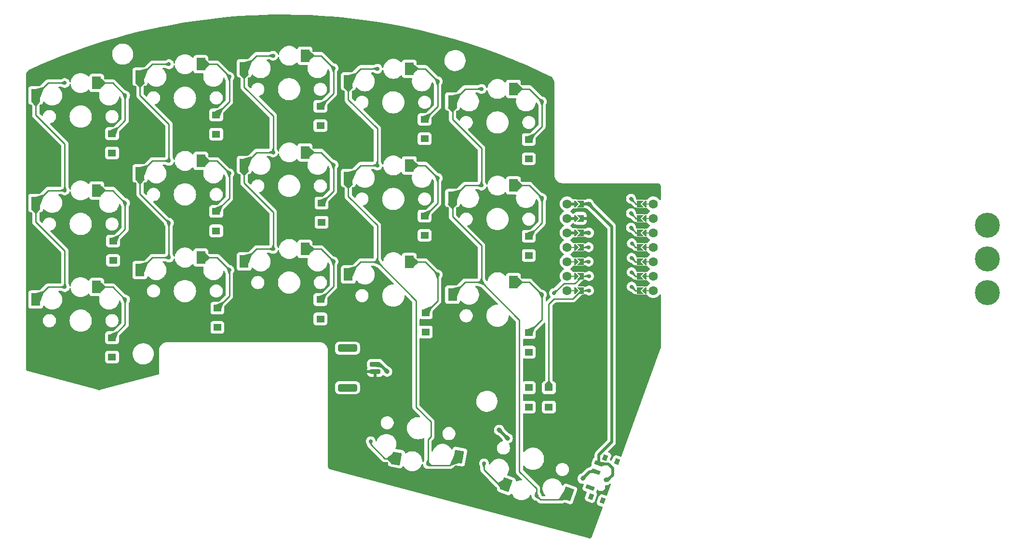
<source format=gtl>
G04 #@! TF.GenerationSoftware,KiCad,Pcbnew,7.0.5*
G04 #@! TF.CreationDate,2024-01-08T16:35:04+08:00*
G04 #@! TF.ProjectId,Kretstr_d_v2,4b726574-7374-472e-9464-5f76322e6b69,rev?*
G04 #@! TF.SameCoordinates,Original*
G04 #@! TF.FileFunction,Copper,L1,Top*
G04 #@! TF.FilePolarity,Positive*
%FSLAX46Y46*%
G04 Gerber Fmt 4.6, Leading zero omitted, Abs format (unit mm)*
G04 Created by KiCad (PCBNEW 7.0.5) date 2024-01-08 16:35:04*
%MOMM*%
%LPD*%
G01*
G04 APERTURE LIST*
G04 Aperture macros list*
%AMRoundRect*
0 Rectangle with rounded corners*
0 $1 Rounding radius*
0 $2 $3 $4 $5 $6 $7 $8 $9 X,Y pos of 4 corners*
0 Add a 4 corners polygon primitive as box body*
4,1,4,$2,$3,$4,$5,$6,$7,$8,$9,$2,$3,0*
0 Add four circle primitives for the rounded corners*
1,1,$1+$1,$2,$3*
1,1,$1+$1,$4,$5*
1,1,$1+$1,$6,$7*
1,1,$1+$1,$8,$9*
0 Add four rect primitives between the rounded corners*
20,1,$1+$1,$2,$3,$4,$5,0*
20,1,$1+$1,$4,$5,$6,$7,0*
20,1,$1+$1,$6,$7,$8,$9,0*
20,1,$1+$1,$8,$9,$2,$3,0*%
%AMRotRect*
0 Rectangle, with rotation*
0 The origin of the aperture is its center*
0 $1 length*
0 $2 width*
0 $3 Rotation angle, in degrees counterclockwise*
0 Add horizontal line*
21,1,$1,$2,0,0,$3*%
%AMFreePoly0*
4,1,5,0.254000,-0.500000,-0.254000,-0.500000,-0.254000,0.500000,0.254000,0.500000,0.254000,-0.500000,0.254000,-0.500000,$1*%
%AMFreePoly1*
4,1,5,0.125000,-0.500000,-0.125000,-0.500000,-0.125000,0.500000,0.125000,0.500000,0.125000,-0.500000,0.125000,-0.500000,$1*%
%AMFreePoly2*
4,1,6,0.600000,0.200000,0.000000,-0.400000,-0.600000,0.200000,-0.600000,0.400000,0.600000,0.400000,0.600000,0.200000,0.600000,0.200000,$1*%
%AMFreePoly3*
4,1,6,0.600000,-0.250000,-0.600000,-0.250000,-0.600000,1.000000,0.000000,0.400000,0.600000,1.000000,0.600000,-0.250000,0.600000,-0.250000,$1*%
G04 Aperture macros list end*
G04 #@! TA.AperFunction,ComponentPad*
%ADD10R,1.400000X1.200000*%
G04 #@! TD*
G04 #@! TA.AperFunction,SMDPad,CuDef*
%ADD11R,1.600000X2.200000*%
G04 #@! TD*
G04 #@! TA.AperFunction,ComponentPad*
%ADD12C,4.400000*%
G04 #@! TD*
G04 #@! TA.AperFunction,SMDPad,CuDef*
%ADD13RotRect,1.000000X0.800000X70.000000*%
G04 #@! TD*
G04 #@! TA.AperFunction,SMDPad,CuDef*
%ADD14RotRect,0.700000X1.500000X70.000000*%
G04 #@! TD*
G04 #@! TA.AperFunction,SMDPad,CuDef*
%ADD15RotRect,1.600000X2.200000X160.000000*%
G04 #@! TD*
G04 #@! TA.AperFunction,SMDPad,CuDef*
%ADD16RoundRect,0.200000X-0.750000X0.200000X-0.750000X-0.200000X0.750000X-0.200000X0.750000X0.200000X0*%
G04 #@! TD*
G04 #@! TA.AperFunction,SMDPad,CuDef*
%ADD17RoundRect,0.250000X-1.425000X0.400000X-1.425000X-0.400000X1.425000X-0.400000X1.425000X0.400000X0*%
G04 #@! TD*
G04 #@! TA.AperFunction,ComponentPad*
%ADD18C,1.600000*%
G04 #@! TD*
G04 #@! TA.AperFunction,SMDPad,CuDef*
%ADD19FreePoly0,90.000000*%
G04 #@! TD*
G04 #@! TA.AperFunction,SMDPad,CuDef*
%ADD20FreePoly1,90.000000*%
G04 #@! TD*
G04 #@! TA.AperFunction,SMDPad,CuDef*
%ADD21FreePoly2,90.000000*%
G04 #@! TD*
G04 #@! TA.AperFunction,SMDPad,CuDef*
%ADD22FreePoly2,270.000000*%
G04 #@! TD*
G04 #@! TA.AperFunction,SMDPad,CuDef*
%ADD23FreePoly1,270.000000*%
G04 #@! TD*
G04 #@! TA.AperFunction,SMDPad,CuDef*
%ADD24FreePoly3,270.000000*%
G04 #@! TD*
G04 #@! TA.AperFunction,SMDPad,CuDef*
%ADD25FreePoly3,90.000000*%
G04 #@! TD*
G04 #@! TA.AperFunction,SMDPad,CuDef*
%ADD26RotRect,1.600000X2.200000X170.000000*%
G04 #@! TD*
G04 #@! TA.AperFunction,ViaPad*
%ADD27C,0.700000*%
G04 #@! TD*
G04 #@! TA.AperFunction,ViaPad*
%ADD28C,0.800000*%
G04 #@! TD*
G04 #@! TA.AperFunction,Conductor*
%ADD29C,0.250000*%
G04 #@! TD*
G04 #@! TA.AperFunction,Conductor*
%ADD30C,0.500000*%
G04 #@! TD*
G04 APERTURE END LIST*
D10*
X168145590Y-88148281D03*
X168145590Y-84748281D03*
D11*
X99846390Y-90708681D03*
X110546390Y-88508681D03*
D10*
X131746190Y-82308681D03*
X131746190Y-78908681D03*
X95146590Y-89008681D03*
X95146590Y-85608681D03*
D11*
X118146190Y-72208681D03*
X128846190Y-70008681D03*
X99846390Y-73708681D03*
X110546390Y-71508681D03*
D12*
X248650190Y-82818281D03*
D11*
X118146190Y-89208681D03*
X128846190Y-87008681D03*
D10*
X113446390Y-100808681D03*
X113446390Y-97408681D03*
D12*
X248650190Y-88768281D03*
D10*
X113246190Y-83808681D03*
X113246190Y-80408681D03*
D13*
X179054056Y-130545783D03*
X181130777Y-131301648D03*
X181550803Y-123686027D03*
X183627524Y-124441892D03*
D14*
X178922084Y-129007901D03*
X179948145Y-126188823D03*
X180461175Y-124779284D03*
D11*
X99846390Y-56708681D03*
X110546390Y-54508681D03*
D10*
X149845790Y-84608681D03*
X149845790Y-81208681D03*
D11*
X81546590Y-95908681D03*
X92246590Y-93708681D03*
X136445990Y-57508481D03*
X147145990Y-55308481D03*
D10*
X168145590Y-71148281D03*
X168145590Y-67748281D03*
D15*
X175022895Y-130083998D03*
X164215740Y-128491706D03*
D10*
X168135400Y-111408000D03*
X168135400Y-114808000D03*
D11*
X118146190Y-55208681D03*
X128846190Y-53008681D03*
D10*
X171653200Y-111408000D03*
X171653200Y-114808000D03*
X94946390Y-106008681D03*
X94946390Y-102608681D03*
D12*
X248650190Y-94718281D03*
D16*
X141176747Y-107312419D03*
X141176747Y-108562419D03*
D17*
X136301747Y-104462419D03*
X136301747Y-111412419D03*
D11*
X136445990Y-91508681D03*
X147145990Y-89308681D03*
X136445990Y-74508681D03*
X147145990Y-72308681D03*
D10*
X113246190Y-66808681D03*
X113246190Y-63408681D03*
D11*
X81546590Y-78908681D03*
X92246590Y-76708681D03*
D10*
X131545990Y-99308681D03*
X131545990Y-95908681D03*
D11*
X81546590Y-60008681D03*
X92246590Y-57808681D03*
D10*
X131545990Y-65308681D03*
X131545990Y-61908681D03*
D11*
X154745790Y-95048281D03*
X165445790Y-92848281D03*
D18*
X174881251Y-79067362D03*
X174881251Y-81607362D03*
X174881251Y-84147362D03*
X174881251Y-86687362D03*
X174881251Y-89227362D03*
X174881251Y-91767362D03*
X174881251Y-94307362D03*
D19*
X175988451Y-79067362D03*
X175988451Y-81607362D03*
X175988451Y-84147362D03*
D20*
X175988451Y-86687362D03*
X175988451Y-89227362D03*
X175988451Y-91767362D03*
X175988451Y-94307362D03*
D21*
X176496451Y-79067362D03*
X176496451Y-81607362D03*
X176496451Y-84147362D03*
X176496451Y-86687362D03*
X176496451Y-89227362D03*
X176496451Y-91767362D03*
X176496451Y-94307362D03*
D22*
X188383651Y-79067362D03*
X188383651Y-81607362D03*
X188383651Y-84147362D03*
X188383651Y-86687362D03*
X188383651Y-89227362D03*
X188383651Y-91767362D03*
X188383651Y-94307362D03*
D23*
X188891651Y-79067362D03*
X188891651Y-81607362D03*
X188891651Y-84147362D03*
X188891651Y-86687362D03*
X188891651Y-89227362D03*
X188891651Y-91767362D03*
X188891651Y-94307362D03*
D18*
X189983851Y-79067362D03*
X189983851Y-81607362D03*
X189983851Y-84147362D03*
X189983851Y-86687362D03*
X189983851Y-89227362D03*
X189983851Y-91767362D03*
X189983851Y-94307362D03*
D24*
X187367651Y-79067362D03*
X187367651Y-81607362D03*
X187367651Y-84147362D03*
X187367651Y-86687362D03*
X187367651Y-89227362D03*
X187367651Y-91767362D03*
X187367651Y-94307362D03*
D25*
X177512451Y-94307362D03*
X177512451Y-91767362D03*
X177512451Y-89227362D03*
X177512451Y-86687362D03*
X177512451Y-84147362D03*
X177512451Y-81607362D03*
X177512451Y-79067362D03*
D26*
X155832430Y-123547225D03*
X144912961Y-123855767D03*
D10*
X149845790Y-67608481D03*
X149845790Y-64208481D03*
X150045990Y-101608681D03*
X150045990Y-98208681D03*
X168145590Y-105148281D03*
X168145590Y-101748281D03*
X94946390Y-70108681D03*
X94946390Y-66708681D03*
D11*
X154745790Y-61048281D03*
X165445790Y-58848281D03*
X154745790Y-78048281D03*
X165445790Y-75848281D03*
D27*
X186080400Y-78167862D03*
X97246590Y-60008681D03*
X186232800Y-86012862D03*
X115546390Y-56708681D03*
X178714400Y-91767362D03*
X172565808Y-94769192D03*
X133846190Y-55208681D03*
X178714400Y-94307362D03*
X152145990Y-57508481D03*
X170445790Y-61048281D03*
X97246590Y-78908681D03*
X115546390Y-73708681D03*
X133846190Y-72208681D03*
X152145990Y-74508681D03*
X170445790Y-78048281D03*
X97246590Y-95908681D03*
X115546390Y-90708681D03*
X133846190Y-89208681D03*
X152145990Y-91508681D03*
X170445790Y-95048281D03*
X140370948Y-120820949D03*
X160269721Y-124714282D03*
D28*
X172669200Y-79146400D03*
X178663600Y-81607362D03*
X178663600Y-84147362D03*
D27*
X86646590Y-57808681D03*
X186080400Y-80710700D03*
X86646590Y-76708681D03*
X86646590Y-93708681D03*
X104946390Y-71508681D03*
X186080400Y-83247862D03*
X104946390Y-82411700D03*
X104946390Y-54508681D03*
X104946390Y-88508681D03*
X123246190Y-87008681D03*
X186182000Y-88552862D03*
X123246190Y-70008681D03*
X123246190Y-53008681D03*
X141545990Y-89308681D03*
X141545990Y-55308481D03*
X186182000Y-91092862D03*
X150427884Y-124828197D03*
X141545990Y-72308681D03*
X159845790Y-92848281D03*
X159845790Y-75848281D03*
X159845790Y-58848281D03*
X186182000Y-93632862D03*
X169478018Y-130407019D03*
X178663600Y-89227362D03*
X178663600Y-86687362D03*
D28*
X162935890Y-118841490D03*
X164420108Y-120325708D03*
X143256000Y-108562419D03*
X177596800Y-127406400D03*
X181711600Y-127660400D03*
X178663600Y-79067362D03*
D29*
X172565808Y-94769192D02*
X174294800Y-93040200D01*
X174294800Y-93040200D02*
X176239613Y-93040200D01*
X176239613Y-93040200D02*
X177512451Y-91767362D01*
X171653200Y-96697800D02*
X171653200Y-111408000D01*
X172593000Y-95758000D02*
X171653200Y-96697800D01*
X177294838Y-94307362D02*
X177512451Y-94307362D01*
X172593000Y-95758000D02*
X175844200Y-95758000D01*
X175844200Y-95758000D02*
X177294838Y-94307362D01*
X166497000Y-126161800D02*
X166497000Y-99499491D01*
X169478018Y-130407019D02*
X169478018Y-129142818D01*
X169478018Y-129142818D02*
X166497000Y-126161800D01*
X166497000Y-99499491D02*
X159845790Y-92848281D01*
X186080400Y-78167862D02*
X186979900Y-79067362D01*
X186979900Y-79067362D02*
X187367651Y-79067362D01*
X95046590Y-57808681D02*
X97246590Y-60008681D01*
X97246590Y-64408481D02*
X94946390Y-66708681D01*
X97246590Y-60008681D02*
X97246590Y-64408481D01*
X92246590Y-57808681D02*
X95046590Y-57808681D01*
X186907300Y-86687362D02*
X187367651Y-86687362D01*
X186232800Y-86012862D02*
X186907300Y-86687362D01*
X113346390Y-54508681D02*
X115546390Y-56708681D01*
X115546390Y-61108481D02*
X113246190Y-63408681D01*
X110546390Y-54508681D02*
X113346390Y-54508681D01*
X115546390Y-56708681D02*
X115546390Y-61108481D01*
X178714400Y-91767362D02*
X177512451Y-91767362D01*
X131646190Y-53008681D02*
X133846190Y-55208681D01*
X133846190Y-55208681D02*
X133846190Y-59608481D01*
X128846190Y-53008681D02*
X131646190Y-53008681D01*
X133846190Y-59608481D02*
X131545990Y-61908681D01*
X178714400Y-94307362D02*
X177512451Y-94307362D01*
X147145990Y-55308481D02*
X149945990Y-55308481D01*
X152145990Y-61908281D02*
X149845790Y-64208481D01*
X152145990Y-57508481D02*
X152145990Y-61908281D01*
X149945990Y-55308481D02*
X152145990Y-57508481D01*
X170445790Y-65448081D02*
X170445790Y-61048281D01*
X165445790Y-58848281D02*
X168245790Y-58848281D01*
X168245790Y-58848281D02*
X170445790Y-61048281D01*
X168145590Y-67748281D02*
X170445790Y-65448081D01*
X95046590Y-76708681D02*
X97246590Y-78908681D01*
X97246590Y-78908681D02*
X97246590Y-83508681D01*
X92246590Y-76708681D02*
X95046590Y-76708681D01*
X97246590Y-83508681D02*
X95146590Y-85608681D01*
X110546390Y-71508681D02*
X113346390Y-71508681D01*
X113346390Y-71508681D02*
X115546390Y-73708681D01*
X115546390Y-73708681D02*
X115546390Y-78108481D01*
X115546390Y-78108481D02*
X113246190Y-80408681D01*
X128846190Y-70008681D02*
X131646190Y-70008681D01*
X131646190Y-70008681D02*
X133846190Y-72208681D01*
X133846190Y-72208681D02*
X133846190Y-76808681D01*
X133846190Y-76808681D02*
X131746190Y-78908681D01*
X152145990Y-78908481D02*
X149845790Y-81208681D01*
X149945990Y-72308681D02*
X152145990Y-74508681D01*
X147145990Y-72308681D02*
X149945990Y-72308681D01*
X152145990Y-74508681D02*
X152145990Y-78908481D01*
X168245790Y-75848281D02*
X170445790Y-78048281D01*
X165445790Y-75848281D02*
X168245790Y-75848281D01*
X170445790Y-78048281D02*
X170445790Y-82448081D01*
X170445790Y-82448081D02*
X168145590Y-84748281D01*
X92246590Y-93708681D02*
X95046590Y-93708681D01*
X97246590Y-100308481D02*
X94946390Y-102608681D01*
X97246590Y-95908681D02*
X97246590Y-100308481D01*
X95046590Y-93708681D02*
X97246590Y-95908681D01*
X110546390Y-88508681D02*
X113346390Y-88508681D01*
X113346390Y-88508681D02*
X115546390Y-90708681D01*
X115546390Y-95308681D02*
X113446390Y-97408681D01*
X115546390Y-90708681D02*
X115546390Y-95308681D01*
X133846190Y-89208681D02*
X133846190Y-93608481D01*
X131646190Y-87008681D02*
X133846190Y-89208681D01*
X133846190Y-93608481D02*
X131545990Y-95908681D01*
X128846190Y-87008681D02*
X131646190Y-87008681D01*
X152145990Y-96108681D02*
X150045990Y-98208681D01*
X147145990Y-89308681D02*
X149945990Y-89308681D01*
X152145990Y-91508681D02*
X152145990Y-96108681D01*
X149945990Y-89308681D02*
X152145990Y-91508681D01*
X170445790Y-95048281D02*
X170445790Y-99448081D01*
X168245790Y-92848281D02*
X170445790Y-95048281D01*
X165445790Y-92848281D02*
X168245790Y-92848281D01*
X170445790Y-99448081D02*
X168145590Y-101748281D01*
X144912961Y-123855767D02*
X142854967Y-123855767D01*
X142854967Y-123855767D02*
X140370948Y-121371748D01*
X140370948Y-121371748D02*
X140370948Y-120820949D01*
X162934106Y-128491706D02*
X160269721Y-125827321D01*
X160269721Y-125827321D02*
X160269721Y-124714282D01*
X164215740Y-128491706D02*
X162934106Y-128491706D01*
D30*
X178663600Y-81607362D02*
X177512451Y-81607362D01*
X177512451Y-84147362D02*
X178663600Y-84147362D01*
D29*
X186080400Y-80710700D02*
X186977062Y-81607362D01*
X86646590Y-87338590D02*
X86646590Y-93708681D01*
X81546590Y-60008681D02*
X83746590Y-57808681D01*
X81546590Y-78908681D02*
X81546590Y-82238590D01*
X83746590Y-57808681D02*
X86646590Y-57808681D01*
X86646590Y-68510990D02*
X86646590Y-76708681D01*
X81546590Y-95908681D02*
X83746590Y-93708681D01*
X81546590Y-63410990D02*
X86646590Y-68510990D01*
X81546590Y-82238590D02*
X86646590Y-87338590D01*
X81546590Y-60008681D02*
X81546590Y-63410990D01*
X83746590Y-93708681D02*
X86646590Y-93708681D01*
X83746590Y-76708681D02*
X81546590Y-78908681D01*
X186977062Y-81607362D02*
X187367651Y-81607362D01*
X86646590Y-76708681D02*
X83746590Y-76708681D01*
X102046390Y-88508681D02*
X99846390Y-90708681D01*
X99846390Y-56708681D02*
X99846390Y-59968390D01*
X186979900Y-84147362D02*
X187367651Y-84147362D01*
X99846390Y-59968390D02*
X104946390Y-65068390D01*
X102046390Y-71508681D02*
X99846390Y-73708681D01*
X99846390Y-77311700D02*
X104946390Y-82411700D01*
X104946390Y-71508681D02*
X102046390Y-71508681D01*
X102046390Y-54508681D02*
X104946390Y-54508681D01*
X186080400Y-83247862D02*
X186979900Y-84147362D01*
X99846390Y-73708681D02*
X99846390Y-77311700D01*
X104946390Y-88508681D02*
X102046390Y-88508681D01*
X104946390Y-82411700D02*
X104946390Y-88508681D01*
X99846390Y-56708681D02*
X102046390Y-54508681D01*
X104946390Y-65068390D02*
X104946390Y-71508681D01*
X186182000Y-88552862D02*
X186856500Y-89227362D01*
X118146190Y-72208681D02*
X118146190Y-75423390D01*
X123246190Y-63606990D02*
X123246190Y-70008681D01*
X118146190Y-75423390D02*
X123246190Y-80523390D01*
X123246190Y-87008681D02*
X120346190Y-87008681D01*
X123246190Y-80523390D02*
X123246190Y-87008681D01*
X186856500Y-89227362D02*
X187367651Y-89227362D01*
X120346190Y-70008681D02*
X118146190Y-72208681D01*
X120346190Y-53008681D02*
X123246190Y-53008681D01*
X118146190Y-55208681D02*
X120346190Y-53008681D01*
X120346190Y-87008681D02*
X118146190Y-89208681D01*
X118146190Y-58506990D02*
X123246190Y-63606990D01*
X123246190Y-70008681D02*
X120346190Y-70008681D01*
X118146190Y-55208681D02*
X118146190Y-58506990D01*
X141545990Y-65853990D02*
X141545990Y-72308681D01*
X148336000Y-96098691D02*
X148336000Y-114808000D01*
X141545990Y-72308681D02*
X138645990Y-72308681D01*
X136445990Y-60753990D02*
X141545990Y-65853990D01*
X136445990Y-77771990D02*
X141545990Y-82871990D01*
X136445990Y-74508681D02*
X136445990Y-77771990D01*
X141545990Y-89308681D02*
X148336000Y-96098691D01*
X150926800Y-117398800D02*
X150926800Y-119989600D01*
X150669287Y-125069600D02*
X150427884Y-124828197D01*
X186856500Y-91767362D02*
X187367651Y-91767362D01*
X141545990Y-89308681D02*
X138645990Y-89308681D01*
X136445990Y-57508481D02*
X138645990Y-55308481D01*
X141545990Y-82871990D02*
X141545990Y-89308681D01*
X138645990Y-55308481D02*
X141545990Y-55308481D01*
X138645990Y-72308681D02*
X136445990Y-74508681D01*
X138645990Y-89308681D02*
X136445990Y-91508681D01*
X136445990Y-57508481D02*
X136445990Y-60753990D01*
X186182000Y-91092862D02*
X186856500Y-91767362D01*
X150926800Y-119989600D02*
X150427884Y-120488516D01*
X154310055Y-125069600D02*
X150669287Y-125069600D01*
X150427884Y-120488516D02*
X150427884Y-124828197D01*
X148336000Y-114808000D02*
X150926800Y-117398800D01*
X155832430Y-123547225D02*
X154310055Y-125069600D01*
X186856500Y-94307362D02*
X187367651Y-94307362D01*
X159845790Y-69304190D02*
X159845790Y-75848281D01*
X173992093Y-131114800D02*
X170185799Y-131114800D01*
X154745790Y-81323790D02*
X159845790Y-86423790D01*
X154745790Y-64204190D02*
X159845790Y-69304190D01*
X175022895Y-130083998D02*
X173992093Y-131114800D01*
X154745790Y-61048281D02*
X156945790Y-58848281D01*
X156945790Y-58848281D02*
X159845790Y-58848281D01*
X170185799Y-131114800D02*
X169478018Y-130407019D01*
X159845790Y-92848281D02*
X156945790Y-92848281D01*
X156945790Y-75848281D02*
X159845790Y-75848281D01*
X154745790Y-78048281D02*
X154745790Y-81323790D01*
X154745790Y-61048281D02*
X154745790Y-64204190D01*
X186182000Y-93632862D02*
X186856500Y-94307362D01*
X156945790Y-92848281D02*
X154745790Y-95048281D01*
X159845790Y-86423790D02*
X159845790Y-92848281D01*
X154745790Y-78048281D02*
X156945790Y-75848281D01*
X178663600Y-89227362D02*
X177512451Y-89227362D01*
X178663600Y-86687362D02*
X177512451Y-86687362D01*
D30*
X142006000Y-107312419D02*
X143256000Y-108562419D01*
X162935890Y-118841490D02*
X164420108Y-120325708D01*
X141176747Y-107312419D02*
X142006000Y-107312419D01*
X178814377Y-126188823D02*
X179948145Y-126188823D01*
X177596800Y-127406400D02*
X178814377Y-126188823D01*
X180453916Y-123193575D02*
X180453916Y-124246883D01*
X180524572Y-124842681D02*
X180461175Y-124779284D01*
X181711600Y-127660400D02*
X181965600Y-127660400D01*
X182676800Y-83080562D02*
X182676800Y-120970691D01*
X182094281Y-124842681D02*
X180524572Y-124842681D01*
X178663600Y-79067362D02*
X182676800Y-83080562D01*
X182880000Y-126746000D02*
X182880000Y-125628400D01*
X182676800Y-120970691D02*
X180453916Y-123193575D01*
X180461175Y-124254142D02*
X180461175Y-124779284D01*
X178663600Y-79067362D02*
X177512451Y-79067362D01*
X181965600Y-127660400D02*
X182880000Y-126746000D01*
X182880000Y-125628400D02*
X182094281Y-124842681D01*
X180453916Y-124246883D02*
X180461175Y-124254142D01*
G04 #@! TA.AperFunction,Conductor*
G36*
X127347524Y-45799408D02*
G01*
X128434519Y-45833897D01*
X129353542Y-45863056D01*
X131071648Y-45949791D01*
X131357999Y-45964248D01*
X133360212Y-46102950D01*
X135359476Y-46279113D01*
X137355092Y-46492676D01*
X139346369Y-46743563D01*
X141332587Y-47031687D01*
X143313067Y-47356947D01*
X145287096Y-47719225D01*
X145727372Y-47808577D01*
X147254025Y-48118404D01*
X149213122Y-48554334D01*
X151163714Y-49026866D01*
X153105100Y-49535830D01*
X155036684Y-50081071D01*
X156957639Y-50662354D01*
X158350155Y-51112356D01*
X158867385Y-51279503D01*
X160765286Y-51932312D01*
X162650615Y-52620534D01*
X163523420Y-52957792D01*
X164522720Y-53343929D01*
X165461213Y-53726914D01*
X166380963Y-54102251D01*
X167097460Y-54410414D01*
X168224672Y-54895225D01*
X170053217Y-55722580D01*
X171804634Y-56554885D01*
X171806915Y-56555969D01*
X171813728Y-56559739D01*
X171813764Y-56559762D01*
X171813767Y-56559763D01*
X171813768Y-56559764D01*
X171869692Y-56585840D01*
X171873068Y-56587483D01*
X171876075Y-56589050D01*
X172028416Y-56673803D01*
X172043450Y-56683632D01*
X172177377Y-56785538D01*
X172190866Y-56797413D01*
X172308924Y-56917326D01*
X172320584Y-56930994D01*
X172420391Y-57066497D01*
X172429986Y-57081684D01*
X172488163Y-57190206D01*
X172509494Y-57229995D01*
X172516834Y-57246399D01*
X172574433Y-57404512D01*
X172579365Y-57421793D01*
X172613863Y-57586394D01*
X172613886Y-57586501D01*
X172616308Y-57604309D01*
X172627482Y-57779072D01*
X172627608Y-57783567D01*
X172627129Y-57847117D01*
X172627132Y-57847140D01*
X172627612Y-57854905D01*
X172627612Y-73977435D01*
X172627621Y-73977718D01*
X172627621Y-74032409D01*
X172627621Y-74046684D01*
X172634966Y-74097781D01*
X172657160Y-74252173D01*
X172658162Y-74259137D01*
X172718629Y-74465081D01*
X172718630Y-74465084D01*
X172718631Y-74465086D01*
X172807787Y-74660318D01*
X172807789Y-74660321D01*
X172807790Y-74660323D01*
X172923830Y-74840889D01*
X173038198Y-74972879D01*
X173064386Y-75003102D01*
X173226598Y-75143660D01*
X173406956Y-75259570D01*
X173407162Y-75259702D01*
X173602403Y-75348865D01*
X173602419Y-75348869D01*
X173602420Y-75348870D01*
X173808339Y-75409332D01*
X173808341Y-75409332D01*
X173808347Y-75409334D01*
X174020799Y-75439878D01*
X174128118Y-75439877D01*
X190756099Y-75439877D01*
X190756103Y-75439878D01*
X190818452Y-75439877D01*
X190825507Y-75440272D01*
X190919045Y-75450811D01*
X190946544Y-75457086D01*
X191025332Y-75484654D01*
X191050745Y-75496892D01*
X191092739Y-75523278D01*
X191121420Y-75541299D01*
X191143479Y-75558890D01*
X191166773Y-75582183D01*
X191192481Y-75607891D01*
X191202498Y-75617907D01*
X191220090Y-75639966D01*
X191264497Y-75710637D01*
X191276739Y-75736057D01*
X191304307Y-75814835D01*
X191310586Y-75842342D01*
X191321093Y-75935572D01*
X191321490Y-75942633D01*
X191321490Y-78296787D01*
X191301488Y-78364908D01*
X191247832Y-78411401D01*
X191177558Y-78421505D01*
X191112978Y-78392011D01*
X191092277Y-78369058D01*
X190990051Y-78223065D01*
X190990049Y-78223062D01*
X190828151Y-78061164D01*
X190812314Y-78050075D01*
X190640600Y-77929839D01*
X190433097Y-77833079D01*
X190433091Y-77833077D01*
X190321413Y-77803153D01*
X190211938Y-77773819D01*
X189983851Y-77753864D01*
X189755764Y-77773819D01*
X189534610Y-77833077D01*
X189534604Y-77833079D01*
X189327101Y-77929839D01*
X189139554Y-78061161D01*
X188977651Y-78223063D01*
X188913921Y-78314078D01*
X188858464Y-78358406D01*
X188787844Y-78365714D01*
X188786132Y-78365386D01*
X188783656Y-78364893D01*
X188783651Y-78364893D01*
X188583651Y-78364893D01*
X188583648Y-78364893D01*
X188544433Y-78372693D01*
X188532970Y-78377442D01*
X188532387Y-78376035D01*
X188477885Y-78393095D01*
X188418589Y-78376821D01*
X188418332Y-78377442D01*
X188413385Y-78375393D01*
X188409420Y-78374305D01*
X188406996Y-78372747D01*
X188406868Y-78372693D01*
X188367653Y-78364893D01*
X188367651Y-78364893D01*
X187225526Y-78364893D01*
X187157405Y-78344891D01*
X187136430Y-78327988D01*
X187054345Y-78245903D01*
X186971341Y-78162898D01*
X186937316Y-78100586D01*
X186935127Y-78086973D01*
X186924765Y-77988386D01*
X186869001Y-77816759D01*
X186868998Y-77816753D01*
X186799959Y-77697174D01*
X186778767Y-77660469D01*
X186778765Y-77660467D01*
X186778761Y-77660461D01*
X186658015Y-77526359D01*
X186512015Y-77420284D01*
X186347152Y-77346882D01*
X186170633Y-77309362D01*
X186170632Y-77309362D01*
X185990168Y-77309362D01*
X185990167Y-77309362D01*
X185813650Y-77346881D01*
X185648783Y-77420284D01*
X185648783Y-77420285D01*
X185502784Y-77526359D01*
X185382038Y-77660461D01*
X185382031Y-77660471D01*
X185291801Y-77816753D01*
X185291798Y-77816759D01*
X185236036Y-77988381D01*
X185236035Y-77988385D01*
X185236035Y-77988387D01*
X185217171Y-78167862D01*
X185234001Y-78327988D01*
X185236036Y-78347342D01*
X185291798Y-78518964D01*
X185291801Y-78518970D01*
X185382031Y-78675252D01*
X185382038Y-78675262D01*
X185502784Y-78809364D01*
X185502787Y-78809366D01*
X185648785Y-78915440D01*
X185813648Y-78988842D01*
X185952646Y-79018386D01*
X185990167Y-79026362D01*
X185990168Y-79026362D01*
X185990806Y-79026362D01*
X185991164Y-79026467D01*
X185996730Y-79027052D01*
X185996623Y-79028070D01*
X186058927Y-79046364D01*
X186079901Y-79063267D01*
X186472652Y-79456018D01*
X186482622Y-79468462D01*
X186482850Y-79468275D01*
X186487899Y-79474379D01*
X186487900Y-79474380D01*
X186532865Y-79516605D01*
X186538271Y-79521681D01*
X186539661Y-79523028D01*
X186549909Y-79533276D01*
X186560124Y-79543492D01*
X186560128Y-79543495D01*
X186560130Y-79543497D01*
X186565682Y-79547804D01*
X186570169Y-79551635D01*
X186592859Y-79572943D01*
X186604577Y-79583947D01*
X186604579Y-79583948D01*
X186622328Y-79593705D01*
X186638853Y-79604560D01*
X186654859Y-79616976D01*
X186696586Y-79635032D01*
X186698162Y-79635714D01*
X186703483Y-79638320D01*
X186744840Y-79661057D01*
X186744848Y-79661059D01*
X186764458Y-79666094D01*
X186783167Y-79672499D01*
X186801755Y-79680543D01*
X186848377Y-79687926D01*
X186854162Y-79689125D01*
X186899870Y-79700862D01*
X186920124Y-79700862D01*
X186939834Y-79702413D01*
X186942485Y-79702832D01*
X186959843Y-79705582D01*
X186959850Y-79705581D01*
X186962748Y-79705673D01*
X186964923Y-79706386D01*
X186967672Y-79706822D01*
X186967601Y-79707265D01*
X187030208Y-79727802D01*
X187042428Y-79737971D01*
X187078436Y-79762030D01*
X187078438Y-79762031D01*
X187117651Y-79769831D01*
X187117652Y-79769831D01*
X188367650Y-79769831D01*
X188367651Y-79769831D01*
X188406864Y-79762031D01*
X188406864Y-79762030D01*
X188406868Y-79762030D01*
X188418332Y-79757282D01*
X188418915Y-79758690D01*
X188473392Y-79741628D01*
X188532714Y-79757898D01*
X188532970Y-79757282D01*
X188537876Y-79759314D01*
X188541861Y-79760407D01*
X188544299Y-79761974D01*
X188544433Y-79762030D01*
X188544437Y-79762030D01*
X188544438Y-79762031D01*
X188583651Y-79769831D01*
X188583652Y-79769831D01*
X188783650Y-79769831D01*
X188783651Y-79769831D01*
X188786118Y-79769340D01*
X188787438Y-79769458D01*
X188789815Y-79769224D01*
X188789859Y-79769674D01*
X188856832Y-79775662D01*
X188912903Y-79819212D01*
X188913922Y-79820646D01*
X188977650Y-79911658D01*
X188977653Y-79911662D01*
X189139551Y-80073560D01*
X189327102Y-80204885D01*
X189350452Y-80215773D01*
X189366308Y-80223167D01*
X189419593Y-80270084D01*
X189439054Y-80338361D01*
X189418512Y-80406321D01*
X189366308Y-80451557D01*
X189327101Y-80469839D01*
X189139554Y-80601161D01*
X188977651Y-80763063D01*
X188913921Y-80854078D01*
X188858464Y-80898406D01*
X188787844Y-80905714D01*
X188786132Y-80905386D01*
X188783656Y-80904893D01*
X188783651Y-80904893D01*
X188583651Y-80904893D01*
X188583648Y-80904893D01*
X188544433Y-80912693D01*
X188532970Y-80917442D01*
X188532387Y-80916035D01*
X188477885Y-80933095D01*
X188418589Y-80916821D01*
X188418332Y-80917442D01*
X188413385Y-80915393D01*
X188409420Y-80914305D01*
X188406996Y-80912747D01*
X188406868Y-80912693D01*
X188367653Y-80904893D01*
X188367651Y-80904893D01*
X187222688Y-80904893D01*
X187154567Y-80884891D01*
X187133592Y-80867988D01*
X186971341Y-80705736D01*
X186937316Y-80643424D01*
X186935127Y-80629811D01*
X186924765Y-80531224D01*
X186869001Y-80359597D01*
X186868998Y-80359591D01*
X186778768Y-80203309D01*
X186778761Y-80203299D01*
X186658015Y-80069197D01*
X186512015Y-79963122D01*
X186347152Y-79889720D01*
X186170633Y-79852200D01*
X186170632Y-79852200D01*
X185990168Y-79852200D01*
X185990167Y-79852200D01*
X185813650Y-79889719D01*
X185648783Y-79963122D01*
X185648783Y-79963123D01*
X185502784Y-80069197D01*
X185382038Y-80203299D01*
X185382031Y-80203309D01*
X185291801Y-80359591D01*
X185291798Y-80359597D01*
X185236036Y-80531219D01*
X185236035Y-80531223D01*
X185236035Y-80531225D01*
X185217171Y-80710700D01*
X185232777Y-80859180D01*
X185236036Y-80890180D01*
X185291798Y-81061802D01*
X185291801Y-81061808D01*
X185382031Y-81218090D01*
X185382038Y-81218100D01*
X185502784Y-81352202D01*
X185529954Y-81371942D01*
X185648785Y-81458278D01*
X185813648Y-81531680D01*
X185952647Y-81561224D01*
X185990167Y-81569200D01*
X185990168Y-81569200D01*
X185990806Y-81569200D01*
X185991164Y-81569305D01*
X185996730Y-81569890D01*
X185996623Y-81570908D01*
X186058927Y-81589202D01*
X186079901Y-81606105D01*
X186469815Y-81996019D01*
X186479782Y-82008459D01*
X186480009Y-82008272D01*
X186485061Y-82014379D01*
X186485062Y-82014380D01*
X186530027Y-82056605D01*
X186535450Y-82061697D01*
X186536839Y-82063043D01*
X186557293Y-82083497D01*
X186562832Y-82087793D01*
X186567344Y-82091647D01*
X186601740Y-82123947D01*
X186601744Y-82123950D01*
X186619492Y-82133707D01*
X186636019Y-82144563D01*
X186652022Y-82156976D01*
X186695321Y-82175713D01*
X186700647Y-82178322D01*
X186741997Y-82201055D01*
X186742000Y-82201056D01*
X186742002Y-82201057D01*
X186761624Y-82206095D01*
X186780325Y-82212497D01*
X186792876Y-82217929D01*
X186798914Y-82220542D01*
X186798915Y-82220542D01*
X186798917Y-82220543D01*
X186845539Y-82227926D01*
X186851324Y-82229125D01*
X186897032Y-82240862D01*
X186917286Y-82240862D01*
X186936996Y-82242413D01*
X186939647Y-82242832D01*
X186957005Y-82245582D01*
X186957012Y-82245581D01*
X186962841Y-82245765D01*
X187030300Y-82267894D01*
X187042334Y-82277908D01*
X187045193Y-82279818D01*
X187045194Y-82279819D01*
X187049899Y-82282962D01*
X187078436Y-82302030D01*
X187078438Y-82302031D01*
X187117651Y-82309831D01*
X187117652Y-82309831D01*
X188367650Y-82309831D01*
X188367651Y-82309831D01*
X188406864Y-82302031D01*
X188406864Y-82302030D01*
X188406868Y-82302030D01*
X188418332Y-82297282D01*
X188418915Y-82298690D01*
X188473392Y-82281628D01*
X188532714Y-82297898D01*
X188532970Y-82297282D01*
X188537876Y-82299314D01*
X188541861Y-82300407D01*
X188544299Y-82301974D01*
X188544433Y-82302030D01*
X188544437Y-82302030D01*
X188544438Y-82302031D01*
X188583651Y-82309831D01*
X188583652Y-82309831D01*
X188783650Y-82309831D01*
X188783651Y-82309831D01*
X188786118Y-82309340D01*
X188787438Y-82309458D01*
X188789815Y-82309224D01*
X188789859Y-82309674D01*
X188856832Y-82315662D01*
X188912903Y-82359212D01*
X188913922Y-82360646D01*
X188977650Y-82451658D01*
X188977653Y-82451662D01*
X189139551Y-82613560D01*
X189327102Y-82744885D01*
X189354850Y-82757824D01*
X189366308Y-82763167D01*
X189419593Y-82810084D01*
X189439054Y-82878361D01*
X189418512Y-82946321D01*
X189366308Y-82991557D01*
X189327101Y-83009839D01*
X189139554Y-83141161D01*
X188977651Y-83303063D01*
X188913921Y-83394078D01*
X188858464Y-83438406D01*
X188787844Y-83445714D01*
X188786132Y-83445386D01*
X188783656Y-83444893D01*
X188783651Y-83444893D01*
X188583651Y-83444893D01*
X188583648Y-83444893D01*
X188544433Y-83452693D01*
X188532970Y-83457442D01*
X188532387Y-83456035D01*
X188477885Y-83473095D01*
X188418589Y-83456821D01*
X188418332Y-83457442D01*
X188413385Y-83455393D01*
X188409420Y-83454305D01*
X188406996Y-83452747D01*
X188406868Y-83452693D01*
X188367653Y-83444893D01*
X188367651Y-83444893D01*
X187225526Y-83444893D01*
X187157405Y-83424891D01*
X187136430Y-83407988D01*
X187054345Y-83325903D01*
X186971341Y-83242898D01*
X186937316Y-83180586D01*
X186935127Y-83166973D01*
X186924765Y-83068386D01*
X186869001Y-82896759D01*
X186868998Y-82896753D01*
X186797619Y-82773122D01*
X186778767Y-82740469D01*
X186778765Y-82740467D01*
X186778761Y-82740461D01*
X186658015Y-82606359D01*
X186512015Y-82500284D01*
X186347152Y-82426882D01*
X186170633Y-82389362D01*
X186170632Y-82389362D01*
X185990168Y-82389362D01*
X185990167Y-82389362D01*
X185813650Y-82426881D01*
X185648783Y-82500284D01*
X185648783Y-82500285D01*
X185502784Y-82606359D01*
X185382038Y-82740461D01*
X185382031Y-82740471D01*
X185291801Y-82896753D01*
X185291798Y-82896759D01*
X185236036Y-83068381D01*
X185236035Y-83068385D01*
X185236035Y-83068387D01*
X185217171Y-83247862D01*
X185235371Y-83421021D01*
X185236036Y-83427342D01*
X185291798Y-83598964D01*
X185291801Y-83598970D01*
X185382031Y-83755252D01*
X185382038Y-83755262D01*
X185502784Y-83889364D01*
X185556583Y-83928451D01*
X185648785Y-83995440D01*
X185813648Y-84068842D01*
X185952646Y-84098386D01*
X185990167Y-84106362D01*
X185990168Y-84106362D01*
X185990806Y-84106362D01*
X185991164Y-84106467D01*
X185996730Y-84107052D01*
X185996623Y-84108070D01*
X186058927Y-84126364D01*
X186079901Y-84143267D01*
X186472652Y-84536018D01*
X186482622Y-84548462D01*
X186482850Y-84548275D01*
X186487901Y-84554381D01*
X186493013Y-84559181D01*
X186532865Y-84596605D01*
X186538271Y-84601681D01*
X186539661Y-84603028D01*
X186549909Y-84613276D01*
X186560124Y-84623492D01*
X186560128Y-84623495D01*
X186560130Y-84623497D01*
X186565682Y-84627804D01*
X186570169Y-84631635D01*
X186592859Y-84652943D01*
X186604577Y-84663947D01*
X186604579Y-84663948D01*
X186622328Y-84673705D01*
X186638853Y-84684560D01*
X186654859Y-84696976D01*
X186696586Y-84715032D01*
X186698162Y-84715714D01*
X186703483Y-84718320D01*
X186744840Y-84741057D01*
X186744848Y-84741059D01*
X186764458Y-84746094D01*
X186783167Y-84752499D01*
X186801755Y-84760543D01*
X186848377Y-84767926D01*
X186854162Y-84769125D01*
X186899870Y-84780862D01*
X186920124Y-84780862D01*
X186939834Y-84782413D01*
X186942485Y-84782832D01*
X186959843Y-84785582D01*
X186959850Y-84785581D01*
X186962748Y-84785673D01*
X186964923Y-84786386D01*
X186967672Y-84786822D01*
X186967601Y-84787265D01*
X187030208Y-84807802D01*
X187042428Y-84817971D01*
X187078436Y-84842030D01*
X187078438Y-84842031D01*
X187117651Y-84849831D01*
X187117652Y-84849831D01*
X188367650Y-84849831D01*
X188367651Y-84849831D01*
X188406864Y-84842031D01*
X188406864Y-84842030D01*
X188406868Y-84842030D01*
X188418332Y-84837282D01*
X188418915Y-84838690D01*
X188473392Y-84821628D01*
X188532714Y-84837898D01*
X188532970Y-84837282D01*
X188537876Y-84839314D01*
X188541861Y-84840407D01*
X188544299Y-84841974D01*
X188544433Y-84842030D01*
X188544437Y-84842030D01*
X188544438Y-84842031D01*
X188583651Y-84849831D01*
X188583652Y-84849831D01*
X188783650Y-84849831D01*
X188783651Y-84849831D01*
X188786118Y-84849340D01*
X188787438Y-84849458D01*
X188789815Y-84849224D01*
X188789859Y-84849674D01*
X188856832Y-84855662D01*
X188912903Y-84899212D01*
X188913922Y-84900646D01*
X188977650Y-84991658D01*
X188977653Y-84991662D01*
X189139551Y-85153560D01*
X189327102Y-85284885D01*
X189351121Y-85296085D01*
X189366308Y-85303167D01*
X189419593Y-85350084D01*
X189439054Y-85418361D01*
X189418512Y-85486321D01*
X189366308Y-85531557D01*
X189327101Y-85549839D01*
X189139554Y-85681161D01*
X188977651Y-85843063D01*
X188913921Y-85934078D01*
X188858464Y-85978406D01*
X188787844Y-85985714D01*
X188786132Y-85985386D01*
X188783656Y-85984893D01*
X188783651Y-85984893D01*
X188583651Y-85984893D01*
X188583648Y-85984893D01*
X188544433Y-85992693D01*
X188532970Y-85997442D01*
X188532387Y-85996035D01*
X188477885Y-86013095D01*
X188418589Y-85996821D01*
X188418332Y-85997442D01*
X188413385Y-85995393D01*
X188409420Y-85994305D01*
X188406996Y-85992747D01*
X188406868Y-85992693D01*
X188367653Y-85984893D01*
X188367651Y-85984893D01*
X187206540Y-85984893D01*
X187138419Y-85964891D01*
X187091926Y-85911235D01*
X187081230Y-85872063D01*
X187077165Y-85833385D01*
X187021401Y-85661759D01*
X187021398Y-85661753D01*
X186956784Y-85549839D01*
X186931167Y-85505469D01*
X186931165Y-85505467D01*
X186931161Y-85505461D01*
X186810415Y-85371359D01*
X186664415Y-85265284D01*
X186499552Y-85191882D01*
X186323033Y-85154362D01*
X186323032Y-85154362D01*
X186142568Y-85154362D01*
X186142567Y-85154362D01*
X185966050Y-85191881D01*
X185801183Y-85265284D01*
X185801183Y-85265285D01*
X185655184Y-85371359D01*
X185534438Y-85505461D01*
X185534431Y-85505471D01*
X185444201Y-85661753D01*
X185444198Y-85661759D01*
X185388436Y-85833381D01*
X185388435Y-85833385D01*
X185388435Y-85833387D01*
X185369571Y-86012862D01*
X185387135Y-86179971D01*
X185388436Y-86192342D01*
X185444198Y-86363964D01*
X185444201Y-86363970D01*
X185534431Y-86520252D01*
X185534438Y-86520262D01*
X185655184Y-86654364D01*
X185698994Y-86686194D01*
X185801185Y-86760440D01*
X185966048Y-86833842D01*
X186105046Y-86863386D01*
X186142567Y-86871362D01*
X186142568Y-86871362D01*
X186143204Y-86871362D01*
X186143561Y-86871466D01*
X186149130Y-86872052D01*
X186149022Y-86873070D01*
X186211325Y-86891364D01*
X186232299Y-86908266D01*
X186400054Y-87076020D01*
X186410022Y-87088463D01*
X186410250Y-87088275D01*
X186415301Y-87094381D01*
X186429928Y-87108116D01*
X186460265Y-87136605D01*
X186465671Y-87141681D01*
X186467061Y-87143028D01*
X186477309Y-87153276D01*
X186487524Y-87163492D01*
X186487528Y-87163495D01*
X186487530Y-87163497D01*
X186493082Y-87167804D01*
X186497569Y-87171635D01*
X186515162Y-87188156D01*
X186531977Y-87203947D01*
X186531979Y-87203948D01*
X186549728Y-87213705D01*
X186566253Y-87224560D01*
X186582259Y-87236976D01*
X186623986Y-87255032D01*
X186625562Y-87255714D01*
X186630883Y-87258320D01*
X186672240Y-87281057D01*
X186672248Y-87281059D01*
X186691858Y-87286094D01*
X186710567Y-87292499D01*
X186729155Y-87300543D01*
X186775777Y-87307926D01*
X186781562Y-87309125D01*
X186827270Y-87320862D01*
X186847524Y-87320862D01*
X186867234Y-87322413D01*
X186869441Y-87322762D01*
X186887243Y-87325582D01*
X186921170Y-87322374D01*
X186934217Y-87321142D01*
X186940150Y-87320862D01*
X186954047Y-87320862D01*
X187022168Y-87340864D01*
X187043142Y-87357767D01*
X187045192Y-87359817D01*
X187045193Y-87359817D01*
X187045194Y-87359819D01*
X187067256Y-87374559D01*
X187078436Y-87382030D01*
X187078438Y-87382031D01*
X187117651Y-87389831D01*
X187117652Y-87389831D01*
X188367650Y-87389831D01*
X188367651Y-87389831D01*
X188406864Y-87382031D01*
X188406864Y-87382030D01*
X188406868Y-87382030D01*
X188418332Y-87377282D01*
X188418915Y-87378690D01*
X188473392Y-87361628D01*
X188532714Y-87377898D01*
X188532970Y-87377282D01*
X188537876Y-87379314D01*
X188541861Y-87380407D01*
X188544299Y-87381974D01*
X188544433Y-87382030D01*
X188544437Y-87382030D01*
X188544438Y-87382031D01*
X188583651Y-87389831D01*
X188583652Y-87389831D01*
X188783650Y-87389831D01*
X188783651Y-87389831D01*
X188786118Y-87389340D01*
X188787438Y-87389458D01*
X188789815Y-87389224D01*
X188789859Y-87389674D01*
X188856832Y-87395662D01*
X188912903Y-87439212D01*
X188913922Y-87440646D01*
X188977650Y-87531658D01*
X188977653Y-87531662D01*
X189139551Y-87693560D01*
X189327102Y-87824885D01*
X189362210Y-87841256D01*
X189366308Y-87843167D01*
X189419593Y-87890084D01*
X189439054Y-87958361D01*
X189418512Y-88026321D01*
X189366308Y-88071557D01*
X189327101Y-88089839D01*
X189139554Y-88221161D01*
X188977651Y-88383063D01*
X188913921Y-88474078D01*
X188858464Y-88518406D01*
X188787844Y-88525714D01*
X188786132Y-88525386D01*
X188783656Y-88524893D01*
X188783651Y-88524893D01*
X188583651Y-88524893D01*
X188583648Y-88524893D01*
X188544433Y-88532693D01*
X188532970Y-88537442D01*
X188532387Y-88536035D01*
X188477885Y-88553095D01*
X188418589Y-88536821D01*
X188418332Y-88537442D01*
X188413385Y-88535393D01*
X188409420Y-88534305D01*
X188406996Y-88532747D01*
X188406868Y-88532693D01*
X188367653Y-88524893D01*
X188367651Y-88524893D01*
X187155740Y-88524893D01*
X187087619Y-88504891D01*
X187041126Y-88451235D01*
X187030430Y-88412063D01*
X187026365Y-88373385D01*
X186970601Y-88201759D01*
X186970598Y-88201753D01*
X186905984Y-88089839D01*
X186880367Y-88045469D01*
X186880365Y-88045467D01*
X186880361Y-88045461D01*
X186759615Y-87911359D01*
X186613615Y-87805284D01*
X186448752Y-87731882D01*
X186272233Y-87694362D01*
X186272232Y-87694362D01*
X186091768Y-87694362D01*
X186091767Y-87694362D01*
X185915250Y-87731881D01*
X185750383Y-87805284D01*
X185750383Y-87805285D01*
X185604384Y-87911359D01*
X185483638Y-88045461D01*
X185483631Y-88045471D01*
X185393401Y-88201753D01*
X185393398Y-88201759D01*
X185337636Y-88373381D01*
X185337635Y-88373385D01*
X185337635Y-88373387D01*
X185318771Y-88552862D01*
X185336647Y-88722939D01*
X185337636Y-88732342D01*
X185393398Y-88903964D01*
X185393401Y-88903970D01*
X185483631Y-89060252D01*
X185483638Y-89060262D01*
X185604384Y-89194364D01*
X185604387Y-89194366D01*
X185750385Y-89300440D01*
X185915248Y-89373842D01*
X186054246Y-89403386D01*
X186091767Y-89411362D01*
X186091768Y-89411362D01*
X186092404Y-89411362D01*
X186092761Y-89411466D01*
X186098330Y-89412052D01*
X186098222Y-89413070D01*
X186160525Y-89431364D01*
X186181499Y-89448266D01*
X186349254Y-89616020D01*
X186359222Y-89628463D01*
X186359450Y-89628275D01*
X186364499Y-89634379D01*
X186364500Y-89634380D01*
X186409465Y-89676605D01*
X186414871Y-89681681D01*
X186416261Y-89683028D01*
X186422560Y-89689327D01*
X186436724Y-89703492D01*
X186436728Y-89703495D01*
X186436730Y-89703497D01*
X186442282Y-89707804D01*
X186446769Y-89711635D01*
X186467384Y-89730994D01*
X186481177Y-89743947D01*
X186481179Y-89743948D01*
X186498928Y-89753705D01*
X186515453Y-89764560D01*
X186531459Y-89776976D01*
X186573186Y-89795032D01*
X186574762Y-89795714D01*
X186580083Y-89798320D01*
X186621440Y-89821057D01*
X186621448Y-89821059D01*
X186641058Y-89826094D01*
X186659767Y-89832499D01*
X186678355Y-89840543D01*
X186724977Y-89847926D01*
X186730762Y-89849125D01*
X186776470Y-89860862D01*
X186796724Y-89860862D01*
X186816434Y-89862413D01*
X186818641Y-89862762D01*
X186836443Y-89865582D01*
X186870370Y-89862374D01*
X186883417Y-89861142D01*
X186889350Y-89860862D01*
X186954047Y-89860862D01*
X187022168Y-89880864D01*
X187043142Y-89897767D01*
X187045192Y-89899817D01*
X187045193Y-89899817D01*
X187045194Y-89899819D01*
X187054532Y-89906058D01*
X187078436Y-89922030D01*
X187078438Y-89922031D01*
X187117651Y-89929831D01*
X187117652Y-89929831D01*
X188367650Y-89929831D01*
X188367651Y-89929831D01*
X188406864Y-89922031D01*
X188406864Y-89922030D01*
X188406868Y-89922030D01*
X188418332Y-89917282D01*
X188418915Y-89918690D01*
X188473392Y-89901628D01*
X188532714Y-89917898D01*
X188532970Y-89917282D01*
X188537876Y-89919314D01*
X188541861Y-89920407D01*
X188544299Y-89921974D01*
X188544433Y-89922030D01*
X188544437Y-89922030D01*
X188544438Y-89922031D01*
X188583651Y-89929831D01*
X188583652Y-89929831D01*
X188783650Y-89929831D01*
X188783651Y-89929831D01*
X188786118Y-89929340D01*
X188787438Y-89929458D01*
X188789815Y-89929224D01*
X188789859Y-89929674D01*
X188856832Y-89935662D01*
X188912903Y-89979212D01*
X188913922Y-89980646D01*
X188977650Y-90071658D01*
X188977653Y-90071662D01*
X189139551Y-90233560D01*
X189327102Y-90364885D01*
X189362210Y-90381256D01*
X189366308Y-90383167D01*
X189419593Y-90430084D01*
X189439054Y-90498361D01*
X189418512Y-90566321D01*
X189366308Y-90611557D01*
X189327101Y-90629839D01*
X189139554Y-90761161D01*
X188977651Y-90923063D01*
X188913921Y-91014078D01*
X188858464Y-91058406D01*
X188787844Y-91065714D01*
X188786132Y-91065386D01*
X188783656Y-91064893D01*
X188783651Y-91064893D01*
X188583651Y-91064893D01*
X188583648Y-91064893D01*
X188544433Y-91072693D01*
X188532970Y-91077442D01*
X188532387Y-91076035D01*
X188477885Y-91093095D01*
X188418589Y-91076821D01*
X188418332Y-91077442D01*
X188413385Y-91075393D01*
X188409420Y-91074305D01*
X188406996Y-91072747D01*
X188406868Y-91072693D01*
X188367653Y-91064893D01*
X188367651Y-91064893D01*
X187155740Y-91064893D01*
X187087619Y-91044891D01*
X187041126Y-90991235D01*
X187030430Y-90952063D01*
X187026365Y-90913385D01*
X186970601Y-90741759D01*
X186970598Y-90741753D01*
X186905984Y-90629839D01*
X186880367Y-90585469D01*
X186880365Y-90585467D01*
X186880361Y-90585461D01*
X186759615Y-90451359D01*
X186613615Y-90345284D01*
X186448752Y-90271882D01*
X186272233Y-90234362D01*
X186272232Y-90234362D01*
X186091768Y-90234362D01*
X186091767Y-90234362D01*
X185915250Y-90271881D01*
X185750383Y-90345284D01*
X185750383Y-90345285D01*
X185604384Y-90451359D01*
X185483638Y-90585461D01*
X185483631Y-90585471D01*
X185393401Y-90741753D01*
X185393398Y-90741759D01*
X185337636Y-90913381D01*
X185337635Y-90913385D01*
X185337635Y-90913387D01*
X185318771Y-91092862D01*
X185337217Y-91268362D01*
X185337636Y-91272342D01*
X185393398Y-91443964D01*
X185393401Y-91443970D01*
X185483631Y-91600252D01*
X185483638Y-91600262D01*
X185604384Y-91734364D01*
X185637165Y-91758181D01*
X185750385Y-91840440D01*
X185915248Y-91913842D01*
X186054246Y-91943386D01*
X186091767Y-91951362D01*
X186091768Y-91951362D01*
X186092404Y-91951362D01*
X186092761Y-91951466D01*
X186098330Y-91952052D01*
X186098222Y-91953070D01*
X186160525Y-91971364D01*
X186181499Y-91988266D01*
X186349254Y-92156020D01*
X186359222Y-92168463D01*
X186359450Y-92168275D01*
X186364499Y-92174379D01*
X186364500Y-92174380D01*
X186410532Y-92217607D01*
X186414871Y-92221681D01*
X186416261Y-92223028D01*
X186423039Y-92229806D01*
X186436724Y-92243492D01*
X186436728Y-92243495D01*
X186436730Y-92243497D01*
X186442282Y-92247804D01*
X186446769Y-92251635D01*
X186469071Y-92272578D01*
X186481177Y-92283947D01*
X186481179Y-92283948D01*
X186498928Y-92293705D01*
X186515453Y-92304560D01*
X186531459Y-92316976D01*
X186565472Y-92331694D01*
X186574762Y-92335714D01*
X186580083Y-92338320D01*
X186621440Y-92361057D01*
X186621448Y-92361059D01*
X186641058Y-92366094D01*
X186659767Y-92372499D01*
X186678355Y-92380543D01*
X186724977Y-92387926D01*
X186730762Y-92389125D01*
X186776470Y-92400862D01*
X186796724Y-92400862D01*
X186816434Y-92402413D01*
X186818641Y-92402762D01*
X186836443Y-92405582D01*
X186870370Y-92402374D01*
X186883417Y-92401142D01*
X186889350Y-92400862D01*
X186954047Y-92400862D01*
X187022168Y-92420864D01*
X187043142Y-92437767D01*
X187045192Y-92439817D01*
X187045193Y-92439817D01*
X187045194Y-92439819D01*
X187067256Y-92454559D01*
X187078436Y-92462030D01*
X187078438Y-92462031D01*
X187117651Y-92469831D01*
X187117652Y-92469831D01*
X188367650Y-92469831D01*
X188367651Y-92469831D01*
X188406864Y-92462031D01*
X188406864Y-92462030D01*
X188406868Y-92462030D01*
X188418332Y-92457282D01*
X188418915Y-92458690D01*
X188473392Y-92441628D01*
X188532714Y-92457898D01*
X188532970Y-92457282D01*
X188537876Y-92459314D01*
X188541861Y-92460407D01*
X188544299Y-92461974D01*
X188544433Y-92462030D01*
X188544437Y-92462030D01*
X188544438Y-92462031D01*
X188583651Y-92469831D01*
X188583652Y-92469831D01*
X188783650Y-92469831D01*
X188783651Y-92469831D01*
X188786118Y-92469340D01*
X188787438Y-92469458D01*
X188789815Y-92469224D01*
X188789859Y-92469674D01*
X188856832Y-92475662D01*
X188912903Y-92519212D01*
X188913922Y-92520646D01*
X188977650Y-92611658D01*
X188977653Y-92611662D01*
X189139551Y-92773560D01*
X189327102Y-92904885D01*
X189335243Y-92908681D01*
X189366308Y-92923167D01*
X189419593Y-92970084D01*
X189439054Y-93038361D01*
X189418512Y-93106321D01*
X189366308Y-93151557D01*
X189327101Y-93169839D01*
X189139554Y-93301161D01*
X188977651Y-93463063D01*
X188913921Y-93554078D01*
X188858464Y-93598406D01*
X188787844Y-93605714D01*
X188786132Y-93605386D01*
X188783656Y-93604893D01*
X188783651Y-93604893D01*
X188583651Y-93604893D01*
X188583648Y-93604893D01*
X188544433Y-93612693D01*
X188532970Y-93617442D01*
X188532387Y-93616035D01*
X188477885Y-93633095D01*
X188418589Y-93616821D01*
X188418332Y-93617442D01*
X188413385Y-93615393D01*
X188409420Y-93614305D01*
X188406996Y-93612747D01*
X188406868Y-93612693D01*
X188367653Y-93604893D01*
X188367651Y-93604893D01*
X187155740Y-93604893D01*
X187087619Y-93584891D01*
X187041126Y-93531235D01*
X187030430Y-93492063D01*
X187026365Y-93453385D01*
X186970601Y-93281759D01*
X186970598Y-93281753D01*
X186909664Y-93176213D01*
X186880367Y-93125469D01*
X186880365Y-93125467D01*
X186880361Y-93125461D01*
X186759615Y-92991359D01*
X186613615Y-92885284D01*
X186448752Y-92811882D01*
X186272233Y-92774362D01*
X186272232Y-92774362D01*
X186091768Y-92774362D01*
X186091767Y-92774362D01*
X185915250Y-92811881D01*
X185750383Y-92885284D01*
X185750383Y-92885285D01*
X185604384Y-92991359D01*
X185483638Y-93125461D01*
X185483631Y-93125471D01*
X185393401Y-93281753D01*
X185393398Y-93281759D01*
X185337636Y-93453381D01*
X185337635Y-93453385D01*
X185337635Y-93453387D01*
X185318771Y-93632862D01*
X185336886Y-93805213D01*
X185337636Y-93812342D01*
X185393398Y-93983964D01*
X185393401Y-93983970D01*
X185483631Y-94140252D01*
X185483638Y-94140262D01*
X185604384Y-94274364D01*
X185642524Y-94302074D01*
X185750385Y-94380440D01*
X185915248Y-94453842D01*
X186054246Y-94483386D01*
X186091767Y-94491362D01*
X186091768Y-94491362D01*
X186092404Y-94491362D01*
X186092761Y-94491466D01*
X186098330Y-94492052D01*
X186098222Y-94493070D01*
X186160525Y-94511364D01*
X186181499Y-94528266D01*
X186349254Y-94696020D01*
X186359222Y-94708463D01*
X186359450Y-94708275D01*
X186364499Y-94714379D01*
X186364500Y-94714380D01*
X186409465Y-94756605D01*
X186414871Y-94761681D01*
X186416261Y-94763028D01*
X186422424Y-94769191D01*
X186436724Y-94783492D01*
X186436728Y-94783495D01*
X186436730Y-94783497D01*
X186442282Y-94787804D01*
X186446769Y-94791635D01*
X186469459Y-94812943D01*
X186481177Y-94823947D01*
X186481179Y-94823948D01*
X186498928Y-94833705D01*
X186515454Y-94844561D01*
X186529437Y-94855408D01*
X186531459Y-94856976D01*
X186558784Y-94868800D01*
X186574762Y-94875714D01*
X186580083Y-94878320D01*
X186621440Y-94901057D01*
X186621448Y-94901059D01*
X186641058Y-94906094D01*
X186659767Y-94912499D01*
X186678355Y-94920543D01*
X186724977Y-94927926D01*
X186730762Y-94929125D01*
X186776470Y-94940862D01*
X186796724Y-94940862D01*
X186816434Y-94942413D01*
X186818641Y-94942762D01*
X186836443Y-94945582D01*
X186870370Y-94942374D01*
X186883417Y-94941142D01*
X186889350Y-94940862D01*
X186954047Y-94940862D01*
X187022168Y-94960864D01*
X187043142Y-94977767D01*
X187045192Y-94979817D01*
X187045193Y-94979817D01*
X187045194Y-94979819D01*
X187067256Y-94994559D01*
X187078436Y-95002030D01*
X187078438Y-95002031D01*
X187117651Y-95009831D01*
X187117652Y-95009831D01*
X188367650Y-95009831D01*
X188367651Y-95009831D01*
X188406864Y-95002031D01*
X188406864Y-95002030D01*
X188406868Y-95002030D01*
X188418332Y-94997282D01*
X188418915Y-94998690D01*
X188473392Y-94981628D01*
X188532714Y-94997898D01*
X188532970Y-94997282D01*
X188537876Y-94999314D01*
X188541861Y-95000407D01*
X188544299Y-95001974D01*
X188544433Y-95002030D01*
X188544437Y-95002030D01*
X188544438Y-95002031D01*
X188583651Y-95009831D01*
X188583652Y-95009831D01*
X188783650Y-95009831D01*
X188783651Y-95009831D01*
X188786118Y-95009340D01*
X188787438Y-95009458D01*
X188789815Y-95009224D01*
X188789859Y-95009674D01*
X188856832Y-95015662D01*
X188912903Y-95059212D01*
X188913922Y-95060646D01*
X188977650Y-95151658D01*
X188977653Y-95151662D01*
X189139551Y-95313560D01*
X189327102Y-95444885D01*
X189534608Y-95541646D01*
X189755764Y-95600905D01*
X189983851Y-95620860D01*
X190211938Y-95600905D01*
X190433094Y-95541646D01*
X190640600Y-95444885D01*
X190828151Y-95313560D01*
X190990049Y-95151662D01*
X191075113Y-95030179D01*
X191092277Y-95005666D01*
X191147734Y-94961337D01*
X191218353Y-94954028D01*
X191281714Y-94986058D01*
X191317699Y-95047260D01*
X191321490Y-95077936D01*
X191321490Y-104325583D01*
X191321232Y-104331286D01*
X191315619Y-104393072D01*
X191314919Y-104398320D01*
X191302976Y-104466016D01*
X191301837Y-104471189D01*
X191285979Y-104531120D01*
X191284270Y-104536566D01*
X184375265Y-123506765D01*
X184333159Y-123563928D01*
X184266833Y-123589252D01*
X184213779Y-123582047D01*
X183550864Y-123340766D01*
X183491732Y-123326172D01*
X183347801Y-123327315D01*
X183345514Y-123327334D01*
X183256456Y-123354253D01*
X183205543Y-123369642D01*
X183083168Y-123449666D01*
X183083164Y-123449669D01*
X182988295Y-123560926D01*
X182988288Y-123560936D01*
X182961464Y-123615604D01*
X182961457Y-123615620D01*
X182754066Y-124185418D01*
X182711971Y-124242589D01*
X182645650Y-124267927D01*
X182576158Y-124253386D01*
X182554676Y-124238846D01*
X182513921Y-124204649D01*
X182513917Y-124204647D01*
X182513916Y-124204646D01*
X182507787Y-124200614D01*
X182507822Y-124200559D01*
X182501468Y-124196510D01*
X182501434Y-124196567D01*
X182495187Y-124192714D01*
X182461333Y-124176927D01*
X182408048Y-124130009D01*
X182388588Y-124061732D01*
X182396183Y-124019638D01*
X182412699Y-123974261D01*
X182592159Y-123481201D01*
X182606754Y-123422064D01*
X182605594Y-123275846D01*
X182563286Y-123135878D01*
X182483259Y-123013498D01*
X182371996Y-122918622D01*
X182371991Y-122918619D01*
X182317323Y-122891795D01*
X182317307Y-122891788D01*
X182144701Y-122828965D01*
X182087530Y-122786871D01*
X182062192Y-122720550D01*
X182076733Y-122651058D01*
X182098698Y-122621472D01*
X183167578Y-121552592D01*
X183181417Y-121540632D01*
X183200858Y-121526160D01*
X183234801Y-121485706D01*
X183238500Y-121481670D01*
X183244381Y-121475791D01*
X183264429Y-121450434D01*
X183265464Y-121449163D01*
X183314832Y-121390331D01*
X183314833Y-121390327D01*
X183314836Y-121390325D01*
X183318870Y-121384193D01*
X183318927Y-121384230D01*
X183322971Y-121377882D01*
X183322912Y-121377846D01*
X183326765Y-121371598D01*
X183326767Y-121371596D01*
X183359221Y-121301995D01*
X183359967Y-121300456D01*
X183394409Y-121231879D01*
X183394410Y-121231872D01*
X183396919Y-121224982D01*
X183396984Y-121225005D01*
X183399458Y-121217888D01*
X183399394Y-121217867D01*
X183401703Y-121210898D01*
X183408912Y-121175982D01*
X183417232Y-121135685D01*
X183417605Y-121134003D01*
X183435300Y-121059347D01*
X183435300Y-121059346D01*
X183436152Y-121052059D01*
X183436219Y-121052066D01*
X183436985Y-121044568D01*
X183436919Y-121044563D01*
X183437557Y-121037257D01*
X183437559Y-121037249D01*
X183436243Y-120992023D01*
X183435327Y-120960515D01*
X183435300Y-120958683D01*
X183435300Y-83145003D01*
X183436630Y-83126744D01*
X183437740Y-83119162D01*
X183440141Y-83102773D01*
X183437133Y-83068387D01*
X183435540Y-83050176D01*
X183435300Y-83044683D01*
X183435300Y-83036375D01*
X183431559Y-83004384D01*
X183431375Y-83002595D01*
X183424687Y-82926136D01*
X183424685Y-82926132D01*
X183423203Y-82918950D01*
X183423269Y-82918936D01*
X183421637Y-82911574D01*
X183421572Y-82911590D01*
X183419880Y-82904455D01*
X183419879Y-82904453D01*
X183419879Y-82904449D01*
X183393642Y-82832365D01*
X183393041Y-82830635D01*
X183381883Y-82796963D01*
X183368914Y-82757824D01*
X183368909Y-82757817D01*
X183365812Y-82751173D01*
X183365874Y-82751143D01*
X183362588Y-82744357D01*
X183362528Y-82744388D01*
X183359233Y-82737827D01*
X183344456Y-82715360D01*
X183317066Y-82673717D01*
X183316093Y-82672188D01*
X183275832Y-82606913D01*
X183271278Y-82601154D01*
X183271331Y-82601111D01*
X183266566Y-82595262D01*
X183266515Y-82595306D01*
X183261798Y-82589684D01*
X183205959Y-82537003D01*
X183204678Y-82535759D01*
X179583725Y-78914806D01*
X179552987Y-78864647D01*
X179535024Y-78809364D01*
X179498127Y-78695806D01*
X179402640Y-78530418D01*
X179402638Y-78530416D01*
X179402634Y-78530410D01*
X179274855Y-78388497D01*
X179120352Y-78276244D01*
X178945888Y-78198568D01*
X178759087Y-78158862D01*
X178568113Y-78158862D01*
X178381311Y-78198568D01*
X178206845Y-78276245D01*
X178195076Y-78284797D01*
X178128209Y-78308656D01*
X178121013Y-78308862D01*
X177468268Y-78308862D01*
X177336338Y-78324282D01*
X177336336Y-78324283D01*
X177245640Y-78357294D01*
X177202546Y-78364893D01*
X176757927Y-78364893D01*
X176705585Y-78353507D01*
X176669840Y-78337183D01*
X176633185Y-78320443D01*
X176633178Y-78320441D01*
X176488457Y-78299633D01*
X176488451Y-78299633D01*
X176006656Y-78299633D01*
X175938535Y-78279631D01*
X175903443Y-78245904D01*
X175887449Y-78223062D01*
X175725551Y-78061164D01*
X175709714Y-78050075D01*
X175538000Y-77929839D01*
X175330497Y-77833079D01*
X175330491Y-77833077D01*
X175218813Y-77803153D01*
X175109338Y-77773819D01*
X174881251Y-77753864D01*
X174653164Y-77773819D01*
X174432010Y-77833077D01*
X174432004Y-77833079D01*
X174224501Y-77929839D01*
X174036954Y-78061161D01*
X174036948Y-78061166D01*
X173875055Y-78223059D01*
X173875050Y-78223065D01*
X173743728Y-78410612D01*
X173646968Y-78618115D01*
X173646966Y-78618121D01*
X173604261Y-78777499D01*
X173587708Y-78839275D01*
X173567753Y-79067362D01*
X173587708Y-79295449D01*
X173604106Y-79356645D01*
X173646966Y-79516602D01*
X173646968Y-79516608D01*
X173743728Y-79724111D01*
X173875046Y-79911653D01*
X173875053Y-79911662D01*
X174036951Y-80073560D01*
X174224502Y-80204885D01*
X174247852Y-80215773D01*
X174263708Y-80223167D01*
X174316993Y-80270084D01*
X174336454Y-80338361D01*
X174315912Y-80406321D01*
X174263708Y-80451557D01*
X174224501Y-80469839D01*
X174036954Y-80601161D01*
X174036948Y-80601166D01*
X173875055Y-80763059D01*
X173875050Y-80763065D01*
X173743728Y-80950612D01*
X173646968Y-81158115D01*
X173646966Y-81158121D01*
X173590030Y-81370610D01*
X173587708Y-81379275D01*
X173567753Y-81607362D01*
X173587708Y-81835449D01*
X173608322Y-81912380D01*
X173646966Y-82056602D01*
X173646968Y-82056608D01*
X173743728Y-82264111D01*
X173875046Y-82451653D01*
X173875053Y-82451662D01*
X174036951Y-82613560D01*
X174224502Y-82744885D01*
X174252250Y-82757824D01*
X174263708Y-82763167D01*
X174316993Y-82810084D01*
X174336454Y-82878361D01*
X174315912Y-82946321D01*
X174263708Y-82991557D01*
X174224501Y-83009839D01*
X174036954Y-83141161D01*
X174036948Y-83141166D01*
X173875055Y-83303059D01*
X173875050Y-83303065D01*
X173743728Y-83490612D01*
X173646968Y-83698115D01*
X173646966Y-83698121D01*
X173595753Y-83889250D01*
X173587708Y-83919275D01*
X173567753Y-84147362D01*
X173587708Y-84375449D01*
X173590924Y-84387450D01*
X173646966Y-84596602D01*
X173646968Y-84596608D01*
X173743728Y-84804111D01*
X173875046Y-84991653D01*
X173875053Y-84991662D01*
X174036951Y-85153560D01*
X174074620Y-85179936D01*
X174224500Y-85284884D01*
X174224501Y-85284884D01*
X174224502Y-85284885D01*
X174263708Y-85303167D01*
X174316992Y-85350081D01*
X174336454Y-85418358D01*
X174315914Y-85486318D01*
X174263710Y-85531555D01*
X174224502Y-85549838D01*
X174036954Y-85681161D01*
X174036948Y-85681166D01*
X173875055Y-85843059D01*
X173875050Y-85843065D01*
X173743728Y-86030612D01*
X173646968Y-86238115D01*
X173646966Y-86238121D01*
X173587764Y-86459067D01*
X173587708Y-86459275D01*
X173567753Y-86687362D01*
X173587708Y-86915449D01*
X173608437Y-86992810D01*
X173646966Y-87136602D01*
X173646968Y-87136608D01*
X173743728Y-87344111D01*
X173875046Y-87531653D01*
X173875053Y-87531662D01*
X174036951Y-87693560D01*
X174224502Y-87824885D01*
X174259610Y-87841256D01*
X174263708Y-87843167D01*
X174316993Y-87890084D01*
X174336454Y-87958361D01*
X174315912Y-88026321D01*
X174263708Y-88071557D01*
X174224501Y-88089839D01*
X174036954Y-88221161D01*
X174036948Y-88221166D01*
X173875055Y-88383059D01*
X173875050Y-88383065D01*
X173743728Y-88570612D01*
X173646968Y-88778115D01*
X173646966Y-88778121D01*
X173609469Y-88918061D01*
X173587708Y-88999275D01*
X173567753Y-89227362D01*
X173583455Y-89406842D01*
X173587708Y-89455448D01*
X173646966Y-89676602D01*
X173646968Y-89676608D01*
X173743728Y-89884111D01*
X173875046Y-90071653D01*
X173875053Y-90071662D01*
X174036951Y-90233560D01*
X174224502Y-90364885D01*
X174259610Y-90381256D01*
X174263708Y-90383167D01*
X174316993Y-90430084D01*
X174336454Y-90498361D01*
X174315912Y-90566321D01*
X174263708Y-90611557D01*
X174224501Y-90629839D01*
X174036954Y-90761161D01*
X174036948Y-90761166D01*
X173875055Y-90923059D01*
X173875050Y-90923065D01*
X173743728Y-91110612D01*
X173646968Y-91318115D01*
X173646966Y-91318121D01*
X173597675Y-91502077D01*
X173587708Y-91539275D01*
X173567753Y-91767362D01*
X173587708Y-91995449D01*
X173603634Y-92054885D01*
X173646966Y-92216602D01*
X173646968Y-92216608D01*
X173723412Y-92380543D01*
X173743728Y-92424111D01*
X173794799Y-92497048D01*
X173817487Y-92564320D01*
X173800202Y-92633181D01*
X173780681Y-92658413D01*
X172565308Y-93873787D01*
X172502996Y-93907812D01*
X172476213Y-93910692D01*
X172475575Y-93910692D01*
X172299058Y-93948211D01*
X172134191Y-94021614D01*
X172134191Y-94021615D01*
X171988192Y-94127689D01*
X171867446Y-94261791D01*
X171867439Y-94261801D01*
X171777209Y-94418083D01*
X171777206Y-94418089D01*
X171721444Y-94589711D01*
X171721443Y-94589715D01*
X171721443Y-94589717D01*
X171710518Y-94693660D01*
X171703224Y-94763060D01*
X171702579Y-94769192D01*
X171721223Y-94946575D01*
X171721444Y-94948672D01*
X171777206Y-95120294D01*
X171777209Y-95120300D01*
X171867439Y-95276582D01*
X171867442Y-95276586D01*
X171934817Y-95351414D01*
X171965534Y-95415422D01*
X171956769Y-95485875D01*
X171930275Y-95524819D01*
X171294385Y-96160709D01*
X171232073Y-96194735D01*
X171161258Y-96189670D01*
X171104422Y-96147123D01*
X171079611Y-96080603D01*
X171079290Y-96071614D01*
X171079290Y-95883181D01*
X171079290Y-95676079D01*
X171099291Y-95607963D01*
X171111648Y-95591778D01*
X171144157Y-95555674D01*
X171234389Y-95399388D01*
X171237857Y-95388717D01*
X171274290Y-95276585D01*
X171290155Y-95227756D01*
X171309019Y-95048281D01*
X171290155Y-94868806D01*
X171269973Y-94806690D01*
X171234391Y-94697178D01*
X171234388Y-94697172D01*
X171173461Y-94591644D01*
X171144157Y-94540888D01*
X171144155Y-94540886D01*
X171144151Y-94540880D01*
X171023405Y-94406778D01*
X170877405Y-94300703D01*
X170712542Y-94227301D01*
X170536023Y-94189781D01*
X170536022Y-94189781D01*
X170535384Y-94189781D01*
X170535025Y-94189675D01*
X170529460Y-94189091D01*
X170529566Y-94188072D01*
X170467263Y-94169779D01*
X170446289Y-94152876D01*
X169611479Y-93318066D01*
X168753035Y-92459621D01*
X168743073Y-92447185D01*
X168742846Y-92447374D01*
X168737792Y-92441265D01*
X168717147Y-92421879D01*
X168687431Y-92393974D01*
X168686009Y-92392596D01*
X168665570Y-92372156D01*
X168665569Y-92372155D01*
X168665560Y-92372146D01*
X168660015Y-92367844D01*
X168655506Y-92363992D01*
X168621115Y-92331698D01*
X168621109Y-92331694D01*
X168603353Y-92321932D01*
X168586837Y-92311083D01*
X168570831Y-92298667D01*
X168536817Y-92283948D01*
X168527530Y-92279929D01*
X168522198Y-92277317D01*
X168480851Y-92254586D01*
X168461226Y-92249547D01*
X168442526Y-92243145D01*
X168423935Y-92235100D01*
X168423933Y-92235099D01*
X168423932Y-92235099D01*
X168377332Y-92227718D01*
X168371519Y-92226514D01*
X168325820Y-92214781D01*
X168305566Y-92214781D01*
X168285856Y-92213230D01*
X168265847Y-92210061D01*
X168265846Y-92210061D01*
X168218873Y-92214501D01*
X168212940Y-92214781D01*
X166880290Y-92214781D01*
X166812169Y-92194779D01*
X166765676Y-92141123D01*
X166754290Y-92088781D01*
X166754290Y-91699648D01*
X166754289Y-91699631D01*
X166747780Y-91639084D01*
X166747778Y-91639076D01*
X166696679Y-91502077D01*
X166696677Y-91502073D01*
X166609051Y-91385019D01*
X166491997Y-91297393D01*
X166491992Y-91297391D01*
X166354994Y-91246292D01*
X166354986Y-91246290D01*
X166294439Y-91239781D01*
X166294428Y-91239781D01*
X164597152Y-91239781D01*
X164597140Y-91239781D01*
X164536593Y-91246290D01*
X164536585Y-91246292D01*
X164399587Y-91297391D01*
X164399582Y-91297393D01*
X164282528Y-91385019D01*
X164194902Y-91502073D01*
X164194901Y-91502076D01*
X164148691Y-91625967D01*
X164106144Y-91682802D01*
X164039623Y-91707612D01*
X163970249Y-91692520D01*
X163938271Y-91667634D01*
X163839775Y-91561479D01*
X163765287Y-91502077D01*
X163634647Y-91397895D01*
X163634642Y-91397892D01*
X163634643Y-91397892D01*
X163407437Y-91266714D01*
X163407429Y-91266711D01*
X163163209Y-91170862D01*
X163163207Y-91170861D01*
X162907423Y-91112479D01*
X162731554Y-91099300D01*
X162711284Y-91097781D01*
X162580296Y-91097781D01*
X162560026Y-91099300D01*
X162384156Y-91112479D01*
X162128372Y-91170861D01*
X162128370Y-91170862D01*
X161884150Y-91266711D01*
X161884142Y-91266714D01*
X161656936Y-91397892D01*
X161451808Y-91561476D01*
X161273356Y-91753803D01*
X161273352Y-91753808D01*
X161125567Y-91970567D01*
X161125563Y-91970574D01*
X161011728Y-92206953D01*
X161011723Y-92206966D01*
X160934394Y-92457661D01*
X160914789Y-92587735D01*
X160884857Y-92652113D01*
X160824871Y-92690090D01*
X160753876Y-92689607D01*
X160694412Y-92650818D01*
X160670363Y-92607891D01*
X160634391Y-92497178D01*
X160634389Y-92497175D01*
X160634389Y-92497174D01*
X160568360Y-92382808D01*
X160544158Y-92340889D01*
X160544157Y-92340887D01*
X160511653Y-92304787D01*
X160480936Y-92240779D01*
X160479290Y-92220478D01*
X160479290Y-88796930D01*
X166937090Y-88796930D01*
X166943599Y-88857477D01*
X166943601Y-88857485D01*
X166994700Y-88994483D01*
X166994702Y-88994488D01*
X167082328Y-89111542D01*
X167199382Y-89199168D01*
X167199384Y-89199169D01*
X167199386Y-89199170D01*
X167224886Y-89208681D01*
X167336385Y-89250269D01*
X167336393Y-89250271D01*
X167396940Y-89256780D01*
X167396945Y-89256780D01*
X167396952Y-89256781D01*
X167396958Y-89256781D01*
X168894222Y-89256781D01*
X168894228Y-89256781D01*
X168894235Y-89256780D01*
X168894239Y-89256780D01*
X168954786Y-89250271D01*
X168954789Y-89250270D01*
X168954791Y-89250270D01*
X169091794Y-89199170D01*
X169098212Y-89194366D01*
X169208851Y-89111542D01*
X169296477Y-88994488D01*
X169296477Y-88994487D01*
X169296479Y-88994485D01*
X169347545Y-88857574D01*
X169347578Y-88857485D01*
X169347580Y-88857477D01*
X169354089Y-88796930D01*
X169354090Y-88796913D01*
X169354090Y-87499648D01*
X169354089Y-87499631D01*
X169347580Y-87439084D01*
X169347578Y-87439076D01*
X169317684Y-87358928D01*
X169296479Y-87302077D01*
X169296478Y-87302075D01*
X169296477Y-87302073D01*
X169208851Y-87185019D01*
X169091797Y-87097393D01*
X169091792Y-87097391D01*
X168954794Y-87046292D01*
X168954786Y-87046290D01*
X168894239Y-87039781D01*
X168894228Y-87039781D01*
X167396952Y-87039781D01*
X167396940Y-87039781D01*
X167336393Y-87046290D01*
X167336385Y-87046292D01*
X167199387Y-87097391D01*
X167199382Y-87097393D01*
X167082328Y-87185019D01*
X166994702Y-87302073D01*
X166994700Y-87302078D01*
X166943601Y-87439076D01*
X166943599Y-87439084D01*
X166937090Y-87499631D01*
X166937090Y-88796930D01*
X160479290Y-88796930D01*
X160479290Y-86507645D01*
X160481039Y-86491804D01*
X160480746Y-86491777D01*
X160481492Y-86483883D01*
X160479321Y-86414813D01*
X160479290Y-86412834D01*
X160479290Y-86383939D01*
X160479290Y-86383934D01*
X160478409Y-86376968D01*
X160477945Y-86371072D01*
X160476463Y-86323900D01*
X160470812Y-86304453D01*
X160466802Y-86285090D01*
X160464264Y-86264993D01*
X160446889Y-86221110D01*
X160444969Y-86215501D01*
X160438241Y-86192342D01*
X160431808Y-86170197D01*
X160421495Y-86152759D01*
X160412800Y-86135012D01*
X160405342Y-86116173D01*
X160377611Y-86078005D01*
X160374352Y-86073045D01*
X160350331Y-86032425D01*
X160336008Y-86018102D01*
X160323167Y-86003069D01*
X160318628Y-85996821D01*
X160311262Y-85986683D01*
X160309116Y-85984908D01*
X160284920Y-85964891D01*
X160274898Y-85956600D01*
X160270526Y-85952621D01*
X157388139Y-83070234D01*
X157354114Y-83007923D01*
X157359179Y-82937108D01*
X157401726Y-82880272D01*
X157442751Y-82859951D01*
X157515713Y-82839191D01*
X157563173Y-82825688D01*
X157563174Y-82825687D01*
X157563179Y-82825686D01*
X157754045Y-82730647D01*
X157924197Y-82602153D01*
X158067842Y-82444583D01*
X158180088Y-82263300D01*
X158257111Y-82064479D01*
X158296290Y-81854891D01*
X158296290Y-81748280D01*
X160690308Y-81748280D01*
X160710211Y-82026571D01*
X160769518Y-82299202D01*
X160794974Y-82367451D01*
X160857987Y-82536398D01*
X160867021Y-82560617D01*
X160867022Y-82560621D01*
X161000732Y-82805491D01*
X161000734Y-82805494D01*
X161160710Y-83019198D01*
X161167936Y-83028850D01*
X161167944Y-83028859D01*
X161365211Y-83226126D01*
X161365220Y-83226134D01*
X161365222Y-83226136D01*
X161588577Y-83393337D01*
X161588579Y-83393338D01*
X161798838Y-83508149D01*
X161833453Y-83527050D01*
X162094867Y-83624552D01*
X162367496Y-83683859D01*
X162576133Y-83698781D01*
X162576139Y-83698781D01*
X162715441Y-83698781D01*
X162715447Y-83698781D01*
X162924084Y-83683859D01*
X163196713Y-83624552D01*
X163458127Y-83527050D01*
X163703003Y-83393337D01*
X163926358Y-83226136D01*
X164123645Y-83028849D01*
X164290846Y-82805494D01*
X164424559Y-82560618D01*
X164522061Y-82299204D01*
X164581368Y-82026575D01*
X164593647Y-81854891D01*
X166995290Y-81854891D01*
X167017964Y-81976185D01*
X167034469Y-82064480D01*
X167045774Y-82093662D01*
X167111492Y-82263300D01*
X167111493Y-82263301D01*
X167111495Y-82263306D01*
X167223735Y-82444579D01*
X167223736Y-82444581D01*
X167356020Y-82589688D01*
X167367383Y-82602153D01*
X167537535Y-82730647D01*
X167728401Y-82825686D01*
X167933480Y-82884037D01*
X168092596Y-82898781D01*
X168092603Y-82898781D01*
X168198977Y-82898781D01*
X168198984Y-82898781D01*
X168358100Y-82884037D01*
X168563179Y-82825686D01*
X168754045Y-82730647D01*
X168924197Y-82602153D01*
X169067842Y-82444583D01*
X169180088Y-82263300D01*
X169257111Y-82064479D01*
X169296290Y-81854891D01*
X169296290Y-81641671D01*
X169257111Y-81432083D01*
X169180088Y-81233262D01*
X169163635Y-81206690D01*
X169067844Y-81051982D01*
X169067843Y-81051980D01*
X168924198Y-80894410D01*
X168911593Y-80884891D01*
X168754045Y-80765915D01*
X168563179Y-80670876D01*
X168563176Y-80670875D01*
X168563174Y-80670874D01*
X168358101Y-80612525D01*
X168338210Y-80610682D01*
X168198984Y-80597781D01*
X168092596Y-80597781D01*
X167968839Y-80609248D01*
X167933478Y-80612525D01*
X167728405Y-80670874D01*
X167728400Y-80670876D01*
X167728401Y-80670876D01*
X167537535Y-80765915D01*
X167537533Y-80765916D01*
X167537534Y-80765916D01*
X167367381Y-80894410D01*
X167223736Y-81051980D01*
X167223735Y-81051982D01*
X167111495Y-81233255D01*
X167111493Y-81233260D01*
X167111492Y-81233262D01*
X167101989Y-81257792D01*
X167034469Y-81432081D01*
X167034469Y-81432083D01*
X166995290Y-81641671D01*
X166995290Y-81854891D01*
X164593647Y-81854891D01*
X164601272Y-81748281D01*
X164581368Y-81469987D01*
X164522061Y-81197358D01*
X164424559Y-80935944D01*
X164423669Y-80934315D01*
X164331716Y-80765915D01*
X164290846Y-80691068D01*
X164123645Y-80467713D01*
X164123643Y-80467711D01*
X164123635Y-80467702D01*
X163926368Y-80270435D01*
X163926359Y-80270427D01*
X163925517Y-80269797D01*
X163703003Y-80103225D01*
X163703001Y-80103224D01*
X163703000Y-80103223D01*
X163458130Y-79969513D01*
X163458127Y-79969512D01*
X163244193Y-79889719D01*
X163196711Y-79872009D01*
X162924080Y-79812702D01*
X162793769Y-79803382D01*
X162715447Y-79797781D01*
X162576133Y-79797781D01*
X162502422Y-79803052D01*
X162367499Y-79812702D01*
X162094868Y-79872009D01*
X161833453Y-79969512D01*
X161833449Y-79969513D01*
X161588579Y-80103223D01*
X161365220Y-80270427D01*
X161365211Y-80270435D01*
X161167944Y-80467702D01*
X161167936Y-80467711D01*
X161000732Y-80691070D01*
X160867022Y-80935940D01*
X160867021Y-80935944D01*
X160769518Y-81197359D01*
X160710211Y-81469990D01*
X160690308Y-81748280D01*
X158296290Y-81748280D01*
X158296290Y-81641671D01*
X158257111Y-81432083D01*
X158180088Y-81233262D01*
X158163635Y-81206690D01*
X158067844Y-81051982D01*
X158067843Y-81051980D01*
X157924198Y-80894410D01*
X157911593Y-80884891D01*
X157754045Y-80765915D01*
X157563179Y-80670876D01*
X157563176Y-80670875D01*
X157563174Y-80670874D01*
X157358101Y-80612525D01*
X157338210Y-80610682D01*
X157198984Y-80597781D01*
X157092596Y-80597781D01*
X156968839Y-80609248D01*
X156933478Y-80612525D01*
X156728405Y-80670874D01*
X156728400Y-80670876D01*
X156728401Y-80670876D01*
X156537535Y-80765915D01*
X156537533Y-80765916D01*
X156537534Y-80765916D01*
X156367381Y-80894410D01*
X156223736Y-81051980D01*
X156223735Y-81051982D01*
X156111495Y-81233255D01*
X156111493Y-81233260D01*
X156111492Y-81233262D01*
X156060983Y-81363641D01*
X156034469Y-81432083D01*
X156033588Y-81436796D01*
X156001407Y-81500080D01*
X155940121Y-81535920D01*
X155869187Y-81532937D01*
X155820639Y-81502734D01*
X155416195Y-81098290D01*
X155382169Y-81035978D01*
X155379290Y-81009195D01*
X155379290Y-79782781D01*
X155399292Y-79714660D01*
X155452948Y-79668167D01*
X155505290Y-79656781D01*
X155594422Y-79656781D01*
X155594428Y-79656781D01*
X155594435Y-79656780D01*
X155594439Y-79656780D01*
X155654986Y-79650271D01*
X155654989Y-79650270D01*
X155654991Y-79650270D01*
X155791994Y-79599170D01*
X155799299Y-79593702D01*
X155909051Y-79511542D01*
X155996677Y-79394488D01*
X155996677Y-79394487D01*
X155996679Y-79394485D01*
X156044580Y-79266058D01*
X156047778Y-79257485D01*
X156047780Y-79257477D01*
X156052696Y-79211743D01*
X156079863Y-79146150D01*
X156138180Y-79105658D01*
X156209132Y-79103122D01*
X156270191Y-79139348D01*
X156270339Y-79139507D01*
X156273356Y-79142758D01*
X156273357Y-79142760D01*
X156451809Y-79335086D01*
X156656933Y-79498667D01*
X156656936Y-79498669D01*
X156884142Y-79629847D01*
X156884146Y-79629848D01*
X156884147Y-79629849D01*
X157128374Y-79725701D01*
X157384160Y-79784083D01*
X157580296Y-79798781D01*
X157580297Y-79798781D01*
X157711283Y-79798781D01*
X157711284Y-79798781D01*
X157907420Y-79784083D01*
X158163206Y-79725701D01*
X158407433Y-79629849D01*
X158407435Y-79629847D01*
X158407437Y-79629847D01*
X158533069Y-79557313D01*
X158634647Y-79498667D01*
X158839771Y-79335086D01*
X159018223Y-79142760D01*
X159150638Y-78948544D01*
X159166012Y-78925994D01*
X159166012Y-78925992D01*
X159166018Y-78925985D01*
X159279853Y-78689604D01*
X159279856Y-78689595D01*
X159357185Y-78438900D01*
X159358733Y-78428633D01*
X159396290Y-78179463D01*
X159396290Y-77917099D01*
X159357186Y-77657666D01*
X159357185Y-77657663D01*
X159357185Y-77657661D01*
X159279856Y-77406966D01*
X159279851Y-77406953D01*
X159193890Y-77228454D01*
X159166018Y-77170577D01*
X159166016Y-77170574D01*
X159166012Y-77170567D01*
X159018227Y-76953808D01*
X159018223Y-76953802D01*
X158839771Y-76761476D01*
X158770571Y-76706291D01*
X158729784Y-76648181D01*
X158726889Y-76577243D01*
X158762804Y-76516001D01*
X158826128Y-76483899D01*
X158849132Y-76481781D01*
X159216220Y-76481781D01*
X159284341Y-76501783D01*
X159290281Y-76505845D01*
X159299459Y-76512513D01*
X159414175Y-76595859D01*
X159579038Y-76669261D01*
X159718036Y-76698805D01*
X159755557Y-76706781D01*
X159755558Y-76706781D01*
X159936023Y-76706781D01*
X159966965Y-76700203D01*
X160112542Y-76669261D01*
X160277405Y-76595859D01*
X160423403Y-76489785D01*
X160423405Y-76489783D01*
X160544151Y-76355681D01*
X160544152Y-76355679D01*
X160544157Y-76355674D01*
X160634389Y-76199388D01*
X160638423Y-76186975D01*
X160670363Y-76088671D01*
X160710436Y-76030065D01*
X160775832Y-76002427D01*
X160845789Y-76014533D01*
X160898095Y-76062539D01*
X160914788Y-76108824D01*
X160919189Y-76138021D01*
X160934394Y-76238900D01*
X161011723Y-76489595D01*
X161011728Y-76489608D01*
X161125563Y-76725987D01*
X161125567Y-76725994D01*
X161239881Y-76893660D01*
X161273357Y-76942760D01*
X161451809Y-77135086D01*
X161656933Y-77298667D01*
X161656936Y-77298669D01*
X161884142Y-77429847D01*
X161884146Y-77429848D01*
X161884147Y-77429849D01*
X162128374Y-77525701D01*
X162384160Y-77584083D01*
X162580296Y-77598781D01*
X162580297Y-77598781D01*
X162711283Y-77598781D01*
X162711284Y-77598781D01*
X162907420Y-77584083D01*
X163163206Y-77525701D01*
X163407433Y-77429849D01*
X163407435Y-77429847D01*
X163407437Y-77429847D01*
X163526501Y-77361105D01*
X163634647Y-77298667D01*
X163839771Y-77135086D01*
X163841040Y-77133719D01*
X163879301Y-77092483D01*
X163938273Y-77028925D01*
X163999267Y-76992595D01*
X164070222Y-76995008D01*
X164128610Y-77035399D01*
X164148691Y-77070594D01*
X164194901Y-77194485D01*
X164194902Y-77194488D01*
X164282528Y-77311542D01*
X164399582Y-77399168D01*
X164399584Y-77399169D01*
X164399586Y-77399170D01*
X164432893Y-77411593D01*
X164536585Y-77450269D01*
X164536593Y-77450271D01*
X164597140Y-77456780D01*
X164597145Y-77456780D01*
X164597152Y-77456781D01*
X165825635Y-77456781D01*
X165893756Y-77476783D01*
X165940249Y-77530439D01*
X165950353Y-77600713D01*
X165946037Y-77619921D01*
X165934394Y-77657663D01*
X165925393Y-77717384D01*
X165895290Y-77917099D01*
X165895290Y-78179463D01*
X165911989Y-78290249D01*
X165934394Y-78438900D01*
X166011723Y-78689595D01*
X166011728Y-78689608D01*
X166125563Y-78925987D01*
X166125567Y-78925994D01*
X166271139Y-79139507D01*
X166273357Y-79142760D01*
X166451809Y-79335086D01*
X166656933Y-79498667D01*
X166656936Y-79498669D01*
X166884142Y-79629847D01*
X166884146Y-79629848D01*
X166884147Y-79629849D01*
X167128374Y-79725701D01*
X167384160Y-79784083D01*
X167580296Y-79798781D01*
X167580297Y-79798781D01*
X167711283Y-79798781D01*
X167711284Y-79798781D01*
X167907420Y-79784083D01*
X168163206Y-79725701D01*
X168407433Y-79629849D01*
X168407435Y-79629847D01*
X168407437Y-79629847D01*
X168533069Y-79557313D01*
X168634647Y-79498667D01*
X168839771Y-79335086D01*
X169018223Y-79142760D01*
X169150638Y-78948544D01*
X169166012Y-78925994D01*
X169166012Y-78925992D01*
X169166018Y-78925985D01*
X169279853Y-78689604D01*
X169279960Y-78689259D01*
X169357185Y-78438899D01*
X169357184Y-78438899D01*
X169357186Y-78438896D01*
X169376791Y-78308823D01*
X169406721Y-78244448D01*
X169466707Y-78206471D01*
X169537702Y-78206954D01*
X169597166Y-78245743D01*
X169621216Y-78288670D01*
X169657188Y-78399382D01*
X169657191Y-78399389D01*
X169747421Y-78555671D01*
X169747428Y-78555681D01*
X169779926Y-78591773D01*
X169810643Y-78655780D01*
X169812290Y-78676083D01*
X169812290Y-82133486D01*
X169792288Y-82201607D01*
X169775385Y-82222581D01*
X168395090Y-83602876D01*
X168332778Y-83636902D01*
X168305995Y-83639781D01*
X167396940Y-83639781D01*
X167336393Y-83646290D01*
X167336385Y-83646292D01*
X167199387Y-83697391D01*
X167199382Y-83697393D01*
X167082328Y-83785019D01*
X166994702Y-83902073D01*
X166994700Y-83902078D01*
X166943601Y-84039076D01*
X166943599Y-84039084D01*
X166937090Y-84099631D01*
X166937090Y-85396930D01*
X166943599Y-85457477D01*
X166943601Y-85457485D01*
X166994700Y-85594483D01*
X166994702Y-85594488D01*
X167082328Y-85711542D01*
X167199382Y-85799168D01*
X167199384Y-85799169D01*
X167199386Y-85799170D01*
X167258465Y-85821205D01*
X167336385Y-85850269D01*
X167336393Y-85850271D01*
X167396940Y-85856780D01*
X167396945Y-85856780D01*
X167396952Y-85856781D01*
X167396958Y-85856781D01*
X168894222Y-85856781D01*
X168894228Y-85856781D01*
X168894235Y-85856780D01*
X168894239Y-85856780D01*
X168954786Y-85850271D01*
X168954789Y-85850270D01*
X168954791Y-85850270D01*
X169091794Y-85799170D01*
X169208851Y-85711542D01*
X169245581Y-85662477D01*
X169296477Y-85594488D01*
X169296477Y-85594487D01*
X169296479Y-85594485D01*
X169347579Y-85457482D01*
X169347859Y-85454885D01*
X169354089Y-85396930D01*
X169354090Y-85396913D01*
X169354090Y-84487875D01*
X169374092Y-84419754D01*
X169390995Y-84398780D01*
X170105916Y-83683859D01*
X170834450Y-82955324D01*
X170846888Y-82945361D01*
X170846700Y-82945134D01*
X170852806Y-82940082D01*
X170852805Y-82940082D01*
X170852808Y-82940081D01*
X170900127Y-82889689D01*
X170901441Y-82888333D01*
X170921925Y-82867851D01*
X170926235Y-82862293D01*
X170930064Y-82857810D01*
X170962376Y-82823402D01*
X170972136Y-82805646D01*
X170982985Y-82789131D01*
X170995404Y-82773122D01*
X171014153Y-82729791D01*
X171016743Y-82724504D01*
X171039485Y-82683141D01*
X171044523Y-82663515D01*
X171050927Y-82644813D01*
X171058970Y-82626228D01*
X171058969Y-82626228D01*
X171058971Y-82626226D01*
X171066351Y-82579628D01*
X171067552Y-82573821D01*
X171079290Y-82528111D01*
X171079290Y-82507856D01*
X171080841Y-82488144D01*
X171084010Y-82468138D01*
X171080867Y-82434883D01*
X171079570Y-82421161D01*
X171079290Y-82415229D01*
X171079290Y-78676083D01*
X171099292Y-78607962D01*
X171111654Y-78591773D01*
X171144151Y-78555681D01*
X171144152Y-78555679D01*
X171144157Y-78555674D01*
X171234389Y-78399388D01*
X171235557Y-78395795D01*
X171270363Y-78288670D01*
X171290155Y-78227756D01*
X171309019Y-78048281D01*
X171290155Y-77868806D01*
X171278547Y-77833079D01*
X171234391Y-77697178D01*
X171234388Y-77697172D01*
X171144158Y-77540890D01*
X171144151Y-77540880D01*
X171023405Y-77406778D01*
X170877405Y-77300703D01*
X170712542Y-77227301D01*
X170536023Y-77189781D01*
X170536022Y-77189781D01*
X170535384Y-77189781D01*
X170535025Y-77189675D01*
X170529460Y-77189091D01*
X170529566Y-77188072D01*
X170467263Y-77169779D01*
X170446289Y-77152876D01*
X169611479Y-76318066D01*
X168753035Y-75459621D01*
X168743073Y-75447185D01*
X168742846Y-75447374D01*
X168737792Y-75441265D01*
X168717147Y-75421879D01*
X168687431Y-75393974D01*
X168686009Y-75392596D01*
X168665570Y-75372156D01*
X168665569Y-75372155D01*
X168665560Y-75372146D01*
X168660015Y-75367844D01*
X168655506Y-75363992D01*
X168621115Y-75331698D01*
X168621109Y-75331694D01*
X168603353Y-75321932D01*
X168586837Y-75311083D01*
X168570831Y-75298667D01*
X168540079Y-75285359D01*
X168527530Y-75279929D01*
X168522198Y-75277317D01*
X168480851Y-75254586D01*
X168461226Y-75249547D01*
X168442526Y-75243145D01*
X168423935Y-75235100D01*
X168423933Y-75235099D01*
X168423932Y-75235099D01*
X168377332Y-75227718D01*
X168371519Y-75226514D01*
X168325820Y-75214781D01*
X168305566Y-75214781D01*
X168285856Y-75213230D01*
X168265847Y-75210061D01*
X168265846Y-75210061D01*
X168218873Y-75214501D01*
X168212940Y-75214781D01*
X166880290Y-75214781D01*
X166812169Y-75194779D01*
X166765676Y-75141123D01*
X166754290Y-75088781D01*
X166754290Y-74699648D01*
X166754289Y-74699631D01*
X166747780Y-74639084D01*
X166747778Y-74639076D01*
X166696679Y-74502077D01*
X166696677Y-74502073D01*
X166609051Y-74385019D01*
X166491997Y-74297393D01*
X166491992Y-74297391D01*
X166354994Y-74246292D01*
X166354986Y-74246290D01*
X166294439Y-74239781D01*
X166294428Y-74239781D01*
X164597152Y-74239781D01*
X164597140Y-74239781D01*
X164536593Y-74246290D01*
X164536585Y-74246292D01*
X164399587Y-74297391D01*
X164399582Y-74297393D01*
X164282528Y-74385019D01*
X164194902Y-74502073D01*
X164194901Y-74502076D01*
X164148691Y-74625967D01*
X164106144Y-74682802D01*
X164039623Y-74707612D01*
X163970249Y-74692520D01*
X163938271Y-74667634D01*
X163839775Y-74561479D01*
X163765287Y-74502077D01*
X163634647Y-74397895D01*
X163634642Y-74397892D01*
X163634643Y-74397892D01*
X163407437Y-74266714D01*
X163407429Y-74266711D01*
X163163209Y-74170862D01*
X163163207Y-74170861D01*
X162907423Y-74112479D01*
X162731554Y-74099300D01*
X162711284Y-74097781D01*
X162580296Y-74097781D01*
X162560026Y-74099300D01*
X162384156Y-74112479D01*
X162128372Y-74170861D01*
X162128370Y-74170862D01*
X161884150Y-74266711D01*
X161884142Y-74266714D01*
X161656936Y-74397892D01*
X161451808Y-74561476D01*
X161273356Y-74753803D01*
X161273352Y-74753808D01*
X161125567Y-74970567D01*
X161125563Y-74970574D01*
X161011728Y-75206953D01*
X161011723Y-75206966D01*
X160934394Y-75457661D01*
X160921501Y-75543202D01*
X160916951Y-75573394D01*
X160914789Y-75587735D01*
X160884857Y-75652113D01*
X160824871Y-75690090D01*
X160753876Y-75689607D01*
X160694412Y-75650818D01*
X160670363Y-75607891D01*
X160634391Y-75497178D01*
X160634389Y-75497175D01*
X160634389Y-75497174D01*
X160568360Y-75382808D01*
X160544158Y-75340889D01*
X160544157Y-75340887D01*
X160511653Y-75304787D01*
X160480936Y-75240779D01*
X160479290Y-75220478D01*
X160479290Y-71796930D01*
X166937090Y-71796930D01*
X166943599Y-71857477D01*
X166943601Y-71857485D01*
X166994700Y-71994483D01*
X166994702Y-71994488D01*
X167082328Y-72111542D01*
X167199382Y-72199168D01*
X167199384Y-72199169D01*
X167199386Y-72199170D01*
X167224886Y-72208681D01*
X167336385Y-72250269D01*
X167336393Y-72250271D01*
X167396940Y-72256780D01*
X167396945Y-72256780D01*
X167396952Y-72256781D01*
X167396958Y-72256781D01*
X168894222Y-72256781D01*
X168894228Y-72256781D01*
X168894235Y-72256780D01*
X168894239Y-72256780D01*
X168954786Y-72250271D01*
X168954789Y-72250270D01*
X168954791Y-72250270D01*
X169091794Y-72199170D01*
X169147069Y-72157792D01*
X169208851Y-72111542D01*
X169296477Y-71994488D01*
X169296477Y-71994487D01*
X169296479Y-71994485D01*
X169347545Y-71857574D01*
X169347578Y-71857485D01*
X169347580Y-71857477D01*
X169354089Y-71796930D01*
X169354090Y-71796913D01*
X169354090Y-70499648D01*
X169354089Y-70499631D01*
X169347580Y-70439084D01*
X169347578Y-70439076D01*
X169311818Y-70343202D01*
X169296479Y-70302077D01*
X169296478Y-70302075D01*
X169296477Y-70302073D01*
X169208851Y-70185019D01*
X169091797Y-70097393D01*
X169091792Y-70097391D01*
X168954794Y-70046292D01*
X168954786Y-70046290D01*
X168894239Y-70039781D01*
X168894228Y-70039781D01*
X167396952Y-70039781D01*
X167396940Y-70039781D01*
X167336393Y-70046290D01*
X167336385Y-70046292D01*
X167199387Y-70097391D01*
X167199382Y-70097393D01*
X167082328Y-70185019D01*
X166994702Y-70302073D01*
X166994700Y-70302078D01*
X166943601Y-70439076D01*
X166943599Y-70439084D01*
X166937090Y-70499631D01*
X166937090Y-71796930D01*
X160479290Y-71796930D01*
X160479290Y-69388045D01*
X160481039Y-69372204D01*
X160480746Y-69372177D01*
X160481492Y-69364283D01*
X160479321Y-69295213D01*
X160479290Y-69293234D01*
X160479290Y-69264339D01*
X160479290Y-69264334D01*
X160478409Y-69257368D01*
X160477945Y-69251472D01*
X160476463Y-69204300D01*
X160470812Y-69184853D01*
X160466802Y-69165490D01*
X160464267Y-69145419D01*
X160464264Y-69145393D01*
X160446889Y-69101510D01*
X160444969Y-69095901D01*
X160442918Y-69088840D01*
X160431808Y-69050597D01*
X160421495Y-69033159D01*
X160412800Y-69015412D01*
X160405342Y-68996573D01*
X160377611Y-68958405D01*
X160374352Y-68953445D01*
X160350331Y-68912825D01*
X160336008Y-68898502D01*
X160323167Y-68883469D01*
X160311261Y-68867082D01*
X160290940Y-68850271D01*
X160274898Y-68837000D01*
X160270526Y-68833021D01*
X157481247Y-66043742D01*
X157447222Y-65981431D01*
X157452287Y-65910616D01*
X157494834Y-65853780D01*
X157535859Y-65833459D01*
X157563179Y-65825686D01*
X157754045Y-65730647D01*
X157924197Y-65602153D01*
X158067842Y-65444583D01*
X158180088Y-65263300D01*
X158257111Y-65064479D01*
X158296290Y-64854891D01*
X158296290Y-64748281D01*
X160690308Y-64748281D01*
X160710211Y-65026571D01*
X160769518Y-65299202D01*
X160773721Y-65310470D01*
X160861707Y-65546371D01*
X160867021Y-65560617D01*
X160867022Y-65560621D01*
X161000732Y-65805491D01*
X161000734Y-65805494D01*
X161159727Y-66017885D01*
X161167936Y-66028850D01*
X161167944Y-66028859D01*
X161365211Y-66226126D01*
X161365220Y-66226134D01*
X161365222Y-66226136D01*
X161588577Y-66393337D01*
X161833453Y-66527050D01*
X162094867Y-66624552D01*
X162367496Y-66683859D01*
X162576133Y-66698781D01*
X162576139Y-66698781D01*
X162715441Y-66698781D01*
X162715447Y-66698781D01*
X162924084Y-66683859D01*
X163196713Y-66624552D01*
X163458127Y-66527050D01*
X163703003Y-66393337D01*
X163926358Y-66226136D01*
X164123645Y-66028849D01*
X164290846Y-65805494D01*
X164424559Y-65560618D01*
X164522061Y-65299204D01*
X164581368Y-65026575D01*
X164593647Y-64854891D01*
X166995290Y-64854891D01*
X167034469Y-65064479D01*
X167111492Y-65263300D01*
X167111493Y-65263301D01*
X167111495Y-65263306D01*
X167223735Y-65444579D01*
X167223736Y-65444581D01*
X167346849Y-65579628D01*
X167367383Y-65602153D01*
X167537535Y-65730647D01*
X167728401Y-65825686D01*
X167933480Y-65884037D01*
X168092596Y-65898781D01*
X168092603Y-65898781D01*
X168198977Y-65898781D01*
X168198984Y-65898781D01*
X168358100Y-65884037D01*
X168563179Y-65825686D01*
X168754045Y-65730647D01*
X168924197Y-65602153D01*
X169067842Y-65444583D01*
X169180088Y-65263300D01*
X169257111Y-65064479D01*
X169296290Y-64854891D01*
X169296290Y-64641671D01*
X169257111Y-64432083D01*
X169180088Y-64233262D01*
X169174167Y-64223700D01*
X169067844Y-64051982D01*
X169067843Y-64051980D01*
X168924198Y-63894410D01*
X168917821Y-63889594D01*
X168754045Y-63765915D01*
X168563179Y-63670876D01*
X168563176Y-63670875D01*
X168563174Y-63670874D01*
X168358101Y-63612525D01*
X168338210Y-63610682D01*
X168198984Y-63597781D01*
X168092596Y-63597781D01*
X167968839Y-63609248D01*
X167933478Y-63612525D01*
X167728405Y-63670874D01*
X167728400Y-63670876D01*
X167728401Y-63670876D01*
X167537535Y-63765915D01*
X167537533Y-63765916D01*
X167537534Y-63765916D01*
X167367381Y-63894410D01*
X167223736Y-64051980D01*
X167223735Y-64051982D01*
X167111495Y-64233255D01*
X167111493Y-64233260D01*
X167111492Y-64233262D01*
X167101989Y-64257792D01*
X167034469Y-64432081D01*
X167023087Y-64492969D01*
X166995290Y-64641671D01*
X166995290Y-64854891D01*
X164593647Y-64854891D01*
X164601272Y-64748281D01*
X164581368Y-64469987D01*
X164522061Y-64197358D01*
X164424559Y-63935944D01*
X164290846Y-63691068D01*
X164123645Y-63467713D01*
X164123643Y-63467711D01*
X164123635Y-63467702D01*
X163926368Y-63270435D01*
X163926359Y-63270427D01*
X163914046Y-63261210D01*
X163703003Y-63103225D01*
X163703001Y-63103224D01*
X163703000Y-63103223D01*
X163458130Y-62969513D01*
X163458127Y-62969512D01*
X163261945Y-62896340D01*
X163196711Y-62872009D01*
X162924080Y-62812702D01*
X162793769Y-62803382D01*
X162715447Y-62797781D01*
X162576133Y-62797781D01*
X162502422Y-62803052D01*
X162367499Y-62812702D01*
X162094868Y-62872009D01*
X161833453Y-62969512D01*
X161833449Y-62969513D01*
X161588579Y-63103223D01*
X161365220Y-63270427D01*
X161365211Y-63270435D01*
X161167944Y-63467702D01*
X161167936Y-63467711D01*
X161000732Y-63691070D01*
X160867022Y-63935940D01*
X160867021Y-63935944D01*
X160769518Y-64197359D01*
X160710211Y-64469990D01*
X160690308Y-64748281D01*
X158296290Y-64748281D01*
X158296290Y-64641671D01*
X158257111Y-64432083D01*
X158180088Y-64233262D01*
X158174167Y-64223700D01*
X158067844Y-64051982D01*
X158067843Y-64051980D01*
X157924198Y-63894410D01*
X157917821Y-63889594D01*
X157754045Y-63765915D01*
X157563179Y-63670876D01*
X157563176Y-63670875D01*
X157563174Y-63670874D01*
X157358101Y-63612525D01*
X157338210Y-63610682D01*
X157198984Y-63597781D01*
X157092596Y-63597781D01*
X156968839Y-63609248D01*
X156933478Y-63612525D01*
X156728405Y-63670874D01*
X156728400Y-63670876D01*
X156728401Y-63670876D01*
X156537535Y-63765915D01*
X156537533Y-63765916D01*
X156537534Y-63765916D01*
X156367381Y-63894410D01*
X156223736Y-64051980D01*
X156223735Y-64051982D01*
X156111495Y-64233255D01*
X156111493Y-64233260D01*
X156111492Y-64233262D01*
X156068043Y-64345419D01*
X156058283Y-64370612D01*
X156015023Y-64426908D01*
X155948196Y-64450878D01*
X155879017Y-64434914D01*
X155851699Y-64414194D01*
X155416193Y-63978688D01*
X155382169Y-63916377D01*
X155379290Y-63889594D01*
X155379290Y-62782781D01*
X155399292Y-62714660D01*
X155452948Y-62668167D01*
X155505290Y-62656781D01*
X155594422Y-62656781D01*
X155594428Y-62656781D01*
X155594435Y-62656780D01*
X155594439Y-62656780D01*
X155654986Y-62650271D01*
X155654989Y-62650270D01*
X155654991Y-62650270D01*
X155791994Y-62599170D01*
X155841016Y-62562473D01*
X155909051Y-62511542D01*
X155996677Y-62394488D01*
X155996677Y-62394487D01*
X155996679Y-62394485D01*
X156047779Y-62257482D01*
X156047814Y-62257163D01*
X156052696Y-62211743D01*
X156079863Y-62146150D01*
X156138180Y-62105658D01*
X156209132Y-62103122D01*
X156270191Y-62139348D01*
X156270339Y-62139507D01*
X156273356Y-62142758D01*
X156273357Y-62142760D01*
X156451809Y-62335086D01*
X156656933Y-62498667D01*
X156656936Y-62498669D01*
X156884142Y-62629847D01*
X156884146Y-62629848D01*
X156884147Y-62629849D01*
X157128374Y-62725701D01*
X157384160Y-62784083D01*
X157580296Y-62798781D01*
X157580297Y-62798781D01*
X157711283Y-62798781D01*
X157711284Y-62798781D01*
X157907420Y-62784083D01*
X158163206Y-62725701D01*
X158407433Y-62629849D01*
X158407435Y-62629847D01*
X158407437Y-62629847D01*
X158533069Y-62557313D01*
X158634647Y-62498667D01*
X158839771Y-62335086D01*
X159018223Y-62142760D01*
X159166018Y-61925985D01*
X159279853Y-61689604D01*
X159279856Y-61689595D01*
X159357185Y-61438900D01*
X159357996Y-61433519D01*
X159396290Y-61179463D01*
X159396290Y-60917099D01*
X159357186Y-60657666D01*
X159357185Y-60657663D01*
X159357185Y-60657661D01*
X159279856Y-60406966D01*
X159279851Y-60406953D01*
X159216790Y-60276007D01*
X159166018Y-60170577D01*
X159166016Y-60170574D01*
X159166012Y-60170567D01*
X159018227Y-59953808D01*
X159018223Y-59953802D01*
X158839771Y-59761476D01*
X158770571Y-59706291D01*
X158729784Y-59648181D01*
X158726889Y-59577243D01*
X158762804Y-59516001D01*
X158826128Y-59483899D01*
X158849132Y-59481781D01*
X159216220Y-59481781D01*
X159284341Y-59501783D01*
X159290281Y-59505845D01*
X159304260Y-59516001D01*
X159414175Y-59595859D01*
X159579038Y-59669261D01*
X159718036Y-59698805D01*
X159755557Y-59706781D01*
X159755558Y-59706781D01*
X159936023Y-59706781D01*
X159966965Y-59700203D01*
X160112542Y-59669261D01*
X160277405Y-59595859D01*
X160423403Y-59489785D01*
X160423405Y-59489783D01*
X160544151Y-59355681D01*
X160544152Y-59355679D01*
X160544157Y-59355674D01*
X160634389Y-59199388D01*
X160638187Y-59187701D01*
X160670363Y-59088671D01*
X160710436Y-59030065D01*
X160775832Y-59002427D01*
X160845789Y-59014533D01*
X160898095Y-59062539D01*
X160914788Y-59108824D01*
X160916018Y-59116980D01*
X160934394Y-59238900D01*
X161011723Y-59489595D01*
X161011728Y-59489608D01*
X161125563Y-59725987D01*
X161125567Y-59725994D01*
X161273352Y-59942753D01*
X161273357Y-59942760D01*
X161451809Y-60135086D01*
X161656933Y-60298667D01*
X161656936Y-60298669D01*
X161884142Y-60429847D01*
X161884146Y-60429848D01*
X161884147Y-60429849D01*
X162128374Y-60525701D01*
X162384160Y-60584083D01*
X162580296Y-60598781D01*
X162580297Y-60598781D01*
X162711283Y-60598781D01*
X162711284Y-60598781D01*
X162907420Y-60584083D01*
X163163206Y-60525701D01*
X163407433Y-60429849D01*
X163407435Y-60429847D01*
X163407437Y-60429847D01*
X163537751Y-60354610D01*
X163634647Y-60298667D01*
X163839771Y-60135086D01*
X163847099Y-60127189D01*
X163871880Y-60100481D01*
X163938273Y-60028925D01*
X163999267Y-59992595D01*
X164070222Y-59995008D01*
X164128610Y-60035399D01*
X164148691Y-60070594D01*
X164194901Y-60194485D01*
X164194902Y-60194488D01*
X164282528Y-60311542D01*
X164399582Y-60399168D01*
X164399584Y-60399169D01*
X164399586Y-60399170D01*
X164420488Y-60406966D01*
X164536585Y-60450269D01*
X164536593Y-60450271D01*
X164597140Y-60456780D01*
X164597145Y-60456780D01*
X164597152Y-60456781D01*
X165825635Y-60456781D01*
X165893756Y-60476783D01*
X165940249Y-60530439D01*
X165950353Y-60600713D01*
X165946037Y-60619921D01*
X165934394Y-60657663D01*
X165928439Y-60697172D01*
X165895290Y-60917099D01*
X165895290Y-61179463D01*
X165907434Y-61260031D01*
X165934394Y-61438900D01*
X166011723Y-61689595D01*
X166011728Y-61689608D01*
X166125563Y-61925987D01*
X166125567Y-61925994D01*
X166271139Y-62139507D01*
X166273357Y-62142760D01*
X166451809Y-62335086D01*
X166656933Y-62498667D01*
X166656936Y-62498669D01*
X166884142Y-62629847D01*
X166884146Y-62629848D01*
X166884147Y-62629849D01*
X167128374Y-62725701D01*
X167384160Y-62784083D01*
X167580296Y-62798781D01*
X167580297Y-62798781D01*
X167711283Y-62798781D01*
X167711284Y-62798781D01*
X167907420Y-62784083D01*
X168163206Y-62725701D01*
X168407433Y-62629849D01*
X168407435Y-62629847D01*
X168407437Y-62629847D01*
X168533069Y-62557313D01*
X168634647Y-62498667D01*
X168839771Y-62335086D01*
X169018223Y-62142760D01*
X169166018Y-61925985D01*
X169279853Y-61689604D01*
X169279960Y-61689259D01*
X169357185Y-61438899D01*
X169357184Y-61438899D01*
X169357186Y-61438896D01*
X169376791Y-61308823D01*
X169406721Y-61244448D01*
X169466707Y-61206471D01*
X169537702Y-61206954D01*
X169597166Y-61245743D01*
X169621216Y-61288670D01*
X169657188Y-61399382D01*
X169657191Y-61399389D01*
X169747421Y-61555671D01*
X169747428Y-61555681D01*
X169779926Y-61591773D01*
X169810643Y-61655780D01*
X169812290Y-61676083D01*
X169812290Y-65133485D01*
X169792288Y-65201606D01*
X169775385Y-65222580D01*
X168395090Y-66602876D01*
X168332778Y-66636901D01*
X168305995Y-66639781D01*
X167396940Y-66639781D01*
X167336393Y-66646290D01*
X167336385Y-66646292D01*
X167199387Y-66697391D01*
X167199382Y-66697393D01*
X167082328Y-66785019D01*
X166994702Y-66902073D01*
X166994700Y-66902078D01*
X166943601Y-67039076D01*
X166943599Y-67039084D01*
X166937090Y-67099631D01*
X166937090Y-68396930D01*
X166943599Y-68457477D01*
X166943601Y-68457485D01*
X166994700Y-68594483D01*
X166994702Y-68594488D01*
X167082328Y-68711542D01*
X167199382Y-68799168D01*
X167199384Y-68799169D01*
X167199386Y-68799170D01*
X167258465Y-68821205D01*
X167336385Y-68850269D01*
X167336393Y-68850271D01*
X167396940Y-68856780D01*
X167396945Y-68856780D01*
X167396952Y-68856781D01*
X167396958Y-68856781D01*
X168894222Y-68856781D01*
X168894228Y-68856781D01*
X168894235Y-68856780D01*
X168894239Y-68856780D01*
X168954786Y-68850271D01*
X168954789Y-68850270D01*
X168954791Y-68850270D01*
X169091794Y-68799170D01*
X169208851Y-68711542D01*
X169245581Y-68662477D01*
X169296477Y-68594488D01*
X169296477Y-68594487D01*
X169296479Y-68594485D01*
X169347579Y-68457482D01*
X169347880Y-68454688D01*
X169354089Y-68396930D01*
X169354090Y-68396913D01*
X169354090Y-67487875D01*
X169374092Y-67419754D01*
X169390995Y-67398780D01*
X170105916Y-66683859D01*
X170834450Y-65955324D01*
X170846888Y-65945361D01*
X170846700Y-65945134D01*
X170852806Y-65940082D01*
X170852805Y-65940082D01*
X170852808Y-65940081D01*
X170900127Y-65889689D01*
X170901441Y-65888333D01*
X170921925Y-65867851D01*
X170926235Y-65862293D01*
X170930064Y-65857810D01*
X170962376Y-65823402D01*
X170972136Y-65805646D01*
X170982985Y-65789131D01*
X170995404Y-65773122D01*
X171014153Y-65729791D01*
X171016743Y-65724504D01*
X171039485Y-65683141D01*
X171044523Y-65663515D01*
X171050927Y-65644813D01*
X171058970Y-65626228D01*
X171058969Y-65626228D01*
X171058971Y-65626226D01*
X171066351Y-65579628D01*
X171067552Y-65573821D01*
X171079290Y-65528111D01*
X171079290Y-65507856D01*
X171080841Y-65488144D01*
X171080951Y-65487449D01*
X171084010Y-65468138D01*
X171080714Y-65433269D01*
X171079570Y-65421161D01*
X171079290Y-65415229D01*
X171079290Y-61676083D01*
X171099292Y-61607962D01*
X171111654Y-61591773D01*
X171144151Y-61555681D01*
X171144152Y-61555679D01*
X171144157Y-61555674D01*
X171234389Y-61399388D01*
X171248850Y-61354883D01*
X171270363Y-61288670D01*
X171290155Y-61227756D01*
X171309019Y-61048281D01*
X171290155Y-60868806D01*
X171266922Y-60797301D01*
X171234391Y-60697178D01*
X171234388Y-60697172D01*
X171144158Y-60540890D01*
X171144151Y-60540880D01*
X171023405Y-60406778D01*
X170877405Y-60300703D01*
X170712542Y-60227301D01*
X170536023Y-60189781D01*
X170536022Y-60189781D01*
X170535384Y-60189781D01*
X170535025Y-60189675D01*
X170529460Y-60189091D01*
X170529566Y-60188072D01*
X170467263Y-60169779D01*
X170446289Y-60152876D01*
X168753035Y-58459621D01*
X168743073Y-58447185D01*
X168742846Y-58447374D01*
X168737792Y-58441265D01*
X168687432Y-58393975D01*
X168686009Y-58392596D01*
X168665570Y-58372156D01*
X168665569Y-58372155D01*
X168665560Y-58372146D01*
X168660015Y-58367844D01*
X168655506Y-58363992D01*
X168621115Y-58331698D01*
X168621109Y-58331694D01*
X168603353Y-58321932D01*
X168586837Y-58311083D01*
X168570831Y-58298667D01*
X168531137Y-58281490D01*
X168527530Y-58279929D01*
X168522198Y-58277317D01*
X168480851Y-58254586D01*
X168461226Y-58249547D01*
X168442526Y-58243145D01*
X168423935Y-58235100D01*
X168423933Y-58235099D01*
X168423932Y-58235099D01*
X168377332Y-58227718D01*
X168371519Y-58226514D01*
X168325820Y-58214781D01*
X168305566Y-58214781D01*
X168285856Y-58213230D01*
X168265847Y-58210061D01*
X168265846Y-58210061D01*
X168218873Y-58214501D01*
X168212940Y-58214781D01*
X166880290Y-58214781D01*
X166812169Y-58194779D01*
X166765676Y-58141123D01*
X166754290Y-58088781D01*
X166754290Y-57699648D01*
X166754289Y-57699631D01*
X166747780Y-57639084D01*
X166747778Y-57639076D01*
X166712686Y-57544994D01*
X166696679Y-57502077D01*
X166696678Y-57502075D01*
X166696677Y-57502073D01*
X166609051Y-57385019D01*
X166491997Y-57297393D01*
X166491992Y-57297391D01*
X166354994Y-57246292D01*
X166354986Y-57246290D01*
X166294439Y-57239781D01*
X166294428Y-57239781D01*
X164597152Y-57239781D01*
X164597140Y-57239781D01*
X164536593Y-57246290D01*
X164536585Y-57246292D01*
X164399587Y-57297391D01*
X164399582Y-57297393D01*
X164282528Y-57385019D01*
X164194902Y-57502073D01*
X164194901Y-57502076D01*
X164148691Y-57625967D01*
X164106144Y-57682802D01*
X164039623Y-57707612D01*
X163970249Y-57692520D01*
X163938271Y-57667634D01*
X163839775Y-57561479D01*
X163765287Y-57502077D01*
X163634647Y-57397895D01*
X163634642Y-57397892D01*
X163634643Y-57397892D01*
X163407437Y-57266714D01*
X163407429Y-57266711D01*
X163163209Y-57170862D01*
X163163207Y-57170861D01*
X162907423Y-57112479D01*
X162731554Y-57099300D01*
X162711284Y-57097781D01*
X162580296Y-57097781D01*
X162560026Y-57099300D01*
X162384156Y-57112479D01*
X162128372Y-57170861D01*
X162128370Y-57170862D01*
X161884150Y-57266711D01*
X161884142Y-57266714D01*
X161656936Y-57397892D01*
X161451808Y-57561476D01*
X161273356Y-57753803D01*
X161273352Y-57753808D01*
X161125567Y-57970567D01*
X161125563Y-57970574D01*
X161011728Y-58206953D01*
X161011723Y-58206966D01*
X160934394Y-58457661D01*
X160914789Y-58587735D01*
X160884857Y-58652113D01*
X160824871Y-58690090D01*
X160753876Y-58689607D01*
X160694412Y-58650818D01*
X160670363Y-58607891D01*
X160634391Y-58497178D01*
X160634388Y-58497172D01*
X160554074Y-58358065D01*
X160544157Y-58340888D01*
X160544155Y-58340886D01*
X160544151Y-58340880D01*
X160423405Y-58206778D01*
X160277405Y-58100703D01*
X160112542Y-58027301D01*
X159936023Y-57989781D01*
X159936022Y-57989781D01*
X159755558Y-57989781D01*
X159755557Y-57989781D01*
X159579040Y-58027300D01*
X159414173Y-58100703D01*
X159414172Y-58100704D01*
X159290281Y-58190717D01*
X159223413Y-58214576D01*
X159216220Y-58214781D01*
X157029643Y-58214781D01*
X157013801Y-58213031D01*
X157013774Y-58213325D01*
X157005881Y-58212578D01*
X156936802Y-58214750D01*
X156934823Y-58214781D01*
X156905934Y-58214781D01*
X156905930Y-58214781D01*
X156905919Y-58214782D01*
X156898980Y-58215658D01*
X156893067Y-58216124D01*
X156845904Y-58217606D01*
X156845897Y-58217608D01*
X156826439Y-58223260D01*
X156807094Y-58227266D01*
X156786996Y-58229806D01*
X156786987Y-58229808D01*
X156743121Y-58247175D01*
X156737506Y-58249098D01*
X156692198Y-58262262D01*
X156674754Y-58272578D01*
X156657008Y-58281271D01*
X156638172Y-58288729D01*
X156599999Y-58316462D01*
X156595038Y-58319721D01*
X156554428Y-58343739D01*
X156540101Y-58358065D01*
X156525075Y-58370898D01*
X156508685Y-58382806D01*
X156508683Y-58382808D01*
X156478598Y-58419173D01*
X156474601Y-58423564D01*
X155495289Y-59402877D01*
X155432979Y-59436901D01*
X155406196Y-59439781D01*
X153897140Y-59439781D01*
X153836593Y-59446290D01*
X153836585Y-59446292D01*
X153699587Y-59497391D01*
X153699582Y-59497393D01*
X153582528Y-59585019D01*
X153494902Y-59702073D01*
X153494900Y-59702078D01*
X153443801Y-59839076D01*
X153443799Y-59839084D01*
X153437290Y-59899631D01*
X153437290Y-62196930D01*
X153443799Y-62257477D01*
X153443801Y-62257485D01*
X153494900Y-62394483D01*
X153494902Y-62394488D01*
X153582528Y-62511542D01*
X153699582Y-62599168D01*
X153699584Y-62599169D01*
X153699586Y-62599170D01*
X153749741Y-62617877D01*
X153836585Y-62650269D01*
X153836593Y-62650271D01*
X153897140Y-62656780D01*
X153897145Y-62656780D01*
X153897152Y-62656781D01*
X153986290Y-62656781D01*
X154054411Y-62676783D01*
X154100904Y-62730439D01*
X154112290Y-62782781D01*
X154112290Y-64120336D01*
X154110541Y-64136178D01*
X154110834Y-64136206D01*
X154110088Y-64144098D01*
X154112259Y-64213164D01*
X154112290Y-64215143D01*
X154112290Y-64244041D01*
X154112291Y-64244062D01*
X154113168Y-64251010D01*
X154113634Y-64256922D01*
X154115116Y-64304078D01*
X154115117Y-64304083D01*
X154120767Y-64323529D01*
X154124776Y-64342887D01*
X154127315Y-64362983D01*
X154127316Y-64362989D01*
X154144683Y-64406852D01*
X154146606Y-64412469D01*
X154159772Y-64457783D01*
X154170084Y-64475221D01*
X154178778Y-64492969D01*
X154186234Y-64511799D01*
X154186240Y-64511810D01*
X154213967Y-64549973D01*
X154217227Y-64554936D01*
X154241250Y-64595555D01*
X154255569Y-64609874D01*
X154268407Y-64624904D01*
X154273042Y-64631283D01*
X154280318Y-64641297D01*
X154297714Y-64655688D01*
X154316676Y-64671375D01*
X154321057Y-64675361D01*
X157003009Y-67357313D01*
X159175385Y-69529689D01*
X159209411Y-69592001D01*
X159212290Y-69618784D01*
X159212290Y-75088781D01*
X159192288Y-75156902D01*
X159138632Y-75203395D01*
X159086290Y-75214781D01*
X157029643Y-75214781D01*
X157013801Y-75213031D01*
X157013774Y-75213325D01*
X157005881Y-75212578D01*
X156936802Y-75214750D01*
X156934823Y-75214781D01*
X156905934Y-75214781D01*
X156905930Y-75214781D01*
X156905919Y-75214782D01*
X156898980Y-75215658D01*
X156893067Y-75216124D01*
X156845904Y-75217606D01*
X156845897Y-75217608D01*
X156826439Y-75223260D01*
X156807094Y-75227266D01*
X156786996Y-75229806D01*
X156786987Y-75229808D01*
X156743121Y-75247175D01*
X156737506Y-75249098D01*
X156692198Y-75262262D01*
X156674754Y-75272578D01*
X156657008Y-75281271D01*
X156638172Y-75288729D01*
X156599999Y-75316462D01*
X156595038Y-75319721D01*
X156554428Y-75343739D01*
X156540101Y-75358065D01*
X156525075Y-75370898D01*
X156508685Y-75382806D01*
X156508683Y-75382808D01*
X156478598Y-75419173D01*
X156474601Y-75423564D01*
X155495289Y-76402877D01*
X155432979Y-76436901D01*
X155406196Y-76439781D01*
X153897140Y-76439781D01*
X153836593Y-76446290D01*
X153836585Y-76446292D01*
X153699587Y-76497391D01*
X153699582Y-76497393D01*
X153582528Y-76585019D01*
X153494902Y-76702073D01*
X153494900Y-76702078D01*
X153443801Y-76839076D01*
X153443799Y-76839084D01*
X153437290Y-76899631D01*
X153437290Y-79196930D01*
X153443799Y-79257477D01*
X153443801Y-79257485D01*
X153494900Y-79394483D01*
X153494902Y-79394488D01*
X153582528Y-79511542D01*
X153699582Y-79599168D01*
X153699584Y-79599169D01*
X153699586Y-79599170D01*
X153714040Y-79604561D01*
X153836585Y-79650269D01*
X153836593Y-79650271D01*
X153897140Y-79656780D01*
X153897145Y-79656780D01*
X153897152Y-79656781D01*
X153986290Y-79656781D01*
X154054411Y-79676783D01*
X154100904Y-79730439D01*
X154112290Y-79782781D01*
X154112290Y-81239936D01*
X154110541Y-81255778D01*
X154110834Y-81255806D01*
X154110088Y-81263698D01*
X154112259Y-81332764D01*
X154112290Y-81334743D01*
X154112290Y-81363641D01*
X154112291Y-81363662D01*
X154113168Y-81370610D01*
X154113634Y-81376522D01*
X154115116Y-81423678D01*
X154115117Y-81423683D01*
X154120767Y-81443129D01*
X154124776Y-81462487D01*
X154127315Y-81482583D01*
X154127316Y-81482589D01*
X154144683Y-81526452D01*
X154146606Y-81532069D01*
X154159772Y-81577383D01*
X154170084Y-81594821D01*
X154178778Y-81612569D01*
X154186234Y-81631399D01*
X154186240Y-81631410D01*
X154213967Y-81669573D01*
X154217227Y-81674536D01*
X154241250Y-81715155D01*
X154255569Y-81729474D01*
X154268407Y-81744504D01*
X154277946Y-81757633D01*
X154280318Y-81760897D01*
X154291559Y-81770196D01*
X154316676Y-81790975D01*
X154321057Y-81794961D01*
X156779833Y-84253737D01*
X159175385Y-86649289D01*
X159209411Y-86711601D01*
X159212290Y-86738384D01*
X159212290Y-92088781D01*
X159192288Y-92156902D01*
X159138632Y-92203395D01*
X159086290Y-92214781D01*
X157029643Y-92214781D01*
X157013801Y-92213031D01*
X157013774Y-92213325D01*
X157005881Y-92212578D01*
X156936802Y-92214750D01*
X156934823Y-92214781D01*
X156905934Y-92214781D01*
X156905930Y-92214781D01*
X156905919Y-92214782D01*
X156898980Y-92215658D01*
X156893067Y-92216124D01*
X156845904Y-92217606D01*
X156845897Y-92217608D01*
X156826439Y-92223260D01*
X156807094Y-92227266D01*
X156786996Y-92229806D01*
X156786987Y-92229808D01*
X156743121Y-92247175D01*
X156737506Y-92249098D01*
X156692198Y-92262262D01*
X156674754Y-92272578D01*
X156657008Y-92281271D01*
X156638172Y-92288729D01*
X156599999Y-92316462D01*
X156595038Y-92319721D01*
X156554428Y-92343739D01*
X156540101Y-92358065D01*
X156525075Y-92370898D01*
X156508685Y-92382806D01*
X156508683Y-92382808D01*
X156478598Y-92419173D01*
X156474601Y-92423564D01*
X155495289Y-93402877D01*
X155432979Y-93436901D01*
X155406196Y-93439781D01*
X153897140Y-93439781D01*
X153836593Y-93446290D01*
X153836585Y-93446292D01*
X153699587Y-93497391D01*
X153699582Y-93497393D01*
X153582528Y-93585019D01*
X153494902Y-93702073D01*
X153494900Y-93702078D01*
X153443801Y-93839076D01*
X153443799Y-93839084D01*
X153437290Y-93899631D01*
X153437290Y-96196930D01*
X153443799Y-96257477D01*
X153443801Y-96257485D01*
X153494900Y-96394483D01*
X153494902Y-96394488D01*
X153582528Y-96511542D01*
X153699582Y-96599168D01*
X153699584Y-96599169D01*
X153699586Y-96599170D01*
X153744524Y-96615931D01*
X153836585Y-96650269D01*
X153836593Y-96650271D01*
X153897140Y-96656780D01*
X153897145Y-96656780D01*
X153897152Y-96656781D01*
X153897158Y-96656781D01*
X155594422Y-96656781D01*
X155594428Y-96656781D01*
X155594435Y-96656780D01*
X155594439Y-96656780D01*
X155654986Y-96650271D01*
X155654989Y-96650270D01*
X155654991Y-96650270D01*
X155791994Y-96599170D01*
X155841016Y-96562473D01*
X155909051Y-96511542D01*
X155996677Y-96394488D01*
X155996677Y-96394487D01*
X155996679Y-96394485D01*
X156040750Y-96276326D01*
X156047778Y-96257485D01*
X156047780Y-96257477D01*
X156051435Y-96223472D01*
X156052696Y-96211742D01*
X156079863Y-96146150D01*
X156138180Y-96105658D01*
X156209132Y-96103122D01*
X156270191Y-96139348D01*
X156270339Y-96139507D01*
X156273356Y-96142758D01*
X156273357Y-96142760D01*
X156451809Y-96335086D01*
X156656933Y-96498667D01*
X156656936Y-96498669D01*
X156884142Y-96629847D01*
X156884146Y-96629848D01*
X156884147Y-96629849D01*
X157128374Y-96725701D01*
X157384160Y-96784083D01*
X157580296Y-96798781D01*
X157580297Y-96798781D01*
X157711283Y-96798781D01*
X157711284Y-96798781D01*
X157907420Y-96784083D01*
X158163206Y-96725701D01*
X158407433Y-96629849D01*
X158407435Y-96629847D01*
X158407437Y-96629847D01*
X158583054Y-96528454D01*
X158634647Y-96498667D01*
X158839771Y-96335086D01*
X159018223Y-96142760D01*
X159143874Y-95958463D01*
X159166012Y-95925994D01*
X159166012Y-95925992D01*
X159166018Y-95925985D01*
X159279853Y-95689604D01*
X159279856Y-95689595D01*
X159357185Y-95438900D01*
X159357861Y-95434415D01*
X159396290Y-95179463D01*
X159396290Y-94917099D01*
X159357186Y-94657666D01*
X159357185Y-94657663D01*
X159357185Y-94657661D01*
X159279856Y-94406966D01*
X159279851Y-94406953D01*
X159209944Y-94261791D01*
X159166018Y-94170577D01*
X159166016Y-94170574D01*
X159166012Y-94170567D01*
X159018227Y-93953808D01*
X159018223Y-93953802D01*
X158839771Y-93761476D01*
X158770571Y-93706291D01*
X158729784Y-93648181D01*
X158726889Y-93577243D01*
X158762804Y-93516001D01*
X158826128Y-93483899D01*
X158849132Y-93481781D01*
X159216220Y-93481781D01*
X159284341Y-93501783D01*
X159290281Y-93505845D01*
X159368420Y-93562616D01*
X159414175Y-93595859D01*
X159579038Y-93669261D01*
X159718036Y-93698805D01*
X159755557Y-93706781D01*
X159755558Y-93706781D01*
X159756196Y-93706781D01*
X159756554Y-93706886D01*
X159762120Y-93707471D01*
X159762013Y-93708489D01*
X159824317Y-93726783D01*
X159845291Y-93743686D01*
X162684291Y-96582686D01*
X162718317Y-96644998D01*
X162713252Y-96715813D01*
X162670705Y-96772649D01*
X162604185Y-96797460D01*
X162595196Y-96797781D01*
X162576133Y-96797781D01*
X162502422Y-96803052D01*
X162367499Y-96812702D01*
X162094868Y-96872009D01*
X161833453Y-96969512D01*
X161833449Y-96969513D01*
X161588579Y-97103223D01*
X161365220Y-97270427D01*
X161365211Y-97270435D01*
X161167944Y-97467702D01*
X161167936Y-97467711D01*
X161000732Y-97691070D01*
X160867022Y-97935940D01*
X160867021Y-97935944D01*
X160769518Y-98197359D01*
X160710211Y-98469990D01*
X160690308Y-98748280D01*
X160710211Y-99026571D01*
X160769518Y-99299202D01*
X160781151Y-99330390D01*
X160845185Y-99502074D01*
X160867021Y-99560617D01*
X160867022Y-99560621D01*
X161000732Y-99805491D01*
X161000734Y-99805494D01*
X161159727Y-100017885D01*
X161167936Y-100028850D01*
X161167944Y-100028859D01*
X161365211Y-100226126D01*
X161365220Y-100226134D01*
X161365222Y-100226136D01*
X161588577Y-100393337D01*
X161588579Y-100393338D01*
X161810130Y-100514315D01*
X161833453Y-100527050D01*
X162094867Y-100624552D01*
X162367496Y-100683859D01*
X162576133Y-100698781D01*
X162576139Y-100698781D01*
X162715441Y-100698781D01*
X162715447Y-100698781D01*
X162924084Y-100683859D01*
X163196713Y-100624552D01*
X163458127Y-100527050D01*
X163703003Y-100393337D01*
X163926358Y-100226136D01*
X164123645Y-100028849D01*
X164290846Y-99805494D01*
X164424559Y-99560618D01*
X164522061Y-99299204D01*
X164581368Y-99026575D01*
X164598184Y-98791456D01*
X164622994Y-98724938D01*
X164679829Y-98682391D01*
X164750645Y-98677326D01*
X164812954Y-98711349D01*
X164812957Y-98711352D01*
X165826595Y-99724990D01*
X165860621Y-99787302D01*
X165863500Y-99814085D01*
X165863500Y-126077946D01*
X165861751Y-126093788D01*
X165862044Y-126093816D01*
X165861298Y-126101708D01*
X165863469Y-126170774D01*
X165863500Y-126172753D01*
X165863500Y-126201651D01*
X165863501Y-126201672D01*
X165864378Y-126208620D01*
X165864844Y-126214532D01*
X165866326Y-126261688D01*
X165866327Y-126261693D01*
X165871977Y-126281139D01*
X165875986Y-126300497D01*
X165878525Y-126320593D01*
X165878526Y-126320599D01*
X165895893Y-126364462D01*
X165897816Y-126370079D01*
X165910982Y-126415393D01*
X165921294Y-126432831D01*
X165929988Y-126450579D01*
X165937444Y-126469409D01*
X165937450Y-126469420D01*
X165965177Y-126507583D01*
X165968437Y-126512546D01*
X165983258Y-126537606D01*
X165990377Y-126549644D01*
X165992460Y-126553165D01*
X166006779Y-126567484D01*
X166019617Y-126582514D01*
X166023028Y-126587208D01*
X166031528Y-126598907D01*
X166051321Y-126615281D01*
X166067886Y-126628985D01*
X166072267Y-126632971D01*
X166562752Y-127123456D01*
X166923063Y-127483767D01*
X166957089Y-127546079D01*
X166952024Y-127616894D01*
X166909477Y-127673730D01*
X166842957Y-127698541D01*
X166833968Y-127698862D01*
X166781385Y-127698862D01*
X166742157Y-127701801D01*
X166585245Y-127713560D01*
X166329461Y-127771942D01*
X166329459Y-127771943D01*
X166085239Y-127867792D01*
X166085231Y-127867795D01*
X166041651Y-127892957D01*
X165972655Y-127909695D01*
X165905564Y-127886474D01*
X165861677Y-127830667D01*
X165852655Y-127784839D01*
X165852193Y-127726675D01*
X165851620Y-127654517D01*
X165809313Y-127514549D01*
X165806712Y-127510572D01*
X165749078Y-127422438D01*
X165729285Y-127392170D01*
X165618022Y-127297294D01*
X165618018Y-127297292D01*
X165618017Y-127297291D01*
X165563349Y-127270467D01*
X165563333Y-127270460D01*
X164915967Y-127034838D01*
X164406770Y-126849505D01*
X164349600Y-126807412D01*
X164324262Y-126741090D01*
X164338803Y-126671599D01*
X164345750Y-126660140D01*
X164421088Y-126549642D01*
X164534923Y-126313261D01*
X164538609Y-126301312D01*
X164612255Y-126062557D01*
X164612256Y-126062553D01*
X164651360Y-125803120D01*
X164651360Y-125540756D01*
X164612256Y-125281323D01*
X164612255Y-125281321D01*
X164612255Y-125281318D01*
X164534926Y-125030623D01*
X164534921Y-125030610D01*
X164468376Y-124892429D01*
X164421088Y-124794234D01*
X164421086Y-124794231D01*
X164421082Y-124794224D01*
X164273297Y-124577465D01*
X164273293Y-124577459D01*
X164094841Y-124385133D01*
X163889717Y-124221552D01*
X163889712Y-124221549D01*
X163889713Y-124221549D01*
X163662507Y-124090371D01*
X163662499Y-124090368D01*
X163418279Y-123994519D01*
X163418277Y-123994518D01*
X163162493Y-123936136D01*
X163015387Y-123925112D01*
X162966354Y-123921438D01*
X162835366Y-123921438D01*
X162796138Y-123924377D01*
X162639226Y-123936136D01*
X162383442Y-123994518D01*
X162383440Y-123994519D01*
X162139220Y-124090368D01*
X162139212Y-124090371D01*
X161912006Y-124221549D01*
X161706878Y-124385133D01*
X161528426Y-124577460D01*
X161528422Y-124577465D01*
X161380637Y-124794224D01*
X161380633Y-124794231D01*
X161380632Y-124794234D01*
X161375967Y-124803921D01*
X161367681Y-124821127D01*
X161320102Y-124873822D01*
X161251587Y-124892429D01*
X161183889Y-124871040D01*
X161138502Y-124816446D01*
X161128850Y-124753285D01*
X161132950Y-124714282D01*
X161114086Y-124534807D01*
X161094057Y-124473164D01*
X161058322Y-124363179D01*
X161058319Y-124363173D01*
X160968089Y-124206891D01*
X160968082Y-124206881D01*
X160847336Y-124072779D01*
X160701336Y-123966704D01*
X160536473Y-123893302D01*
X160359954Y-123855782D01*
X160359953Y-123855782D01*
X160179489Y-123855782D01*
X160179488Y-123855782D01*
X160002971Y-123893301D01*
X159838104Y-123966704D01*
X159838104Y-123966705D01*
X159692105Y-124072779D01*
X159571359Y-124206881D01*
X159571352Y-124206891D01*
X159481122Y-124363173D01*
X159481119Y-124363179D01*
X159425357Y-124534801D01*
X159425356Y-124534805D01*
X159425356Y-124534807D01*
X159406492Y-124714282D01*
X159425216Y-124892429D01*
X159425357Y-124893762D01*
X159481119Y-125065384D01*
X159481122Y-125065390D01*
X159571352Y-125221672D01*
X159571359Y-125221682D01*
X159603857Y-125257774D01*
X159634574Y-125321781D01*
X159636221Y-125342084D01*
X159636221Y-125743467D01*
X159634472Y-125759309D01*
X159634765Y-125759337D01*
X159634019Y-125767229D01*
X159636190Y-125836295D01*
X159636221Y-125838274D01*
X159636221Y-125867172D01*
X159636222Y-125867193D01*
X159637099Y-125874141D01*
X159637565Y-125880053D01*
X159639047Y-125927209D01*
X159639048Y-125927214D01*
X159644698Y-125946660D01*
X159648707Y-125966018D01*
X159651246Y-125986114D01*
X159651247Y-125986120D01*
X159668614Y-126029983D01*
X159670537Y-126035600D01*
X159683703Y-126080914D01*
X159694015Y-126098352D01*
X159702709Y-126116100D01*
X159710165Y-126134930D01*
X159710171Y-126134941D01*
X159737898Y-126173104D01*
X159741158Y-126178067D01*
X159765181Y-126218686D01*
X159779500Y-126233005D01*
X159792338Y-126248035D01*
X159801877Y-126261164D01*
X159804249Y-126264428D01*
X159824449Y-126281139D01*
X159840607Y-126294506D01*
X159844988Y-126298492D01*
X161142823Y-127596327D01*
X162426859Y-128880363D01*
X162436826Y-128892803D01*
X162437053Y-128892616D01*
X162442105Y-128898723D01*
X162492494Y-128946041D01*
X162493883Y-128947387D01*
X162504124Y-128957628D01*
X162514332Y-128967837D01*
X162519874Y-128972136D01*
X162524387Y-128975991D01*
X162556151Y-129005819D01*
X162592116Y-129067031D01*
X162592228Y-129127859D01*
X162578698Y-129182679D01*
X162579048Y-129226673D01*
X162579860Y-129328895D01*
X162599244Y-129393024D01*
X162622167Y-129468864D01*
X162669649Y-129541473D01*
X162702195Y-129591242D01*
X162813458Y-129686118D01*
X162868142Y-129712950D01*
X164463059Y-130293453D01*
X164522197Y-130308048D01*
X164522199Y-130308047D01*
X164522200Y-130308048D01*
X164584861Y-130307550D01*
X164668415Y-130306888D01*
X164808383Y-130264580D01*
X164930762Y-130184553D01*
X165014422Y-130086442D01*
X165073839Y-130047589D01*
X165144833Y-130047026D01*
X165204862Y-130084935D01*
X165223817Y-130113530D01*
X165326652Y-130327068D01*
X165326656Y-130327075D01*
X165427767Y-130475376D01*
X165474446Y-130543841D01*
X165652898Y-130736167D01*
X165858022Y-130899748D01*
X165858025Y-130899750D01*
X166085231Y-131030928D01*
X166085235Y-131030929D01*
X166085236Y-131030930D01*
X166329463Y-131126782D01*
X166585249Y-131185164D01*
X166781385Y-131199862D01*
X166781386Y-131199862D01*
X166912372Y-131199862D01*
X166912373Y-131199862D01*
X167108509Y-131185164D01*
X167364295Y-131126782D01*
X167608522Y-131030930D01*
X167608524Y-131030928D01*
X167608526Y-131030928D01*
X167810342Y-130914409D01*
X167835736Y-130899748D01*
X168040860Y-130736167D01*
X168219312Y-130543841D01*
X168358463Y-130339744D01*
X168367101Y-130327075D01*
X168367101Y-130327074D01*
X168367107Y-130327066D01*
X168380058Y-130300172D01*
X168427630Y-130247480D01*
X168496144Y-130228869D01*
X168563843Y-130250254D01*
X168609234Y-130304846D01*
X168618888Y-130368011D01*
X168615136Y-130403716D01*
X168614789Y-130407019D01*
X168629169Y-130543834D01*
X168633654Y-130586499D01*
X168689416Y-130758121D01*
X168689419Y-130758127D01*
X168779649Y-130914409D01*
X168779656Y-130914419D01*
X168900402Y-131048521D01*
X168900405Y-131048523D01*
X169046403Y-131154597D01*
X169211266Y-131227999D01*
X169350264Y-131257543D01*
X169387785Y-131265519D01*
X169387786Y-131265519D01*
X169388424Y-131265519D01*
X169388782Y-131265624D01*
X169394348Y-131266209D01*
X169394241Y-131267227D01*
X169456545Y-131285521D01*
X169477519Y-131302424D01*
X169678552Y-131503457D01*
X169688519Y-131515897D01*
X169688746Y-131515710D01*
X169693798Y-131521817D01*
X169693799Y-131521818D01*
X169740438Y-131565615D01*
X169744187Y-131569135D01*
X169745576Y-131570481D01*
X169754881Y-131579786D01*
X169766025Y-131590931D01*
X169771567Y-131595230D01*
X169776080Y-131599085D01*
X169810478Y-131631386D01*
X169810479Y-131631386D01*
X169810481Y-131631388D01*
X169828228Y-131641144D01*
X169844758Y-131652002D01*
X169860758Y-131664413D01*
X169883724Y-131674351D01*
X169904050Y-131683147D01*
X169909384Y-131685759D01*
X169950739Y-131708495D01*
X169970361Y-131713533D01*
X169989062Y-131719935D01*
X170007654Y-131727981D01*
X170054269Y-131735363D01*
X170060041Y-131736558D01*
X170105769Y-131748300D01*
X170126030Y-131748300D01*
X170145738Y-131749850D01*
X170165742Y-131753019D01*
X170200263Y-131749756D01*
X170212709Y-131748580D01*
X170218641Y-131748300D01*
X173908240Y-131748300D01*
X173924081Y-131750049D01*
X173924109Y-131749756D01*
X173931994Y-131750500D01*
X173932002Y-131750502D01*
X173993301Y-131748575D01*
X174001069Y-131748331D01*
X174003048Y-131748300D01*
X174031944Y-131748300D01*
X174031949Y-131748300D01*
X174038911Y-131747419D01*
X174044812Y-131746954D01*
X174091982Y-131745473D01*
X174111440Y-131739819D01*
X174130787Y-131735813D01*
X174150890Y-131733274D01*
X174194772Y-131715899D01*
X174200367Y-131713983D01*
X174228909Y-131705691D01*
X174245684Y-131700819D01*
X174245688Y-131700817D01*
X174263119Y-131690508D01*
X174280873Y-131681809D01*
X174299710Y-131674352D01*
X174337879Y-131646618D01*
X174342837Y-131643362D01*
X174383455Y-131619342D01*
X174383454Y-131619342D01*
X174390282Y-131615305D01*
X174391950Y-131618126D01*
X174443979Y-131597676D01*
X174498263Y-131604777D01*
X175270214Y-131885745D01*
X175329352Y-131900340D01*
X175329354Y-131900339D01*
X175329355Y-131900340D01*
X175392016Y-131899842D01*
X175475570Y-131899180D01*
X175615538Y-131856872D01*
X175737917Y-131776845D01*
X175832793Y-131665582D01*
X175859625Y-131610898D01*
X176645340Y-129452165D01*
X176659936Y-129393027D01*
X176658775Y-129246809D01*
X176616468Y-129106841D01*
X176613931Y-129102962D01*
X176536439Y-128984461D01*
X176516947Y-128967840D01*
X176425177Y-128889586D01*
X176425173Y-128889584D01*
X176425172Y-128889583D01*
X176370504Y-128862759D01*
X176370488Y-128862752D01*
X175035630Y-128376903D01*
X174775576Y-128282251D01*
X174775575Y-128282250D01*
X174775574Y-128282250D01*
X174716434Y-128267655D01*
X174570223Y-128268815D01*
X174430250Y-128311124D01*
X174430249Y-128311125D01*
X174307876Y-128391148D01*
X174212997Y-128502413D01*
X174212996Y-128502416D01*
X174190046Y-128549187D01*
X174142080Y-128601531D01*
X174073430Y-128619633D01*
X174005892Y-128597747D01*
X173960907Y-128542821D01*
X173956532Y-128530836D01*
X173931850Y-128450816D01*
X173925201Y-128437010D01*
X173849718Y-128280268D01*
X173818015Y-128214435D01*
X173818013Y-128214432D01*
X173818009Y-128214425D01*
X173670224Y-127997666D01*
X173670220Y-127997660D01*
X173491768Y-127805334D01*
X173286644Y-127641753D01*
X173286639Y-127641750D01*
X173286640Y-127641750D01*
X173059434Y-127510572D01*
X173059426Y-127510569D01*
X172815206Y-127414720D01*
X172815204Y-127414719D01*
X172559420Y-127356337D01*
X172412315Y-127345313D01*
X172363281Y-127341639D01*
X172232293Y-127341639D01*
X172193065Y-127344578D01*
X172036153Y-127356337D01*
X171780369Y-127414719D01*
X171780367Y-127414720D01*
X171536147Y-127510569D01*
X171536139Y-127510572D01*
X171308933Y-127641750D01*
X171103805Y-127805334D01*
X170925353Y-127997661D01*
X170925349Y-127997666D01*
X170777564Y-128214425D01*
X170777560Y-128214432D01*
X170663725Y-128450811D01*
X170663720Y-128450824D01*
X170586391Y-128701519D01*
X170568528Y-128820033D01*
X170547287Y-128960957D01*
X170547287Y-129223321D01*
X170565357Y-129343205D01*
X170586391Y-129482758D01*
X170663720Y-129733453D01*
X170663725Y-129733466D01*
X170777560Y-129969845D01*
X170777564Y-129969852D01*
X170925349Y-130186611D01*
X170925359Y-130186624D01*
X171002348Y-130269598D01*
X171034020Y-130333139D01*
X171026311Y-130403716D01*
X170981669Y-130458921D01*
X170914267Y-130481227D01*
X170909984Y-130481300D01*
X170500394Y-130481300D01*
X170432273Y-130461298D01*
X170411299Y-130444395D01*
X170368960Y-130402056D01*
X170334934Y-130339744D01*
X170332745Y-130326131D01*
X170322383Y-130227543D01*
X170266619Y-130055916D01*
X170266617Y-130055913D01*
X170266617Y-130055912D01*
X170176386Y-129899627D01*
X170176385Y-129899625D01*
X170143881Y-129863525D01*
X170113164Y-129799517D01*
X170111518Y-129779216D01*
X170111518Y-129226673D01*
X170113267Y-129210832D01*
X170112974Y-129210805D01*
X170113719Y-129202912D01*
X170113720Y-129202909D01*
X170111549Y-129133842D01*
X170111518Y-129131863D01*
X170111518Y-129102967D01*
X170111518Y-129102962D01*
X170110637Y-129095996D01*
X170110173Y-129090100D01*
X170108691Y-129042929D01*
X170103040Y-129023482D01*
X170099030Y-129004118D01*
X170096492Y-128984021D01*
X170079115Y-128940132D01*
X170077201Y-128934541D01*
X170064036Y-128889225D01*
X170053724Y-128871788D01*
X170045028Y-128854039D01*
X170037570Y-128835201D01*
X170009830Y-128797021D01*
X170006582Y-128792076D01*
X169982560Y-128751456D01*
X169968232Y-128737128D01*
X169955402Y-128722107D01*
X169943490Y-128705711D01*
X169943487Y-128705709D01*
X169943487Y-128705708D01*
X169907125Y-128675626D01*
X169902744Y-128671640D01*
X167167405Y-125936300D01*
X167143704Y-125892897D01*
X172882607Y-125892897D01*
X172909283Y-126035600D01*
X172917168Y-126077784D01*
X172921786Y-126102485D01*
X172998809Y-126301306D01*
X172998810Y-126301307D01*
X172998812Y-126301312D01*
X173111052Y-126482585D01*
X173111053Y-126482587D01*
X173232021Y-126615281D01*
X173254700Y-126640159D01*
X173424852Y-126768653D01*
X173615718Y-126863692D01*
X173820797Y-126922043D01*
X173979913Y-126936787D01*
X173979920Y-126936787D01*
X174086294Y-126936787D01*
X174086301Y-126936787D01*
X174245417Y-126922043D01*
X174450496Y-126863692D01*
X174641362Y-126768653D01*
X174811514Y-126640159D01*
X174955159Y-126482589D01*
X175067405Y-126301306D01*
X175144428Y-126102485D01*
X175183607Y-125892897D01*
X175183607Y-125679677D01*
X175144428Y-125470089D01*
X175067405Y-125271268D01*
X175056021Y-125252883D01*
X174955161Y-125089988D01*
X174955160Y-125089986D01*
X174811515Y-124932416D01*
X174806728Y-124928801D01*
X174641362Y-124803921D01*
X174450496Y-124708882D01*
X174450493Y-124708881D01*
X174450491Y-124708880D01*
X174245418Y-124650531D01*
X174225527Y-124648688D01*
X174086301Y-124635787D01*
X173979913Y-124635787D01*
X173856156Y-124647254D01*
X173820795Y-124650531D01*
X173615722Y-124708880D01*
X173615717Y-124708882D01*
X173615718Y-124708882D01*
X173424852Y-124803921D01*
X173402886Y-124820509D01*
X173254698Y-124932416D01*
X173111053Y-125089986D01*
X173111052Y-125089988D01*
X172998812Y-125271261D01*
X172998810Y-125271266D01*
X172921786Y-125470087D01*
X172909638Y-125535075D01*
X172882607Y-125679677D01*
X172882607Y-125892897D01*
X167143704Y-125892897D01*
X167133379Y-125873988D01*
X167130500Y-125847205D01*
X167130500Y-125221744D01*
X167150502Y-125153623D01*
X167204158Y-125107130D01*
X167274432Y-125097026D01*
X167339012Y-125126520D01*
X167357362Y-125146229D01*
X167386943Y-125185744D01*
X167386946Y-125185747D01*
X167386952Y-125185754D01*
X167584219Y-125383021D01*
X167584228Y-125383029D01*
X167584230Y-125383031D01*
X167807585Y-125550232D01*
X167854363Y-125575775D01*
X168044644Y-125679677D01*
X168052461Y-125683945D01*
X168313875Y-125781447D01*
X168586504Y-125840754D01*
X168795141Y-125855676D01*
X168795147Y-125855676D01*
X168934449Y-125855676D01*
X168934455Y-125855676D01*
X169143092Y-125840754D01*
X169415721Y-125781447D01*
X169677135Y-125683945D01*
X169922011Y-125550232D01*
X170145366Y-125383031D01*
X170342653Y-125185744D01*
X170509854Y-124962389D01*
X170643567Y-124717513D01*
X170741069Y-124456099D01*
X170800376Y-124183470D01*
X170820280Y-123905176D01*
X170800376Y-123626882D01*
X170741069Y-123354253D01*
X170643567Y-123092839D01*
X170600244Y-123013500D01*
X170533681Y-122891598D01*
X170509854Y-122847963D01*
X170342653Y-122624608D01*
X170342651Y-122624606D01*
X170342643Y-122624597D01*
X170145376Y-122427330D01*
X170145367Y-122427322D01*
X170111965Y-122402318D01*
X169922011Y-122260120D01*
X169922009Y-122260119D01*
X169922008Y-122260118D01*
X169677138Y-122126408D01*
X169677135Y-122126407D01*
X169521632Y-122068407D01*
X169415719Y-122028904D01*
X169143088Y-121969597D01*
X169012777Y-121960277D01*
X168934455Y-121954676D01*
X168795141Y-121954676D01*
X168721430Y-121959947D01*
X168586507Y-121969597D01*
X168313876Y-122028904D01*
X168052461Y-122126407D01*
X168052457Y-122126408D01*
X167807587Y-122260118D01*
X167584228Y-122427322D01*
X167584219Y-122427330D01*
X167386952Y-122624597D01*
X167386944Y-122624606D01*
X167357368Y-122664116D01*
X167300532Y-122706663D01*
X167229716Y-122711727D01*
X167167404Y-122677702D01*
X167133379Y-122615390D01*
X167130500Y-122588607D01*
X167130500Y-116018471D01*
X167150502Y-115950350D01*
X167204158Y-115903857D01*
X167274432Y-115893753D01*
X167300531Y-115900415D01*
X167309759Y-115903857D01*
X167326199Y-115909989D01*
X167326203Y-115909990D01*
X167386750Y-115916499D01*
X167386755Y-115916499D01*
X167386762Y-115916500D01*
X167386768Y-115916500D01*
X168884032Y-115916500D01*
X168884038Y-115916500D01*
X168884045Y-115916499D01*
X168884049Y-115916499D01*
X168944596Y-115909990D01*
X168944599Y-115909989D01*
X168944601Y-115909989D01*
X169081604Y-115858889D01*
X169198661Y-115771261D01*
X169286289Y-115654204D01*
X169337389Y-115517201D01*
X169343899Y-115456649D01*
X170444700Y-115456649D01*
X170451209Y-115517196D01*
X170451211Y-115517204D01*
X170502310Y-115654202D01*
X170502312Y-115654207D01*
X170589938Y-115771261D01*
X170706992Y-115858887D01*
X170706994Y-115858888D01*
X170706996Y-115858889D01*
X170766075Y-115880924D01*
X170843995Y-115909988D01*
X170844003Y-115909990D01*
X170904550Y-115916499D01*
X170904555Y-115916499D01*
X170904562Y-115916500D01*
X170904568Y-115916500D01*
X172401832Y-115916500D01*
X172401838Y-115916500D01*
X172401845Y-115916499D01*
X172401849Y-115916499D01*
X172462396Y-115909990D01*
X172462399Y-115909989D01*
X172462401Y-115909989D01*
X172599404Y-115858889D01*
X172716461Y-115771261D01*
X172804089Y-115654204D01*
X172855189Y-115517201D01*
X172861700Y-115456638D01*
X172861700Y-114159362D01*
X172858438Y-114129018D01*
X172855190Y-114098803D01*
X172855188Y-114098795D01*
X172826124Y-114020875D01*
X172804089Y-113961796D01*
X172804088Y-113961794D01*
X172804087Y-113961792D01*
X172716461Y-113844738D01*
X172599407Y-113757112D01*
X172599402Y-113757110D01*
X172462404Y-113706011D01*
X172462396Y-113706009D01*
X172401849Y-113699500D01*
X172401838Y-113699500D01*
X170904562Y-113699500D01*
X170904550Y-113699500D01*
X170844003Y-113706009D01*
X170843995Y-113706011D01*
X170706997Y-113757110D01*
X170706992Y-113757112D01*
X170589938Y-113844738D01*
X170502312Y-113961792D01*
X170502310Y-113961797D01*
X170451211Y-114098795D01*
X170451209Y-114098803D01*
X170444700Y-114159350D01*
X170444700Y-115456649D01*
X169343899Y-115456649D01*
X169343900Y-115456638D01*
X169343900Y-114159362D01*
X169340638Y-114129018D01*
X169337390Y-114098803D01*
X169337388Y-114098795D01*
X169308324Y-114020875D01*
X169286289Y-113961796D01*
X169286288Y-113961794D01*
X169286287Y-113961792D01*
X169198661Y-113844738D01*
X169081607Y-113757112D01*
X169081602Y-113757110D01*
X168944604Y-113706011D01*
X168944596Y-113706009D01*
X168884049Y-113699500D01*
X168884038Y-113699500D01*
X167386762Y-113699500D01*
X167386750Y-113699500D01*
X167326203Y-113706009D01*
X167326196Y-113706011D01*
X167300531Y-113715584D01*
X167229716Y-113720648D01*
X167167404Y-113686623D01*
X167133379Y-113624310D01*
X167130500Y-113597528D01*
X167130500Y-112618471D01*
X167150502Y-112550350D01*
X167204158Y-112503857D01*
X167274432Y-112493753D01*
X167300531Y-112500415D01*
X167311574Y-112504534D01*
X167326199Y-112509989D01*
X167326203Y-112509990D01*
X167386750Y-112516499D01*
X167386755Y-112516499D01*
X167386762Y-112516500D01*
X167386768Y-112516500D01*
X168884032Y-112516500D01*
X168884038Y-112516500D01*
X168884045Y-112516499D01*
X168884049Y-112516499D01*
X168944596Y-112509990D01*
X168944599Y-112509989D01*
X168944601Y-112509989D01*
X169081604Y-112458889D01*
X169198661Y-112371261D01*
X169234476Y-112323418D01*
X169286287Y-112254207D01*
X169286287Y-112254206D01*
X169286289Y-112254204D01*
X169337389Y-112117201D01*
X169343900Y-112056638D01*
X169343900Y-110759362D01*
X169343899Y-110759350D01*
X169337390Y-110698803D01*
X169337388Y-110698795D01*
X169286289Y-110561797D01*
X169286287Y-110561792D01*
X169198661Y-110444738D01*
X169081607Y-110357112D01*
X169081602Y-110357110D01*
X168944604Y-110306011D01*
X168944596Y-110306009D01*
X168884049Y-110299500D01*
X168884038Y-110299500D01*
X167386762Y-110299500D01*
X167386750Y-110299500D01*
X167326203Y-110306009D01*
X167326196Y-110306011D01*
X167300531Y-110315584D01*
X167229716Y-110320648D01*
X167167404Y-110286623D01*
X167133379Y-110224310D01*
X167130500Y-110197528D01*
X167130500Y-106354951D01*
X167150502Y-106286830D01*
X167204158Y-106240337D01*
X167274432Y-106230233D01*
X167300526Y-106236893D01*
X167336389Y-106250270D01*
X167336392Y-106250270D01*
X167336393Y-106250271D01*
X167396940Y-106256780D01*
X167396945Y-106256780D01*
X167396952Y-106256781D01*
X167396958Y-106256781D01*
X168894222Y-106256781D01*
X168894228Y-106256781D01*
X168894235Y-106256780D01*
X168894239Y-106256780D01*
X168954786Y-106250271D01*
X168954789Y-106250270D01*
X168954791Y-106250270D01*
X169091794Y-106199170D01*
X169108753Y-106186475D01*
X169208851Y-106111542D01*
X169296477Y-105994488D01*
X169296477Y-105994487D01*
X169296479Y-105994485D01*
X169347579Y-105857482D01*
X169353994Y-105797818D01*
X169354089Y-105796930D01*
X169354090Y-105796913D01*
X169354090Y-104499648D01*
X169354089Y-104499631D01*
X169347580Y-104439084D01*
X169347578Y-104439076D01*
X169317484Y-104358392D01*
X169296479Y-104302077D01*
X169296478Y-104302075D01*
X169296477Y-104302073D01*
X169208851Y-104185019D01*
X169091797Y-104097393D01*
X169091792Y-104097391D01*
X168954794Y-104046292D01*
X168954786Y-104046290D01*
X168894239Y-104039781D01*
X168894228Y-104039781D01*
X167396952Y-104039781D01*
X167396940Y-104039781D01*
X167336393Y-104046290D01*
X167336389Y-104046291D01*
X167300532Y-104059666D01*
X167229717Y-104064730D01*
X167167404Y-104030705D01*
X167133379Y-103968393D01*
X167130500Y-103941610D01*
X167130500Y-102954951D01*
X167150502Y-102886830D01*
X167204158Y-102840337D01*
X167274432Y-102830233D01*
X167300526Y-102836893D01*
X167336389Y-102850270D01*
X167336392Y-102850270D01*
X167336393Y-102850271D01*
X167396940Y-102856780D01*
X167396945Y-102856780D01*
X167396952Y-102856781D01*
X167396958Y-102856781D01*
X168894222Y-102856781D01*
X168894228Y-102856781D01*
X168894235Y-102856780D01*
X168894239Y-102856780D01*
X168954786Y-102850271D01*
X168954789Y-102850270D01*
X168954791Y-102850270D01*
X169091794Y-102799170D01*
X169208851Y-102711542D01*
X169296479Y-102594485D01*
X169347579Y-102457482D01*
X169347859Y-102454885D01*
X169354089Y-102396930D01*
X169354090Y-102396913D01*
X169354090Y-101487875D01*
X169374092Y-101419754D01*
X169390995Y-101398780D01*
X170092383Y-100697392D01*
X170804607Y-99985167D01*
X170866917Y-99951144D01*
X170937732Y-99956208D01*
X170994568Y-99998755D01*
X171019379Y-100065275D01*
X171019700Y-100074264D01*
X171019700Y-110173941D01*
X170999698Y-110242062D01*
X170946042Y-110288555D01*
X170907169Y-110299219D01*
X170844002Y-110306010D01*
X170843995Y-110306011D01*
X170706997Y-110357110D01*
X170706992Y-110357112D01*
X170589938Y-110444738D01*
X170502312Y-110561792D01*
X170502310Y-110561797D01*
X170451211Y-110698795D01*
X170451209Y-110698803D01*
X170444700Y-110759350D01*
X170444700Y-112056649D01*
X170451209Y-112117196D01*
X170451211Y-112117204D01*
X170502310Y-112254202D01*
X170502312Y-112254207D01*
X170589938Y-112371261D01*
X170706992Y-112458887D01*
X170706994Y-112458888D01*
X170706996Y-112458889D01*
X170766075Y-112480924D01*
X170843995Y-112509988D01*
X170844003Y-112509990D01*
X170904550Y-112516499D01*
X170904555Y-112516499D01*
X170904562Y-112516500D01*
X170904568Y-112516500D01*
X172401832Y-112516500D01*
X172401838Y-112516500D01*
X172401845Y-112516499D01*
X172401849Y-112516499D01*
X172462396Y-112509990D01*
X172462399Y-112509989D01*
X172462401Y-112509989D01*
X172599404Y-112458889D01*
X172716461Y-112371261D01*
X172752276Y-112323418D01*
X172804087Y-112254207D01*
X172804087Y-112254206D01*
X172804089Y-112254204D01*
X172855189Y-112117201D01*
X172861700Y-112056638D01*
X172861700Y-110759362D01*
X172861699Y-110759350D01*
X172855190Y-110698803D01*
X172855188Y-110698795D01*
X172804089Y-110561797D01*
X172804087Y-110561792D01*
X172716461Y-110444738D01*
X172599407Y-110357112D01*
X172599402Y-110357110D01*
X172462404Y-110306011D01*
X172462397Y-110306010D01*
X172399231Y-110299219D01*
X172333639Y-110272050D01*
X172293148Y-110213732D01*
X172286700Y-110173941D01*
X172286700Y-97012395D01*
X172306702Y-96944274D01*
X172323605Y-96923299D01*
X172818501Y-96428404D01*
X172880813Y-96394379D01*
X172907596Y-96391500D01*
X175760347Y-96391500D01*
X175776188Y-96393249D01*
X175776216Y-96392956D01*
X175784101Y-96393700D01*
X175784109Y-96393702D01*
X175845408Y-96391775D01*
X175853176Y-96391531D01*
X175855155Y-96391500D01*
X175884051Y-96391500D01*
X175884056Y-96391500D01*
X175891018Y-96390619D01*
X175896919Y-96390154D01*
X175944089Y-96388673D01*
X175963547Y-96383019D01*
X175982894Y-96379013D01*
X176002997Y-96376474D01*
X176046879Y-96359099D01*
X176052474Y-96357183D01*
X176081016Y-96348891D01*
X176097791Y-96344019D01*
X176097795Y-96344017D01*
X176115226Y-96333708D01*
X176132980Y-96325009D01*
X176151817Y-96317552D01*
X176189986Y-96289818D01*
X176194944Y-96286562D01*
X176235562Y-96262542D01*
X176249885Y-96248218D01*
X176264924Y-96235374D01*
X176266244Y-96234415D01*
X176281307Y-96223472D01*
X176311388Y-96187108D01*
X176315366Y-96182736D01*
X177451369Y-95046735D01*
X177513682Y-95012710D01*
X177540465Y-95009831D01*
X177762450Y-95009831D01*
X177762451Y-95009831D01*
X177801664Y-95002031D01*
X177834908Y-94979819D01*
X177834910Y-94979815D01*
X177836960Y-94977767D01*
X177842532Y-94974724D01*
X177845225Y-94972925D01*
X177845385Y-94973165D01*
X177899272Y-94943741D01*
X177926055Y-94940862D01*
X178084830Y-94940862D01*
X178152951Y-94960864D01*
X178158891Y-94964926D01*
X178228421Y-95015442D01*
X178282785Y-95054940D01*
X178447648Y-95128342D01*
X178586647Y-95157886D01*
X178624167Y-95165862D01*
X178624168Y-95165862D01*
X178804633Y-95165862D01*
X178836600Y-95159067D01*
X178981152Y-95128342D01*
X179146015Y-95054940D01*
X179292013Y-94948866D01*
X179292188Y-94948672D01*
X179412761Y-94814762D01*
X179412762Y-94814760D01*
X179412767Y-94814755D01*
X179502999Y-94658469D01*
X179558765Y-94486837D01*
X179577629Y-94307362D01*
X179558765Y-94127887D01*
X179536636Y-94059780D01*
X179503001Y-93956259D01*
X179502998Y-93956253D01*
X179435345Y-93839076D01*
X179412767Y-93799969D01*
X179412765Y-93799967D01*
X179412761Y-93799961D01*
X179292015Y-93665859D01*
X179146015Y-93559784D01*
X178981152Y-93486382D01*
X178804633Y-93448862D01*
X178804632Y-93448862D01*
X178624168Y-93448862D01*
X178624167Y-93448862D01*
X178447650Y-93486381D01*
X178282783Y-93559784D01*
X178282782Y-93559785D01*
X178158891Y-93649798D01*
X178092023Y-93673657D01*
X178084830Y-93673862D01*
X177926055Y-93673862D01*
X177857934Y-93653860D01*
X177836960Y-93636957D01*
X177834909Y-93634906D01*
X177831848Y-93632861D01*
X177823877Y-93627534D01*
X177801665Y-93612693D01*
X177762453Y-93604893D01*
X177762451Y-93604893D01*
X176875014Y-93604893D01*
X176806893Y-93584891D01*
X176760400Y-93531235D01*
X176750296Y-93460961D01*
X176779790Y-93396381D01*
X176785919Y-93389797D01*
X176971578Y-93204139D01*
X177668982Y-92506735D01*
X177731295Y-92472710D01*
X177758078Y-92469831D01*
X177762450Y-92469831D01*
X177762451Y-92469831D01*
X177801664Y-92462031D01*
X177834908Y-92439819D01*
X177834910Y-92439815D01*
X177836960Y-92437767D01*
X177842532Y-92434724D01*
X177845225Y-92432925D01*
X177845385Y-92433165D01*
X177899272Y-92403741D01*
X177926055Y-92400862D01*
X178084830Y-92400862D01*
X178152951Y-92420864D01*
X178158891Y-92424926D01*
X178225200Y-92473102D01*
X178282785Y-92514940D01*
X178447648Y-92588342D01*
X178569316Y-92614203D01*
X178624167Y-92625862D01*
X178624168Y-92625862D01*
X178804633Y-92625862D01*
X178859460Y-92614208D01*
X178981152Y-92588342D01*
X179146015Y-92514940D01*
X179292013Y-92408866D01*
X179296628Y-92403741D01*
X179412761Y-92274762D01*
X179412762Y-92274760D01*
X179412767Y-92274755D01*
X179502999Y-92118469D01*
X179506827Y-92106690D01*
X179531334Y-92031261D01*
X179558765Y-91946837D01*
X179577629Y-91767362D01*
X179558765Y-91587887D01*
X179533030Y-91508681D01*
X179503001Y-91416259D01*
X179502998Y-91416253D01*
X179446338Y-91318115D01*
X179412767Y-91259969D01*
X179412765Y-91259967D01*
X179412761Y-91259961D01*
X179292015Y-91125859D01*
X179146015Y-91019784D01*
X178981152Y-90946382D01*
X178804633Y-90908862D01*
X178804632Y-90908862D01*
X178624168Y-90908862D01*
X178624167Y-90908862D01*
X178447650Y-90946381D01*
X178282783Y-91019784D01*
X178282782Y-91019785D01*
X178158891Y-91109798D01*
X178092023Y-91133657D01*
X178084830Y-91133862D01*
X177926055Y-91133862D01*
X177857934Y-91113860D01*
X177836960Y-91096957D01*
X177834909Y-91094906D01*
X177831848Y-91092861D01*
X177823877Y-91087534D01*
X177801665Y-91072693D01*
X177762453Y-91064893D01*
X177762451Y-91064893D01*
X176512451Y-91064893D01*
X176512448Y-91064893D01*
X176473233Y-91072693D01*
X176461770Y-91077442D01*
X176461187Y-91076035D01*
X176406693Y-91093095D01*
X176347388Y-91076821D01*
X176347132Y-91077442D01*
X176342192Y-91075396D01*
X176338227Y-91074308D01*
X176335801Y-91072749D01*
X176335668Y-91072693D01*
X176296453Y-91064893D01*
X176296451Y-91064893D01*
X176096451Y-91064893D01*
X176096448Y-91064893D01*
X176080803Y-91068005D01*
X176010089Y-91061675D01*
X175954023Y-91018119D01*
X175953012Y-91016695D01*
X175887455Y-90923070D01*
X175887451Y-90923065D01*
X175887449Y-90923062D01*
X175725551Y-90761164D01*
X175538000Y-90629839D01*
X175498794Y-90611557D01*
X175445509Y-90564641D01*
X175426047Y-90496364D01*
X175446588Y-90428404D01*
X175498794Y-90383167D01*
X175501248Y-90382022D01*
X175538000Y-90364885D01*
X175725551Y-90233560D01*
X175887449Y-90071662D01*
X175953013Y-89978026D01*
X176008468Y-89933699D01*
X176079087Y-89926390D01*
X176080809Y-89926720D01*
X176096443Y-89929830D01*
X176096449Y-89929830D01*
X176096451Y-89929831D01*
X176096452Y-89929831D01*
X176296450Y-89929831D01*
X176296451Y-89929831D01*
X176335664Y-89922031D01*
X176335664Y-89922030D01*
X176335668Y-89922030D01*
X176347132Y-89917282D01*
X176347714Y-89918689D01*
X176402200Y-89901628D01*
X176461514Y-89917899D01*
X176461770Y-89917282D01*
X176466684Y-89919317D01*
X176470667Y-89920410D01*
X176473105Y-89921976D01*
X176473233Y-89922030D01*
X176473237Y-89922030D01*
X176473238Y-89922031D01*
X176512451Y-89929831D01*
X176512452Y-89929831D01*
X177762450Y-89929831D01*
X177762451Y-89929831D01*
X177801664Y-89922031D01*
X177834908Y-89899819D01*
X177834910Y-89899815D01*
X177836960Y-89897767D01*
X177842532Y-89894724D01*
X177845225Y-89892925D01*
X177845385Y-89893165D01*
X177899272Y-89863741D01*
X177926055Y-89860862D01*
X178034030Y-89860862D01*
X178102151Y-89880864D01*
X178108091Y-89884926D01*
X178169898Y-89929831D01*
X178231985Y-89974940D01*
X178396848Y-90048342D01*
X178535847Y-90077886D01*
X178573367Y-90085862D01*
X178573368Y-90085862D01*
X178753833Y-90085862D01*
X178784775Y-90079284D01*
X178930352Y-90048342D01*
X179095215Y-89974940D01*
X179241213Y-89868866D01*
X179246246Y-89863276D01*
X179361961Y-89734762D01*
X179361962Y-89734760D01*
X179361967Y-89734755D01*
X179452199Y-89578469D01*
X179458269Y-89559789D01*
X179492170Y-89455449D01*
X179507965Y-89406837D01*
X179526829Y-89227362D01*
X179507965Y-89047887D01*
X179497631Y-89016081D01*
X179452201Y-88876259D01*
X179452198Y-88876253D01*
X179388074Y-88765187D01*
X179361967Y-88719969D01*
X179361965Y-88719967D01*
X179361961Y-88719961D01*
X179241215Y-88585859D01*
X179095215Y-88479784D01*
X178930352Y-88406382D01*
X178753833Y-88368862D01*
X178753832Y-88368862D01*
X178573368Y-88368862D01*
X178573367Y-88368862D01*
X178396850Y-88406381D01*
X178231983Y-88479784D01*
X178231982Y-88479785D01*
X178108091Y-88569798D01*
X178041223Y-88593657D01*
X178034030Y-88593862D01*
X177926055Y-88593862D01*
X177857934Y-88573860D01*
X177836960Y-88556957D01*
X177834909Y-88554906D01*
X177831848Y-88552861D01*
X177823877Y-88547534D01*
X177801665Y-88532693D01*
X177762453Y-88524893D01*
X177762451Y-88524893D01*
X176512451Y-88524893D01*
X176512448Y-88524893D01*
X176473233Y-88532693D01*
X176461770Y-88537442D01*
X176461187Y-88536035D01*
X176406693Y-88553095D01*
X176347388Y-88536821D01*
X176347132Y-88537442D01*
X176342192Y-88535396D01*
X176338227Y-88534308D01*
X176335801Y-88532749D01*
X176335668Y-88532693D01*
X176296453Y-88524893D01*
X176296451Y-88524893D01*
X176096451Y-88524893D01*
X176096448Y-88524893D01*
X176080803Y-88528005D01*
X176010089Y-88521675D01*
X175954023Y-88478119D01*
X175953012Y-88476695D01*
X175887455Y-88383070D01*
X175887451Y-88383065D01*
X175887449Y-88383062D01*
X175725551Y-88221164D01*
X175715608Y-88214202D01*
X175641739Y-88162478D01*
X175538000Y-88089839D01*
X175498794Y-88071557D01*
X175445509Y-88024641D01*
X175426047Y-87956364D01*
X175446588Y-87888404D01*
X175498794Y-87843167D01*
X175501248Y-87842022D01*
X175538000Y-87824885D01*
X175725551Y-87693560D01*
X175887449Y-87531662D01*
X175953013Y-87438026D01*
X176008468Y-87393699D01*
X176079087Y-87386390D01*
X176080809Y-87386720D01*
X176096443Y-87389830D01*
X176096449Y-87389830D01*
X176096451Y-87389831D01*
X176096452Y-87389831D01*
X176296450Y-87389831D01*
X176296451Y-87389831D01*
X176335664Y-87382031D01*
X176335664Y-87382030D01*
X176335668Y-87382030D01*
X176347132Y-87377282D01*
X176347714Y-87378689D01*
X176402200Y-87361628D01*
X176461514Y-87377899D01*
X176461770Y-87377282D01*
X176466684Y-87379317D01*
X176470667Y-87380410D01*
X176473105Y-87381976D01*
X176473233Y-87382030D01*
X176473237Y-87382030D01*
X176473238Y-87382031D01*
X176512451Y-87389831D01*
X176512452Y-87389831D01*
X177762450Y-87389831D01*
X177762451Y-87389831D01*
X177801664Y-87382031D01*
X177834908Y-87359819D01*
X177834910Y-87359815D01*
X177836960Y-87357767D01*
X177842532Y-87354724D01*
X177845225Y-87352925D01*
X177845385Y-87353165D01*
X177899272Y-87323741D01*
X177926055Y-87320862D01*
X178034030Y-87320862D01*
X178102151Y-87340864D01*
X178108091Y-87344926D01*
X178169898Y-87389831D01*
X178231985Y-87434940D01*
X178396848Y-87508342D01*
X178535847Y-87537886D01*
X178573367Y-87545862D01*
X178573368Y-87545862D01*
X178753833Y-87545862D01*
X178784775Y-87539284D01*
X178930352Y-87508342D01*
X179095215Y-87434940D01*
X179241213Y-87328866D01*
X179245828Y-87323741D01*
X179361961Y-87194762D01*
X179361962Y-87194760D01*
X179361967Y-87194755D01*
X179452199Y-87038469D01*
X179454636Y-87030971D01*
X179492170Y-86915449D01*
X179507965Y-86866837D01*
X179526829Y-86687362D01*
X179507965Y-86507887D01*
X179498111Y-86477560D01*
X179452201Y-86336259D01*
X179452198Y-86336253D01*
X179382481Y-86215501D01*
X179361967Y-86179969D01*
X179361965Y-86179967D01*
X179361961Y-86179961D01*
X179241215Y-86045859D01*
X179095215Y-85939784D01*
X178930352Y-85866382D01*
X178753833Y-85828862D01*
X178753832Y-85828862D01*
X178573368Y-85828862D01*
X178573367Y-85828862D01*
X178396850Y-85866381D01*
X178231983Y-85939784D01*
X178231982Y-85939785D01*
X178108091Y-86029798D01*
X178041223Y-86053657D01*
X178034030Y-86053862D01*
X177926055Y-86053862D01*
X177857934Y-86033860D01*
X177836960Y-86016957D01*
X177834909Y-86014906D01*
X177831848Y-86012861D01*
X177823877Y-86007534D01*
X177801665Y-85992693D01*
X177762453Y-85984893D01*
X177762451Y-85984893D01*
X176512451Y-85984893D01*
X176512448Y-85984893D01*
X176473233Y-85992693D01*
X176461770Y-85997442D01*
X176461187Y-85996035D01*
X176406693Y-86013095D01*
X176347388Y-85996821D01*
X176347132Y-85997442D01*
X176342192Y-85995396D01*
X176338227Y-85994308D01*
X176335801Y-85992749D01*
X176335668Y-85992693D01*
X176296453Y-85984893D01*
X176296451Y-85984893D01*
X176096451Y-85984893D01*
X176096448Y-85984893D01*
X176080803Y-85988005D01*
X176010089Y-85981675D01*
X175954023Y-85938119D01*
X175953012Y-85936695D01*
X175887455Y-85843070D01*
X175887451Y-85843065D01*
X175887449Y-85843062D01*
X175725551Y-85681164D01*
X175538000Y-85549839D01*
X175528523Y-85545420D01*
X175498794Y-85531557D01*
X175445509Y-85484641D01*
X175426047Y-85416364D01*
X175446588Y-85348404D01*
X175498794Y-85303167D01*
X175513981Y-85296085D01*
X175538000Y-85284885D01*
X175725551Y-85153560D01*
X175887449Y-84991662D01*
X175903443Y-84968819D01*
X175958899Y-84924492D01*
X176006656Y-84915091D01*
X176488445Y-84915091D01*
X176488451Y-84915091D01*
X176561562Y-84909862D01*
X176701862Y-84868666D01*
X176701864Y-84868664D01*
X176710058Y-84864923D01*
X176710851Y-84866660D01*
X176768165Y-84849831D01*
X177191254Y-84849831D01*
X177247799Y-84863231D01*
X177251263Y-84864971D01*
X177423795Y-84905862D01*
X178121013Y-84905862D01*
X178189134Y-84925864D01*
X178195071Y-84929924D01*
X178206848Y-84938480D01*
X178381312Y-85016156D01*
X178568113Y-85055862D01*
X178759087Y-85055862D01*
X178945888Y-85016156D01*
X179120352Y-84938480D01*
X179274853Y-84826228D01*
X179303846Y-84794028D01*
X179402634Y-84684313D01*
X179402635Y-84684311D01*
X179402640Y-84684306D01*
X179498127Y-84518918D01*
X179557142Y-84337290D01*
X179577104Y-84147362D01*
X179557142Y-83957434D01*
X179498127Y-83775806D01*
X179402640Y-83610418D01*
X179402638Y-83610416D01*
X179402634Y-83610410D01*
X179274855Y-83468497D01*
X179120352Y-83356244D01*
X178945888Y-83278568D01*
X178759087Y-83238862D01*
X178568113Y-83238862D01*
X178381311Y-83278568D01*
X178206845Y-83356245D01*
X178195076Y-83364797D01*
X178128209Y-83388656D01*
X178121013Y-83388862D01*
X177468268Y-83388862D01*
X177336338Y-83404282D01*
X177336336Y-83404283D01*
X177245640Y-83437294D01*
X177202546Y-83444893D01*
X176757927Y-83444893D01*
X176705585Y-83433507D01*
X176678244Y-83421021D01*
X176633185Y-83400443D01*
X176633178Y-83400441D01*
X176488457Y-83379633D01*
X176488451Y-83379633D01*
X176006656Y-83379633D01*
X175938535Y-83359631D01*
X175903443Y-83325904D01*
X175887449Y-83303062D01*
X175725551Y-83141164D01*
X175715882Y-83134394D01*
X175621615Y-83068387D01*
X175538000Y-83009839D01*
X175498794Y-82991557D01*
X175445509Y-82944641D01*
X175426047Y-82876364D01*
X175446588Y-82808404D01*
X175498794Y-82763167D01*
X175510252Y-82757824D01*
X175538000Y-82744885D01*
X175725551Y-82613560D01*
X175885336Y-82453774D01*
X175947648Y-82419749D01*
X176018463Y-82424814D01*
X176075299Y-82467361D01*
X176080429Y-82474749D01*
X176124581Y-82543451D01*
X176234980Y-82639113D01*
X176367858Y-82699796D01*
X176512455Y-82720586D01*
X177762444Y-82720586D01*
X177835487Y-82715361D01*
X177835497Y-82715360D01*
X177975649Y-82674207D01*
X177975653Y-82674205D01*
X178098540Y-82595231D01*
X178194202Y-82484832D01*
X178254885Y-82351954D01*
X178275675Y-82207358D01*
X178275675Y-81007368D01*
X178270450Y-80934325D01*
X178270449Y-80934315D01*
X178229296Y-80794163D01*
X178229294Y-80794159D01*
X178150320Y-80671272D01*
X178039921Y-80575610D01*
X177907043Y-80514927D01*
X177762447Y-80494138D01*
X176512455Y-80494138D01*
X176475841Y-80495445D01*
X176333095Y-80526497D01*
X176204885Y-80596505D01*
X176101594Y-80699796D01*
X176084281Y-80731503D01*
X176034078Y-80781704D01*
X175964704Y-80796795D01*
X175898184Y-80771983D01*
X175884599Y-80760212D01*
X175815455Y-80691068D01*
X175725551Y-80601164D01*
X175718897Y-80596505D01*
X175625668Y-80531225D01*
X175538000Y-80469839D01*
X175533436Y-80467711D01*
X175498794Y-80451557D01*
X175445509Y-80404641D01*
X175426047Y-80336364D01*
X175446588Y-80268404D01*
X175498794Y-80223167D01*
X175514650Y-80215773D01*
X175538000Y-80204885D01*
X175725551Y-80073560D01*
X175887449Y-79911662D01*
X175903443Y-79888819D01*
X175958899Y-79844492D01*
X176006656Y-79835091D01*
X176488445Y-79835091D01*
X176488451Y-79835091D01*
X176561562Y-79829862D01*
X176701862Y-79788666D01*
X176701864Y-79788664D01*
X176710058Y-79784923D01*
X176710851Y-79786660D01*
X176768165Y-79769831D01*
X177191254Y-79769831D01*
X177247799Y-79783231D01*
X177251263Y-79784971D01*
X177423795Y-79825862D01*
X178121013Y-79825862D01*
X178189134Y-79845864D01*
X178195071Y-79849924D01*
X178206848Y-79858480D01*
X178381312Y-79936156D01*
X178444369Y-79949559D01*
X178506843Y-79983287D01*
X178507268Y-79983711D01*
X181881395Y-83357838D01*
X181915421Y-83420150D01*
X181918300Y-83446933D01*
X181918300Y-120604319D01*
X181898298Y-120672440D01*
X181881395Y-120693414D01*
X179963141Y-122611667D01*
X179949292Y-122623637D01*
X179929859Y-122638105D01*
X179895923Y-122678546D01*
X179892216Y-122682592D01*
X179886337Y-122688472D01*
X179886330Y-122688480D01*
X179866346Y-122713752D01*
X179865192Y-122715169D01*
X179815880Y-122773939D01*
X179811851Y-122780066D01*
X179811796Y-122780030D01*
X179807741Y-122786395D01*
X179807798Y-122786430D01*
X179803946Y-122792674D01*
X179771525Y-122862198D01*
X179770728Y-122863845D01*
X179736309Y-122932381D01*
X179733798Y-122939282D01*
X179733736Y-122939259D01*
X179731259Y-122946385D01*
X179731320Y-122946406D01*
X179729012Y-122953370D01*
X179713490Y-123028535D01*
X179713094Y-123030322D01*
X179695416Y-123104916D01*
X179694564Y-123112209D01*
X179694497Y-123112201D01*
X179693730Y-123119701D01*
X179693797Y-123119707D01*
X179693157Y-123127018D01*
X179695389Y-123203749D01*
X179695416Y-123205581D01*
X179695416Y-123636313D01*
X179675414Y-123704434D01*
X179638376Y-123741767D01*
X179536620Y-123808308D01*
X179536619Y-123808308D01*
X179441750Y-123919565D01*
X179441745Y-123919572D01*
X179414917Y-123974246D01*
X179414911Y-123974261D01*
X179142227Y-124723453D01*
X179127633Y-124782584D01*
X179127633Y-124782586D01*
X179128517Y-124893762D01*
X179128795Y-124928804D01*
X179139477Y-124964144D01*
X179157090Y-125022414D01*
X179157653Y-125093408D01*
X179119744Y-125153437D01*
X179105438Y-125164324D01*
X179023593Y-125217844D01*
X179023589Y-125217847D01*
X178928720Y-125329104D01*
X178928714Y-125329112D01*
X178914753Y-125357565D01*
X178866787Y-125409908D01*
X178812620Y-125427578D01*
X178783993Y-125430083D01*
X178778499Y-125430323D01*
X178770194Y-125430323D01*
X178749274Y-125432768D01*
X178738168Y-125434066D01*
X178736381Y-125434248D01*
X178717423Y-125435907D01*
X178659951Y-125440935D01*
X178652766Y-125442419D01*
X178652753Y-125442356D01*
X178645380Y-125443991D01*
X178645395Y-125444054D01*
X178638258Y-125445745D01*
X178566150Y-125471989D01*
X178564422Y-125472590D01*
X178518062Y-125487952D01*
X178491639Y-125496709D01*
X178491637Y-125496709D01*
X178491637Y-125496710D01*
X178484989Y-125499810D01*
X178484960Y-125499749D01*
X178478169Y-125503037D01*
X178478199Y-125503096D01*
X178471646Y-125506386D01*
X178407531Y-125548555D01*
X178405986Y-125549539D01*
X178340728Y-125589791D01*
X178334965Y-125594348D01*
X178334924Y-125594296D01*
X178329081Y-125599056D01*
X178329123Y-125599106D01*
X178323505Y-125603820D01*
X178270835Y-125659645D01*
X178269559Y-125660959D01*
X177440467Y-126490050D01*
X177378155Y-126524076D01*
X177377572Y-126524201D01*
X177314512Y-126537606D01*
X177140049Y-126615281D01*
X177140048Y-126615282D01*
X176985544Y-126727535D01*
X176857765Y-126869448D01*
X176857758Y-126869458D01*
X176762276Y-127034838D01*
X176762273Y-127034845D01*
X176703257Y-127216472D01*
X176684602Y-127393973D01*
X176683296Y-127406400D01*
X176684346Y-127416392D01*
X176703257Y-127596327D01*
X176724076Y-127660400D01*
X176762273Y-127777956D01*
X176778080Y-127805334D01*
X176857758Y-127943341D01*
X176857765Y-127943351D01*
X176985544Y-128085264D01*
X176985547Y-128085266D01*
X177140048Y-128197518D01*
X177314512Y-128275194D01*
X177501313Y-128314900D01*
X177655101Y-128314900D01*
X177723222Y-128334902D01*
X177769715Y-128388558D01*
X177779819Y-128458832D01*
X177773502Y-128483994D01*
X177603140Y-128952061D01*
X177603135Y-128952076D01*
X177588542Y-129011202D01*
X177588542Y-129011203D01*
X177589501Y-129131863D01*
X177589704Y-129157421D01*
X177603454Y-129202912D01*
X177632012Y-129297392D01*
X177712040Y-129419772D01*
X177823296Y-129514640D01*
X177823302Y-129514645D01*
X177877985Y-129541477D01*
X178267147Y-129683120D01*
X178324319Y-129725214D01*
X178349657Y-129791535D01*
X178342454Y-129844615D01*
X178012703Y-130750599D01*
X178012699Y-130750611D01*
X177998104Y-130809749D01*
X177998104Y-130809750D01*
X177999264Y-130955960D01*
X178041573Y-131095933D01*
X178041574Y-131095934D01*
X178079935Y-131154596D01*
X178121600Y-131218312D01*
X178232863Y-131313188D01*
X178287547Y-131340020D01*
X178287553Y-131340022D01*
X178287557Y-131340024D01*
X179130715Y-131646908D01*
X179189847Y-131661502D01*
X179189847Y-131661501D01*
X179189848Y-131661502D01*
X179336066Y-131660341D01*
X179476034Y-131618034D01*
X179598413Y-131538007D01*
X179612219Y-131521817D01*
X179627874Y-131503457D01*
X179693289Y-131426743D01*
X179720121Y-131372059D01*
X180095412Y-130340957D01*
X180110007Y-130281820D01*
X180108847Y-130135602D01*
X180066539Y-129995634D01*
X179995252Y-129886620D01*
X179974712Y-129818662D01*
X179982306Y-129774571D01*
X180109279Y-129425713D01*
X180151373Y-129368543D01*
X180217694Y-129343205D01*
X180287186Y-129357746D01*
X180321990Y-129385253D01*
X180328877Y-129393027D01*
X180364530Y-129433271D01*
X180504528Y-129529905D01*
X180504532Y-129529907D01*
X180593630Y-129563696D01*
X180663586Y-129590227D01*
X180790086Y-129605587D01*
X180790090Y-129605587D01*
X180874826Y-129605587D01*
X180874830Y-129605587D01*
X181001330Y-129590227D01*
X181160388Y-129529905D01*
X181300387Y-129433270D01*
X181413192Y-129305939D01*
X181492248Y-129155312D01*
X181532958Y-128990143D01*
X181532958Y-128820031D01*
X181509548Y-128725052D01*
X181512667Y-128654126D01*
X181553637Y-128596143D01*
X181619451Y-128569515D01*
X181631887Y-128568900D01*
X181807087Y-128568900D01*
X181993888Y-128529194D01*
X182168352Y-128451518D01*
X182322853Y-128339266D01*
X182325212Y-128336645D01*
X182349601Y-128315691D01*
X182372457Y-128300657D01*
X182373976Y-128299690D01*
X182395120Y-128286648D01*
X182463596Y-128267913D01*
X182531335Y-128289172D01*
X182576826Y-128343680D01*
X182585627Y-128414129D01*
X182579655Y-128437010D01*
X181877108Y-130366008D01*
X181835002Y-130423171D01*
X181768676Y-130448495D01*
X181715622Y-130441290D01*
X181054117Y-130200522D01*
X180994985Y-130185928D01*
X180851054Y-130187071D01*
X180848767Y-130187090D01*
X180714930Y-130227544D01*
X180708796Y-130229398D01*
X180586421Y-130309422D01*
X180586417Y-130309425D01*
X180491548Y-130420682D01*
X180491541Y-130420692D01*
X180464717Y-130475360D01*
X180464710Y-130475376D01*
X180089422Y-131506470D01*
X180089420Y-131506476D01*
X180074825Y-131565614D01*
X180074825Y-131565615D01*
X180075985Y-131711825D01*
X180075985Y-131711828D01*
X180075986Y-131711829D01*
X180093284Y-131769056D01*
X180118294Y-131851798D01*
X180118295Y-131851799D01*
X180140492Y-131885743D01*
X180198321Y-131974177D01*
X180309584Y-132069053D01*
X180364268Y-132095885D01*
X181025330Y-132336491D01*
X181082501Y-132378584D01*
X181107839Y-132444905D01*
X181100627Y-132498010D01*
X179267248Y-137531958D01*
X179267232Y-137531997D01*
X179244564Y-137594239D01*
X179241452Y-137601379D01*
X179194261Y-137693631D01*
X179176807Y-137719337D01*
X179116230Y-137788394D01*
X179093016Y-137809048D01*
X179017383Y-137861179D01*
X178989821Y-137875523D01*
X178903726Y-137907562D01*
X178873492Y-137914726D01*
X178782178Y-137924722D01*
X178751109Y-137924269D01*
X178648592Y-137910010D01*
X178640951Y-137908460D01*
X178636003Y-137907134D01*
X133224012Y-125736081D01*
X133217480Y-125733943D01*
X133132191Y-125700771D01*
X133107859Y-125688103D01*
X133040374Y-125643008D01*
X133019359Y-125625373D01*
X132994167Y-125599056D01*
X132963241Y-125566748D01*
X132946542Y-125544984D01*
X132904439Y-125475599D01*
X132892845Y-125450737D01*
X132866756Y-125373879D01*
X132860821Y-125347109D01*
X132853308Y-125278515D01*
X132850875Y-125256303D01*
X132850500Y-125249438D01*
X132850500Y-117683161D01*
X142128004Y-117683161D01*
X142167183Y-117892749D01*
X142244206Y-118091570D01*
X142244207Y-118091571D01*
X142244209Y-118091576D01*
X142356449Y-118272849D01*
X142356450Y-118272851D01*
X142427625Y-118350925D01*
X142500097Y-118430423D01*
X142670249Y-118558917D01*
X142861115Y-118653956D01*
X143066194Y-118712307D01*
X143225310Y-118727051D01*
X143225317Y-118727051D01*
X143331691Y-118727051D01*
X143331698Y-118727051D01*
X143490814Y-118712307D01*
X143695893Y-118653956D01*
X143886759Y-118558917D01*
X144056911Y-118430423D01*
X144200556Y-118272853D01*
X144312802Y-118091570D01*
X144389825Y-117892749D01*
X144429004Y-117683161D01*
X144429004Y-117469941D01*
X144389825Y-117260353D01*
X144312802Y-117061532D01*
X144307990Y-117053761D01*
X144200558Y-116880252D01*
X144200557Y-116880250D01*
X144056912Y-116722680D01*
X144056911Y-116722679D01*
X143886759Y-116594185D01*
X143695893Y-116499146D01*
X143695890Y-116499145D01*
X143695888Y-116499144D01*
X143490815Y-116440795D01*
X143470924Y-116438952D01*
X143331698Y-116426051D01*
X143225310Y-116426051D01*
X143101553Y-116437518D01*
X143066192Y-116440795D01*
X142861119Y-116499144D01*
X142861114Y-116499146D01*
X142861115Y-116499146D01*
X142670249Y-116594185D01*
X142615084Y-116635843D01*
X142500095Y-116722680D01*
X142356450Y-116880250D01*
X142356449Y-116880252D01*
X142244209Y-117061525D01*
X142244207Y-117061530D01*
X142244206Y-117061532D01*
X142226860Y-117106304D01*
X142167183Y-117260351D01*
X142159975Y-117298910D01*
X142128004Y-117469941D01*
X142128004Y-117683161D01*
X132850500Y-117683161D01*
X132850500Y-111862963D01*
X134118247Y-111862963D01*
X134128859Y-111966844D01*
X134184632Y-112135157D01*
X134277717Y-112286071D01*
X134277722Y-112286077D01*
X134403088Y-112411443D01*
X134403094Y-112411448D01*
X134403095Y-112411449D01*
X134554009Y-112504534D01*
X134722321Y-112560306D01*
X134826202Y-112570919D01*
X137777291Y-112570918D01*
X137881173Y-112560306D01*
X138049485Y-112504534D01*
X138200399Y-112411449D01*
X138325777Y-112286071D01*
X138418862Y-112135157D01*
X138474634Y-111966845D01*
X138485247Y-111862964D01*
X138485246Y-110961875D01*
X138474634Y-110857993D01*
X138418862Y-110689681D01*
X138325777Y-110538767D01*
X138325776Y-110538766D01*
X138325771Y-110538760D01*
X138200405Y-110413394D01*
X138200399Y-110413389D01*
X138180394Y-110401050D01*
X138049485Y-110320304D01*
X137947841Y-110286623D01*
X137881174Y-110264532D01*
X137881167Y-110264531D01*
X137777300Y-110253919D01*
X134826202Y-110253919D01*
X134722321Y-110264531D01*
X134554008Y-110320304D01*
X134403094Y-110413389D01*
X134403088Y-110413394D01*
X134277722Y-110538760D01*
X134277717Y-110538766D01*
X134184632Y-110689681D01*
X134128860Y-110857991D01*
X134128859Y-110857998D01*
X134118247Y-110961865D01*
X134118247Y-111862963D01*
X132850500Y-111862963D01*
X132850500Y-108816419D01*
X139718748Y-108816419D01*
X139718748Y-108819640D01*
X139725228Y-108890972D01*
X139776380Y-109055125D01*
X139865325Y-109202259D01*
X139865333Y-109202269D01*
X139986896Y-109323832D01*
X139986906Y-109323840D01*
X140134040Y-109412785D01*
X140298194Y-109463937D01*
X140369524Y-109470418D01*
X140922747Y-109470418D01*
X140922747Y-108816419D01*
X139718748Y-108816419D01*
X132850500Y-108816419D01*
X132850500Y-107569680D01*
X139718247Y-107569680D01*
X139724733Y-107641065D01*
X139724733Y-107641066D01*
X139775919Y-107805332D01*
X139816655Y-107872717D01*
X139834779Y-107941362D01*
X139816657Y-108003085D01*
X139776380Y-108069712D01*
X139725228Y-108233865D01*
X139725228Y-108233866D01*
X139718747Y-108305196D01*
X139718747Y-108308419D01*
X141304747Y-108308419D01*
X141372868Y-108328421D01*
X141419361Y-108382077D01*
X141430747Y-108434419D01*
X141430747Y-109470418D01*
X141983969Y-109470418D01*
X142055300Y-109463937D01*
X142219453Y-109412785D01*
X142366587Y-109323840D01*
X142366592Y-109323836D01*
X142458183Y-109232245D01*
X142520495Y-109198220D01*
X142591311Y-109203284D01*
X142640917Y-109237032D01*
X142644745Y-109241283D01*
X142644747Y-109241285D01*
X142799248Y-109353537D01*
X142973712Y-109431213D01*
X143160513Y-109470919D01*
X143351487Y-109470919D01*
X143538288Y-109431213D01*
X143712752Y-109353537D01*
X143867253Y-109241285D01*
X143867255Y-109241283D01*
X143995034Y-109099370D01*
X143995035Y-109099368D01*
X143995040Y-109099363D01*
X144090527Y-108933975D01*
X144149542Y-108752347D01*
X144169504Y-108562419D01*
X144149542Y-108372491D01*
X144090527Y-108190863D01*
X143995040Y-108025475D01*
X143995038Y-108025473D01*
X143995034Y-108025467D01*
X143867255Y-107883554D01*
X143712752Y-107771301D01*
X143538288Y-107693625D01*
X143475227Y-107680220D01*
X143412754Y-107646491D01*
X143412331Y-107646069D01*
X142587909Y-106821647D01*
X142575936Y-106807793D01*
X142557087Y-106782474D01*
X142557231Y-106782366D01*
X142546934Y-106768822D01*
X142534721Y-106748620D01*
X142488563Y-106672264D01*
X142488562Y-106672263D01*
X142488558Y-106672258D01*
X142366907Y-106550607D01*
X142366902Y-106550603D01*
X142219658Y-106461591D01*
X142219653Y-106461589D01*
X142055393Y-106410405D01*
X142003469Y-106405687D01*
X141984012Y-106403919D01*
X141984009Y-106403919D01*
X140369485Y-106403919D01*
X140298100Y-106410405D01*
X140298099Y-106410405D01*
X140133840Y-106461589D01*
X140133835Y-106461591D01*
X139986591Y-106550603D01*
X139986586Y-106550607D01*
X139864935Y-106672258D01*
X139864931Y-106672263D01*
X139775919Y-106819507D01*
X139775917Y-106819512D01*
X139724733Y-106983772D01*
X139718247Y-107055156D01*
X139718247Y-107569680D01*
X132850500Y-107569680D01*
X132850500Y-104976584D01*
X132850502Y-104976542D01*
X132850502Y-104972441D01*
X132850503Y-104972438D01*
X132850502Y-104958773D01*
X132850537Y-104958652D01*
X132850535Y-104912963D01*
X134118247Y-104912963D01*
X134128859Y-105016844D01*
X134184632Y-105185157D01*
X134277717Y-105336071D01*
X134277722Y-105336077D01*
X134403088Y-105461443D01*
X134403094Y-105461448D01*
X134403095Y-105461449D01*
X134554009Y-105554534D01*
X134722321Y-105610306D01*
X134826202Y-105620919D01*
X137777291Y-105620918D01*
X137881173Y-105610306D01*
X138049485Y-105554534D01*
X138200399Y-105461449D01*
X138325777Y-105336071D01*
X138418862Y-105185157D01*
X138474634Y-105016845D01*
X138485247Y-104912964D01*
X138485246Y-104011875D01*
X138474634Y-103907993D01*
X138418862Y-103739681D01*
X138325777Y-103588767D01*
X138325776Y-103588766D01*
X138325771Y-103588760D01*
X138200405Y-103463394D01*
X138200399Y-103463389D01*
X138186609Y-103454883D01*
X138049485Y-103370304D01*
X137965329Y-103342418D01*
X137881174Y-103314532D01*
X137881167Y-103314531D01*
X137777300Y-103303919D01*
X134826202Y-103303919D01*
X134722321Y-103314531D01*
X134554008Y-103370304D01*
X134403094Y-103463389D01*
X134403088Y-103463394D01*
X134277722Y-103588760D01*
X134277717Y-103588766D01*
X134184632Y-103739681D01*
X134128860Y-103907991D01*
X134128859Y-103907998D01*
X134118247Y-104011865D01*
X134118247Y-104912963D01*
X132850535Y-104912963D01*
X132850535Y-104906546D01*
X132850536Y-104906546D01*
X132850532Y-104799228D01*
X132819980Y-104586778D01*
X132759503Y-104380838D01*
X132719238Y-104292676D01*
X132670337Y-104185603D01*
X132670332Y-104185595D01*
X132554291Y-104005041D01*
X132413730Y-103842831D01*
X132251517Y-103702277D01*
X132070948Y-103586236D01*
X131875716Y-103497080D01*
X131875717Y-103497080D01*
X131875712Y-103497078D01*
X131875704Y-103497075D01*
X131875694Y-103497072D01*
X131669774Y-103436610D01*
X131669778Y-103436610D01*
X131583664Y-103424229D01*
X131457318Y-103406064D01*
X131457315Y-103406064D01*
X118672855Y-103406064D01*
X118663782Y-103403400D01*
X118618000Y-103403400D01*
X115417600Y-103403400D01*
X115387528Y-103403400D01*
X115362745Y-103406064D01*
X104771211Y-103406064D01*
X104771096Y-103406056D01*
X104753407Y-103406058D01*
X104753192Y-103405995D01*
X104593835Y-103406009D01*
X104381394Y-103436573D01*
X104381393Y-103436573D01*
X104175453Y-103497059D01*
X104175445Y-103497062D01*
X103980228Y-103586230D01*
X103799668Y-103702281D01*
X103637476Y-103842834D01*
X103637473Y-103842836D01*
X103637471Y-103842839D01*
X103581199Y-103907783D01*
X103496921Y-104005051D01*
X103380890Y-104185605D01*
X103380883Y-104185617D01*
X103291729Y-104380837D01*
X103291723Y-104380852D01*
X103231252Y-104586791D01*
X103200702Y-104799227D01*
X103200701Y-104868246D01*
X103200700Y-104868277D01*
X103200700Y-104906543D01*
X103200697Y-104976542D01*
X103200700Y-104976584D01*
X103200699Y-105357309D01*
X103200200Y-105359008D01*
X103200200Y-108658439D01*
X103200700Y-108663091D01*
X103200700Y-108943573D01*
X103180698Y-109011694D01*
X103127042Y-109058187D01*
X103107325Y-109065276D01*
X92821649Y-111822520D01*
X92814883Y-111824333D01*
X92809522Y-111825521D01*
X92737323Y-111838255D01*
X92715442Y-111840170D01*
X92650387Y-111840172D01*
X92628505Y-111838258D01*
X92556161Y-111825503D01*
X92550794Y-111824313D01*
X92533262Y-111819616D01*
X80181950Y-108510092D01*
X80175373Y-108507936D01*
X80136353Y-108492725D01*
X80090201Y-108474733D01*
X80065891Y-108462054D01*
X79998495Y-108416953D01*
X79977505Y-108399318D01*
X79921460Y-108340709D01*
X79904780Y-108318950D01*
X79898395Y-108308419D01*
X79862742Y-108249610D01*
X79851163Y-108224758D01*
X79825117Y-108147963D01*
X79819188Y-108121195D01*
X79809264Y-108030475D01*
X79808890Y-108023616D01*
X79808891Y-108003085D01*
X79808893Y-107960984D01*
X79808891Y-107960979D01*
X79808892Y-107957047D01*
X79808890Y-107957000D01*
X79808890Y-106657330D01*
X93737890Y-106657330D01*
X93744399Y-106717877D01*
X93744401Y-106717885D01*
X93795500Y-106854883D01*
X93795502Y-106854888D01*
X93883128Y-106971942D01*
X94000182Y-107059568D01*
X94000184Y-107059569D01*
X94000186Y-107059570D01*
X94051861Y-107078844D01*
X94137185Y-107110669D01*
X94137193Y-107110671D01*
X94197740Y-107117180D01*
X94197745Y-107117180D01*
X94197752Y-107117181D01*
X94197758Y-107117181D01*
X95695022Y-107117181D01*
X95695028Y-107117181D01*
X95695035Y-107117180D01*
X95695039Y-107117180D01*
X95755586Y-107110671D01*
X95755589Y-107110670D01*
X95755591Y-107110670D01*
X95892594Y-107059570D01*
X95898491Y-107055156D01*
X96009651Y-106971942D01*
X96097277Y-106854888D01*
X96097277Y-106854887D01*
X96097279Y-106854885D01*
X96148379Y-106717882D01*
X96153284Y-106672264D01*
X96154889Y-106657330D01*
X96154890Y-106657313D01*
X96154890Y-105528565D01*
X98577388Y-105528565D01*
X98607012Y-105797814D01*
X98675528Y-106059890D01*
X98781469Y-106309189D01*
X98826523Y-106383011D01*
X98922582Y-106540410D01*
X99095855Y-106748620D01*
X99095857Y-106748622D01*
X99095859Y-106748624D01*
X99245717Y-106882897D01*
X99297598Y-106929382D01*
X99523510Y-107078844D01*
X99768776Y-107193820D01*
X100028169Y-107271860D01*
X100028172Y-107271860D01*
X100028174Y-107271861D01*
X100296157Y-107311300D01*
X100296161Y-107311300D01*
X100499231Y-107311300D01*
X100701756Y-107296477D01*
X100701760Y-107296476D01*
X100701761Y-107296476D01*
X100812265Y-107271860D01*
X100966153Y-107237580D01*
X101219158Y-107140814D01*
X101455377Y-107008241D01*
X101669777Y-106842688D01*
X101857786Y-106647681D01*
X102015399Y-106427379D01*
X102024126Y-106410406D01*
X102139256Y-106186475D01*
X102139257Y-106186472D01*
X102226716Y-105930110D01*
X102226718Y-105930105D01*
X102251318Y-105796919D01*
X102275918Y-105663741D01*
X102275919Y-105663730D01*
X102285812Y-105393035D01*
X102268115Y-105232196D01*
X102256187Y-105123785D01*
X102187671Y-104861709D01*
X102081730Y-104612410D01*
X102066095Y-104586791D01*
X101940618Y-104381190D01*
X101767345Y-104172980D01*
X101767341Y-104172977D01*
X101767340Y-104172975D01*
X101565612Y-103992227D01*
X101565602Y-103992218D01*
X101339690Y-103842756D01*
X101094424Y-103727780D01*
X100936992Y-103680415D01*
X100835025Y-103649738D01*
X100567042Y-103610300D01*
X100567039Y-103610300D01*
X100363969Y-103610300D01*
X100161439Y-103625123D01*
X100161438Y-103625123D01*
X99897056Y-103684017D01*
X99897041Y-103684022D01*
X99644041Y-103780786D01*
X99407829Y-103913355D01*
X99407825Y-103913357D01*
X99255854Y-104030705D01*
X99211790Y-104064730D01*
X99193418Y-104078916D01*
X99005415Y-104273917D01*
X99005410Y-104273923D01*
X98847803Y-104494217D01*
X98847796Y-104494227D01*
X98723943Y-104735124D01*
X98723942Y-104735127D01*
X98636483Y-104991489D01*
X98636480Y-104991502D01*
X98587281Y-105257858D01*
X98587280Y-105257869D01*
X98577388Y-105528565D01*
X96154890Y-105528565D01*
X96154890Y-105360048D01*
X96154889Y-105360031D01*
X96148380Y-105299484D01*
X96148378Y-105299476D01*
X96113909Y-105207064D01*
X96097279Y-105162477D01*
X96097278Y-105162475D01*
X96097277Y-105162473D01*
X96009651Y-105045419D01*
X95892597Y-104957793D01*
X95892592Y-104957791D01*
X95755594Y-104906692D01*
X95755586Y-104906690D01*
X95695039Y-104900181D01*
X95695028Y-104900181D01*
X94197752Y-104900181D01*
X94197740Y-104900181D01*
X94137193Y-104906690D01*
X94137185Y-104906692D01*
X94000187Y-104957791D01*
X94000182Y-104957793D01*
X93883128Y-105045419D01*
X93795502Y-105162473D01*
X93795500Y-105162478D01*
X93744401Y-105299476D01*
X93744399Y-105299484D01*
X93737890Y-105360031D01*
X93737890Y-106657330D01*
X79808890Y-106657330D01*
X79808890Y-99715291D01*
X82796090Y-99715291D01*
X82823134Y-99859961D01*
X82835269Y-99924880D01*
X82845444Y-99951144D01*
X82912292Y-100123700D01*
X82912293Y-100123701D01*
X82912295Y-100123706D01*
X83024535Y-100304979D01*
X83024536Y-100304981D01*
X83158284Y-100451694D01*
X83168183Y-100462553D01*
X83338335Y-100591047D01*
X83529201Y-100686086D01*
X83734280Y-100744437D01*
X83893396Y-100759181D01*
X83893403Y-100759181D01*
X83999777Y-100759181D01*
X83999784Y-100759181D01*
X84158900Y-100744437D01*
X84363979Y-100686086D01*
X84554845Y-100591047D01*
X84724997Y-100462553D01*
X84868642Y-100304983D01*
X84980888Y-100123700D01*
X85057911Y-99924879D01*
X85097090Y-99715291D01*
X85097090Y-99608681D01*
X87491108Y-99608681D01*
X87511011Y-99886971D01*
X87570318Y-100159602D01*
X87595130Y-100226126D01*
X87663961Y-100410670D01*
X87667821Y-100421017D01*
X87667822Y-100421021D01*
X87798133Y-100659666D01*
X87801534Y-100665894D01*
X87902284Y-100800481D01*
X87968736Y-100889250D01*
X87968744Y-100889259D01*
X88166011Y-101086526D01*
X88166020Y-101086534D01*
X88166022Y-101086536D01*
X88389377Y-101253737D01*
X88634253Y-101387450D01*
X88895667Y-101484952D01*
X89168296Y-101544259D01*
X89376933Y-101559181D01*
X89376939Y-101559181D01*
X89516241Y-101559181D01*
X89516247Y-101559181D01*
X89724884Y-101544259D01*
X89997513Y-101484952D01*
X90258927Y-101387450D01*
X90503803Y-101253737D01*
X90727158Y-101086536D01*
X90924445Y-100889249D01*
X91091646Y-100665894D01*
X91225359Y-100421018D01*
X91322861Y-100159604D01*
X91382168Y-99886975D01*
X91394447Y-99715291D01*
X93796090Y-99715291D01*
X93823134Y-99859961D01*
X93835269Y-99924880D01*
X93845444Y-99951144D01*
X93912292Y-100123700D01*
X93912293Y-100123701D01*
X93912295Y-100123706D01*
X94024535Y-100304979D01*
X94024536Y-100304981D01*
X94158284Y-100451694D01*
X94168183Y-100462553D01*
X94338335Y-100591047D01*
X94529201Y-100686086D01*
X94734280Y-100744437D01*
X94893396Y-100759181D01*
X94893403Y-100759181D01*
X94999777Y-100759181D01*
X94999784Y-100759181D01*
X95158900Y-100744437D01*
X95363979Y-100686086D01*
X95554845Y-100591047D01*
X95724997Y-100462553D01*
X95868642Y-100304983D01*
X95980888Y-100123700D01*
X96057911Y-99924879D01*
X96097090Y-99715291D01*
X96097090Y-99502071D01*
X96057911Y-99292483D01*
X95980888Y-99093662D01*
X95976632Y-99086789D01*
X95868644Y-98912382D01*
X95868643Y-98912380D01*
X95724998Y-98754810D01*
X95724997Y-98754809D01*
X95554845Y-98626315D01*
X95363979Y-98531276D01*
X95363976Y-98531275D01*
X95363974Y-98531274D01*
X95158901Y-98472925D01*
X95139010Y-98471082D01*
X94999784Y-98458181D01*
X94893396Y-98458181D01*
X94769639Y-98469648D01*
X94734278Y-98472925D01*
X94529205Y-98531274D01*
X94529200Y-98531276D01*
X94529201Y-98531276D01*
X94338335Y-98626315D01*
X94338333Y-98626316D01*
X94338334Y-98626316D01*
X94168181Y-98754810D01*
X94024536Y-98912380D01*
X94024535Y-98912382D01*
X93912295Y-99093655D01*
X93912293Y-99093660D01*
X93835269Y-99292481D01*
X93831869Y-99310669D01*
X93796090Y-99502071D01*
X93796090Y-99715291D01*
X91394447Y-99715291D01*
X91402072Y-99608681D01*
X91382168Y-99330387D01*
X91322861Y-99057758D01*
X91225359Y-98796344D01*
X91091646Y-98551468D01*
X90924445Y-98328113D01*
X90924443Y-98328111D01*
X90924435Y-98328102D01*
X90727168Y-98130835D01*
X90727159Y-98130827D01*
X90709870Y-98117885D01*
X90503803Y-97963625D01*
X90503801Y-97963624D01*
X90503800Y-97963623D01*
X90258930Y-97829913D01*
X90258927Y-97829912D01*
X90103424Y-97771912D01*
X89997511Y-97732409D01*
X89724880Y-97673102D01*
X89594569Y-97663782D01*
X89516247Y-97658181D01*
X89376933Y-97658181D01*
X89303222Y-97663452D01*
X89168299Y-97673102D01*
X88895668Y-97732409D01*
X88634253Y-97829912D01*
X88634249Y-97829913D01*
X88389379Y-97963623D01*
X88166020Y-98130827D01*
X88166011Y-98130835D01*
X87968744Y-98328102D01*
X87968736Y-98328111D01*
X87801532Y-98551470D01*
X87667822Y-98796340D01*
X87667821Y-98796344D01*
X87570318Y-99057759D01*
X87511011Y-99330390D01*
X87491108Y-99608681D01*
X85097090Y-99608681D01*
X85097090Y-99502071D01*
X85057911Y-99292483D01*
X84980888Y-99093662D01*
X84976632Y-99086789D01*
X84868644Y-98912382D01*
X84868643Y-98912380D01*
X84724998Y-98754810D01*
X84724997Y-98754809D01*
X84554845Y-98626315D01*
X84363979Y-98531276D01*
X84363976Y-98531275D01*
X84363974Y-98531274D01*
X84158901Y-98472925D01*
X84139010Y-98471082D01*
X83999784Y-98458181D01*
X83893396Y-98458181D01*
X83769639Y-98469648D01*
X83734278Y-98472925D01*
X83529205Y-98531274D01*
X83529200Y-98531276D01*
X83529201Y-98531276D01*
X83338335Y-98626315D01*
X83338333Y-98626316D01*
X83338334Y-98626316D01*
X83168181Y-98754810D01*
X83024536Y-98912380D01*
X83024535Y-98912382D01*
X82912295Y-99093655D01*
X82912293Y-99093660D01*
X82835269Y-99292481D01*
X82831869Y-99310669D01*
X82796090Y-99502071D01*
X82796090Y-99715291D01*
X79808890Y-99715291D01*
X79808890Y-97057330D01*
X80238090Y-97057330D01*
X80244599Y-97117877D01*
X80244601Y-97117885D01*
X80295700Y-97254883D01*
X80295702Y-97254888D01*
X80383328Y-97371942D01*
X80500382Y-97459568D01*
X80500384Y-97459569D01*
X80500386Y-97459570D01*
X80559465Y-97481605D01*
X80637385Y-97510669D01*
X80637393Y-97510671D01*
X80697940Y-97517180D01*
X80697945Y-97517180D01*
X80697952Y-97517181D01*
X80697958Y-97517181D01*
X82395222Y-97517181D01*
X82395228Y-97517181D01*
X82395235Y-97517180D01*
X82395239Y-97517180D01*
X82455786Y-97510671D01*
X82455789Y-97510670D01*
X82455791Y-97510670D01*
X82592794Y-97459570D01*
X82709851Y-97371942D01*
X82719489Y-97359067D01*
X82797477Y-97254888D01*
X82797477Y-97254887D01*
X82797479Y-97254885D01*
X82848579Y-97117882D01*
X82849783Y-97106690D01*
X82853496Y-97072143D01*
X82880663Y-97006550D01*
X82938980Y-96966058D01*
X83009932Y-96963522D01*
X83070991Y-96999748D01*
X83071139Y-96999907D01*
X83074156Y-97003158D01*
X83074157Y-97003160D01*
X83252609Y-97195486D01*
X83457733Y-97359067D01*
X83457736Y-97359069D01*
X83684942Y-97490247D01*
X83684946Y-97490248D01*
X83684947Y-97490249D01*
X83929174Y-97586101D01*
X84184960Y-97644483D01*
X84381096Y-97659181D01*
X84381097Y-97659181D01*
X84512083Y-97659181D01*
X84512084Y-97659181D01*
X84708220Y-97644483D01*
X84964006Y-97586101D01*
X85208233Y-97490249D01*
X85208235Y-97490247D01*
X85208237Y-97490247D01*
X85321839Y-97424658D01*
X85435447Y-97359067D01*
X85640571Y-97195486D01*
X85819023Y-97003160D01*
X85966818Y-96786385D01*
X86080653Y-96550004D01*
X86084824Y-96536483D01*
X86157985Y-96299300D01*
X86157986Y-96299296D01*
X86197090Y-96039863D01*
X86197090Y-95777499D01*
X86157986Y-95518066D01*
X86157985Y-95518063D01*
X86157985Y-95518061D01*
X86080656Y-95267366D01*
X86080651Y-95267353D01*
X86020665Y-95142791D01*
X85966818Y-95030977D01*
X85966816Y-95030974D01*
X85966812Y-95030967D01*
X85819027Y-94814208D01*
X85819023Y-94814202D01*
X85640571Y-94621876D01*
X85571371Y-94566691D01*
X85530584Y-94508581D01*
X85527689Y-94437643D01*
X85563604Y-94376401D01*
X85626928Y-94344299D01*
X85649932Y-94342181D01*
X86017020Y-94342181D01*
X86085141Y-94362183D01*
X86091081Y-94366245D01*
X86162430Y-94418083D01*
X86214975Y-94456259D01*
X86379838Y-94529661D01*
X86518836Y-94559205D01*
X86556357Y-94567181D01*
X86556358Y-94567181D01*
X86736823Y-94567181D01*
X86767765Y-94560603D01*
X86913342Y-94529661D01*
X87078205Y-94456259D01*
X87224203Y-94350185D01*
X87224205Y-94350183D01*
X87344951Y-94216081D01*
X87344952Y-94216079D01*
X87344957Y-94216074D01*
X87435189Y-94059788D01*
X87435387Y-94059181D01*
X87471163Y-93949071D01*
X87511236Y-93890465D01*
X87576632Y-93862827D01*
X87646589Y-93874933D01*
X87698895Y-93922939D01*
X87715589Y-93969226D01*
X87735194Y-94099300D01*
X87812523Y-94349995D01*
X87812528Y-94350008D01*
X87926363Y-94586387D01*
X87926367Y-94586394D01*
X88070163Y-94797302D01*
X88074157Y-94803160D01*
X88252609Y-94995486D01*
X88457733Y-95159067D01*
X88457736Y-95159069D01*
X88684942Y-95290247D01*
X88684946Y-95290248D01*
X88684947Y-95290249D01*
X88929174Y-95386101D01*
X89184960Y-95444483D01*
X89381096Y-95459181D01*
X89381097Y-95459181D01*
X89512083Y-95459181D01*
X89512084Y-95459181D01*
X89708220Y-95444483D01*
X89964006Y-95386101D01*
X90208233Y-95290249D01*
X90208235Y-95290247D01*
X90208237Y-95290247D01*
X90353341Y-95206471D01*
X90435447Y-95159067D01*
X90640571Y-94995486D01*
X90661505Y-94972925D01*
X90669683Y-94964111D01*
X90739073Y-94889325D01*
X90800067Y-94852995D01*
X90871022Y-94855408D01*
X90929410Y-94895799D01*
X90949491Y-94930994D01*
X90995701Y-95054885D01*
X90995702Y-95054888D01*
X91083328Y-95171942D01*
X91200382Y-95259568D01*
X91200384Y-95259569D01*
X91200386Y-95259570D01*
X91246005Y-95276585D01*
X91337385Y-95310669D01*
X91337393Y-95310671D01*
X91397940Y-95317180D01*
X91397945Y-95317180D01*
X91397952Y-95317181D01*
X92626435Y-95317181D01*
X92694556Y-95337183D01*
X92741049Y-95390839D01*
X92751153Y-95461113D01*
X92746837Y-95480321D01*
X92735194Y-95518063D01*
X92724084Y-95591773D01*
X92696090Y-95777499D01*
X92696090Y-96039863D01*
X92711599Y-96142758D01*
X92735194Y-96299300D01*
X92812523Y-96549995D01*
X92812528Y-96550008D01*
X92926363Y-96786387D01*
X92926367Y-96786394D01*
X93071939Y-96999907D01*
X93074157Y-97003160D01*
X93252609Y-97195486D01*
X93457733Y-97359067D01*
X93457736Y-97359069D01*
X93684942Y-97490247D01*
X93684946Y-97490248D01*
X93684947Y-97490249D01*
X93929174Y-97586101D01*
X94184960Y-97644483D01*
X94381096Y-97659181D01*
X94381097Y-97659181D01*
X94512083Y-97659181D01*
X94512084Y-97659181D01*
X94708220Y-97644483D01*
X94964006Y-97586101D01*
X95208233Y-97490249D01*
X95208235Y-97490247D01*
X95208237Y-97490247D01*
X95321839Y-97424658D01*
X95435447Y-97359067D01*
X95640571Y-97195486D01*
X95819023Y-97003160D01*
X95966818Y-96786385D01*
X96080653Y-96550004D01*
X96099394Y-96489249D01*
X96150056Y-96325005D01*
X96157986Y-96299296D01*
X96177591Y-96169223D01*
X96207521Y-96104848D01*
X96267507Y-96066871D01*
X96338502Y-96067354D01*
X96397966Y-96106143D01*
X96422016Y-96149070D01*
X96457988Y-96259782D01*
X96457991Y-96259789D01*
X96548221Y-96416071D01*
X96548228Y-96416081D01*
X96580726Y-96452173D01*
X96611443Y-96516180D01*
X96613090Y-96536483D01*
X96613090Y-99993886D01*
X96593088Y-100062007D01*
X96576185Y-100082981D01*
X95195890Y-101463276D01*
X95133578Y-101497302D01*
X95106795Y-101500181D01*
X94197740Y-101500181D01*
X94137193Y-101506690D01*
X94137185Y-101506692D01*
X94000187Y-101557791D01*
X94000182Y-101557793D01*
X93883128Y-101645419D01*
X93795502Y-101762473D01*
X93795500Y-101762478D01*
X93744401Y-101899476D01*
X93744399Y-101899484D01*
X93737890Y-101960031D01*
X93737890Y-103257330D01*
X93744399Y-103317877D01*
X93744401Y-103317885D01*
X93795500Y-103454883D01*
X93795502Y-103454888D01*
X93883128Y-103571942D01*
X94000182Y-103659568D01*
X94000184Y-103659569D01*
X94000186Y-103659570D01*
X94059265Y-103681605D01*
X94137185Y-103710669D01*
X94137193Y-103710671D01*
X94197740Y-103717180D01*
X94197745Y-103717180D01*
X94197752Y-103717181D01*
X94197758Y-103717181D01*
X95695022Y-103717181D01*
X95695028Y-103717181D01*
X95695035Y-103717180D01*
X95695039Y-103717180D01*
X95755586Y-103710671D01*
X95755589Y-103710670D01*
X95755591Y-103710670D01*
X95892594Y-103659570D01*
X95905726Y-103649740D01*
X96009651Y-103571942D01*
X96097277Y-103454888D01*
X96097277Y-103454887D01*
X96097279Y-103454885D01*
X96148379Y-103317882D01*
X96148740Y-103314532D01*
X96154889Y-103257330D01*
X96154890Y-103257313D01*
X96154890Y-102348275D01*
X96174892Y-102280154D01*
X96191795Y-102259180D01*
X96906716Y-101544259D01*
X96993645Y-101457330D01*
X112237890Y-101457330D01*
X112244399Y-101517877D01*
X112244401Y-101517885D01*
X112295500Y-101654883D01*
X112295502Y-101654888D01*
X112383128Y-101771942D01*
X112500182Y-101859568D01*
X112500184Y-101859569D01*
X112500186Y-101859570D01*
X112559265Y-101881605D01*
X112637185Y-101910669D01*
X112637193Y-101910671D01*
X112697740Y-101917180D01*
X112697745Y-101917180D01*
X112697752Y-101917181D01*
X112697758Y-101917181D01*
X114195022Y-101917181D01*
X114195028Y-101917181D01*
X114195035Y-101917180D01*
X114195039Y-101917180D01*
X114255586Y-101910671D01*
X114255589Y-101910670D01*
X114255591Y-101910670D01*
X114392594Y-101859570D01*
X114509651Y-101771942D01*
X114597279Y-101654885D01*
X114648379Y-101517882D01*
X114649583Y-101506690D01*
X114654889Y-101457330D01*
X114654890Y-101457313D01*
X114654890Y-100160048D01*
X114654889Y-100160031D01*
X114648380Y-100099484D01*
X114648378Y-100099476D01*
X114597279Y-99962478D01*
X114597277Y-99962473D01*
X114593427Y-99957330D01*
X130337490Y-99957330D01*
X130343999Y-100017877D01*
X130344001Y-100017885D01*
X130395100Y-100154883D01*
X130395102Y-100154888D01*
X130482728Y-100271942D01*
X130599782Y-100359568D01*
X130599784Y-100359569D01*
X130599786Y-100359570D01*
X130623074Y-100368256D01*
X130736785Y-100410669D01*
X130736793Y-100410671D01*
X130797340Y-100417180D01*
X130797345Y-100417180D01*
X130797352Y-100417181D01*
X130797358Y-100417181D01*
X132294622Y-100417181D01*
X132294628Y-100417181D01*
X132294635Y-100417180D01*
X132294639Y-100417180D01*
X132355186Y-100410671D01*
X132355189Y-100410670D01*
X132355191Y-100410670D01*
X132492194Y-100359570D01*
X132533651Y-100328536D01*
X132609251Y-100271942D01*
X132696877Y-100154888D01*
X132696877Y-100154887D01*
X132696879Y-100154885D01*
X132743888Y-100028850D01*
X132747978Y-100017885D01*
X132747980Y-100017877D01*
X132754489Y-99957330D01*
X132754490Y-99957313D01*
X132754490Y-98660048D01*
X132754489Y-98660031D01*
X132747980Y-98599484D01*
X132747978Y-98599476D01*
X132696879Y-98462478D01*
X132696877Y-98462473D01*
X132609251Y-98345419D01*
X132492197Y-98257793D01*
X132492192Y-98257791D01*
X132355194Y-98206692D01*
X132355186Y-98206690D01*
X132294639Y-98200181D01*
X132294628Y-98200181D01*
X130797352Y-98200181D01*
X130797340Y-98200181D01*
X130736793Y-98206690D01*
X130736785Y-98206692D01*
X130599787Y-98257791D01*
X130599782Y-98257793D01*
X130482728Y-98345419D01*
X130395102Y-98462473D01*
X130395100Y-98462478D01*
X130344001Y-98599476D01*
X130343999Y-98599484D01*
X130337490Y-98660031D01*
X130337490Y-99957330D01*
X114593427Y-99957330D01*
X114509651Y-99845419D01*
X114392597Y-99757793D01*
X114392592Y-99757791D01*
X114255594Y-99706692D01*
X114255586Y-99706690D01*
X114195039Y-99700181D01*
X114195028Y-99700181D01*
X112697752Y-99700181D01*
X112697740Y-99700181D01*
X112637193Y-99706690D01*
X112637185Y-99706692D01*
X112500187Y-99757791D01*
X112500182Y-99757793D01*
X112383128Y-99845419D01*
X112295502Y-99962473D01*
X112295500Y-99962478D01*
X112244401Y-100099476D01*
X112244399Y-100099484D01*
X112237890Y-100160031D01*
X112237890Y-101457330D01*
X96993645Y-101457330D01*
X97635250Y-100815724D01*
X97647688Y-100805761D01*
X97647500Y-100805534D01*
X97653606Y-100800482D01*
X97653605Y-100800482D01*
X97653608Y-100800481D01*
X97700927Y-100750089D01*
X97702241Y-100748733D01*
X97722725Y-100728251D01*
X97727035Y-100722693D01*
X97730864Y-100718210D01*
X97763176Y-100683802D01*
X97772936Y-100666046D01*
X97783785Y-100649531D01*
X97796204Y-100633522D01*
X97814953Y-100590191D01*
X97817543Y-100584904D01*
X97840285Y-100543541D01*
X97845323Y-100523915D01*
X97851727Y-100505213D01*
X97859770Y-100486628D01*
X97859769Y-100486628D01*
X97859771Y-100486626D01*
X97867151Y-100440028D01*
X97868352Y-100434221D01*
X97880090Y-100388511D01*
X97880090Y-100368256D01*
X97881641Y-100348544D01*
X97884810Y-100328538D01*
X97882219Y-100301132D01*
X97880370Y-100281561D01*
X97880090Y-100275629D01*
X97880090Y-96536483D01*
X97900092Y-96468362D01*
X97912454Y-96452173D01*
X97944951Y-96416081D01*
X97944952Y-96416079D01*
X97944957Y-96416074D01*
X98035189Y-96259788D01*
X98035938Y-96257485D01*
X98071163Y-96149070D01*
X98090955Y-96088156D01*
X98109819Y-95908681D01*
X98090955Y-95729206D01*
X98076268Y-95684003D01*
X98035191Y-95557578D01*
X98035188Y-95557572D01*
X97944958Y-95401290D01*
X97944951Y-95401280D01*
X97824205Y-95267178D01*
X97678205Y-95161103D01*
X97513342Y-95087701D01*
X97336823Y-95050181D01*
X97336822Y-95050181D01*
X97336184Y-95050181D01*
X97335825Y-95050075D01*
X97330260Y-95049491D01*
X97330366Y-95048472D01*
X97268063Y-95030179D01*
X97247089Y-95013276D01*
X96749104Y-94515291D01*
X101095890Y-94515291D01*
X101122504Y-94657661D01*
X101135069Y-94724880D01*
X101158136Y-94784422D01*
X101212092Y-94923700D01*
X101212093Y-94923701D01*
X101212095Y-94923706D01*
X101324335Y-95104979D01*
X101324336Y-95104981D01*
X101465264Y-95259570D01*
X101467983Y-95262553D01*
X101638135Y-95391047D01*
X101829001Y-95486086D01*
X102034080Y-95544437D01*
X102193196Y-95559181D01*
X102193203Y-95559181D01*
X102299577Y-95559181D01*
X102299584Y-95559181D01*
X102458700Y-95544437D01*
X102663779Y-95486086D01*
X102854645Y-95391047D01*
X103024797Y-95262553D01*
X103168442Y-95104983D01*
X103280688Y-94923700D01*
X103357711Y-94724879D01*
X103396890Y-94515291D01*
X103396890Y-94408680D01*
X105790908Y-94408680D01*
X105810811Y-94686971D01*
X105870118Y-94959602D01*
X105896740Y-95030977D01*
X105962375Y-95206954D01*
X105967621Y-95221017D01*
X105967622Y-95221021D01*
X106089862Y-95444885D01*
X106101334Y-95465894D01*
X106264606Y-95684001D01*
X106268536Y-95689250D01*
X106268544Y-95689259D01*
X106465811Y-95886526D01*
X106465820Y-95886534D01*
X106465822Y-95886536D01*
X106689177Y-96053737D01*
X106689179Y-96053738D01*
X106908331Y-96173405D01*
X106934053Y-96187450D01*
X107195467Y-96284952D01*
X107468096Y-96344259D01*
X107676733Y-96359181D01*
X107676739Y-96359181D01*
X107816041Y-96359181D01*
X107816047Y-96359181D01*
X108024684Y-96344259D01*
X108297313Y-96284952D01*
X108558727Y-96187450D01*
X108803603Y-96053737D01*
X109026958Y-95886536D01*
X109224245Y-95689249D01*
X109391446Y-95465894D01*
X109525159Y-95221018D01*
X109622661Y-94959604D01*
X109681968Y-94686975D01*
X109694247Y-94515291D01*
X112095890Y-94515291D01*
X112122504Y-94657661D01*
X112135069Y-94724880D01*
X112158136Y-94784422D01*
X112212092Y-94923700D01*
X112212093Y-94923701D01*
X112212095Y-94923706D01*
X112324335Y-95104979D01*
X112324336Y-95104981D01*
X112465264Y-95259570D01*
X112467983Y-95262553D01*
X112638135Y-95391047D01*
X112829001Y-95486086D01*
X113034080Y-95544437D01*
X113193196Y-95559181D01*
X113193203Y-95559181D01*
X113299577Y-95559181D01*
X113299584Y-95559181D01*
X113458700Y-95544437D01*
X113663779Y-95486086D01*
X113854645Y-95391047D01*
X114024797Y-95262553D01*
X114168442Y-95104983D01*
X114280688Y-94923700D01*
X114357711Y-94724879D01*
X114396890Y-94515291D01*
X114396890Y-94302071D01*
X114357711Y-94092483D01*
X114280688Y-93893662D01*
X114278708Y-93890465D01*
X114168444Y-93712382D01*
X114168443Y-93712380D01*
X114024798Y-93554810D01*
X114023829Y-93554078D01*
X113854645Y-93426315D01*
X113663779Y-93331276D01*
X113663776Y-93331275D01*
X113663774Y-93331274D01*
X113458701Y-93272925D01*
X113438810Y-93271082D01*
X113299584Y-93258181D01*
X113193196Y-93258181D01*
X113069439Y-93269648D01*
X113034078Y-93272925D01*
X112829005Y-93331274D01*
X112829000Y-93331276D01*
X112829001Y-93331276D01*
X112638135Y-93426315D01*
X112609241Y-93448135D01*
X112467981Y-93554810D01*
X112324336Y-93712380D01*
X112324335Y-93712382D01*
X112212095Y-93893655D01*
X112212093Y-93893660D01*
X112135069Y-94092481D01*
X112120620Y-94169779D01*
X112095890Y-94302071D01*
X112095890Y-94515291D01*
X109694247Y-94515291D01*
X109701872Y-94408681D01*
X109681968Y-94130387D01*
X109622661Y-93857758D01*
X109525159Y-93596344D01*
X109478676Y-93511218D01*
X109391447Y-93351470D01*
X109391446Y-93351468D01*
X109224245Y-93128113D01*
X109224243Y-93128111D01*
X109224235Y-93128102D01*
X109026968Y-92930835D01*
X109026959Y-92930827D01*
X109016726Y-92923167D01*
X108803603Y-92763625D01*
X108803601Y-92763624D01*
X108803600Y-92763623D01*
X108558730Y-92629913D01*
X108558727Y-92629912D01*
X108312129Y-92537936D01*
X108297311Y-92532409D01*
X108024680Y-92473102D01*
X107894369Y-92463782D01*
X107816047Y-92458181D01*
X107676733Y-92458181D01*
X107603022Y-92463452D01*
X107468099Y-92473102D01*
X107195468Y-92532409D01*
X106934053Y-92629912D01*
X106934049Y-92629913D01*
X106689179Y-92763623D01*
X106465820Y-92930827D01*
X106465811Y-92930835D01*
X106268544Y-93128102D01*
X106268536Y-93128111D01*
X106101332Y-93351470D01*
X105967622Y-93596340D01*
X105967621Y-93596344D01*
X105870118Y-93857759D01*
X105810811Y-94130390D01*
X105790908Y-94408680D01*
X103396890Y-94408680D01*
X103396890Y-94302071D01*
X103357711Y-94092483D01*
X103280688Y-93893662D01*
X103278708Y-93890465D01*
X103168444Y-93712382D01*
X103168443Y-93712380D01*
X103024798Y-93554810D01*
X103023829Y-93554078D01*
X102854645Y-93426315D01*
X102663779Y-93331276D01*
X102663776Y-93331275D01*
X102663774Y-93331274D01*
X102458701Y-93272925D01*
X102438810Y-93271082D01*
X102299584Y-93258181D01*
X102193196Y-93258181D01*
X102069439Y-93269648D01*
X102034078Y-93272925D01*
X101829005Y-93331274D01*
X101829000Y-93331276D01*
X101829001Y-93331276D01*
X101638135Y-93426315D01*
X101609241Y-93448135D01*
X101467981Y-93554810D01*
X101324336Y-93712380D01*
X101324335Y-93712382D01*
X101212095Y-93893655D01*
X101212093Y-93893660D01*
X101135069Y-94092481D01*
X101120620Y-94169779D01*
X101095890Y-94302071D01*
X101095890Y-94515291D01*
X96749104Y-94515291D01*
X96404390Y-94170577D01*
X95553835Y-93320021D01*
X95543873Y-93307585D01*
X95543646Y-93307774D01*
X95538592Y-93301665D01*
X95538058Y-93301164D01*
X95488231Y-93254374D01*
X95486809Y-93252996D01*
X95466370Y-93232556D01*
X95466369Y-93232555D01*
X95466360Y-93232546D01*
X95460815Y-93228244D01*
X95456306Y-93224392D01*
X95421915Y-93192098D01*
X95421909Y-93192094D01*
X95404153Y-93182332D01*
X95387637Y-93171483D01*
X95371631Y-93159067D01*
X95340879Y-93145759D01*
X95328330Y-93140329D01*
X95322998Y-93137717D01*
X95281651Y-93114986D01*
X95262026Y-93109947D01*
X95243326Y-93103545D01*
X95224735Y-93095500D01*
X95224733Y-93095499D01*
X95224732Y-93095499D01*
X95178132Y-93088118D01*
X95172319Y-93086914D01*
X95126620Y-93075181D01*
X95106366Y-93075181D01*
X95086656Y-93073630D01*
X95066647Y-93070461D01*
X95066646Y-93070461D01*
X95019673Y-93074901D01*
X95013740Y-93075181D01*
X93681090Y-93075181D01*
X93612969Y-93055179D01*
X93566476Y-93001523D01*
X93555090Y-92949181D01*
X93555090Y-92560048D01*
X93555089Y-92560031D01*
X93548580Y-92499484D01*
X93548578Y-92499476D01*
X93512870Y-92403741D01*
X93497479Y-92362477D01*
X93497478Y-92362475D01*
X93497477Y-92362473D01*
X93409851Y-92245419D01*
X93292797Y-92157793D01*
X93292792Y-92157791D01*
X93155794Y-92106692D01*
X93155786Y-92106690D01*
X93095239Y-92100181D01*
X93095228Y-92100181D01*
X91397952Y-92100181D01*
X91397940Y-92100181D01*
X91337393Y-92106690D01*
X91337385Y-92106692D01*
X91200387Y-92157791D01*
X91200382Y-92157793D01*
X91083328Y-92245419D01*
X90995702Y-92362473D01*
X90995701Y-92362476D01*
X90949491Y-92486367D01*
X90906944Y-92543202D01*
X90840423Y-92568012D01*
X90771049Y-92552920D01*
X90739071Y-92528034D01*
X90640575Y-92421879D01*
X90595708Y-92386099D01*
X90435447Y-92258295D01*
X90435442Y-92258292D01*
X90435443Y-92258292D01*
X90208237Y-92127114D01*
X90208229Y-92127111D01*
X89964009Y-92031262D01*
X89964007Y-92031261D01*
X89708223Y-91972879D01*
X89561118Y-91961855D01*
X89512084Y-91958181D01*
X89381096Y-91958181D01*
X89341868Y-91961120D01*
X89184956Y-91972879D01*
X88929172Y-92031261D01*
X88929170Y-92031262D01*
X88684950Y-92127111D01*
X88684942Y-92127114D01*
X88457736Y-92258292D01*
X88252608Y-92421876D01*
X88074156Y-92614203D01*
X88074152Y-92614208D01*
X87926367Y-92830967D01*
X87926363Y-92830974D01*
X87812528Y-93067353D01*
X87812523Y-93067366D01*
X87735194Y-93318061D01*
X87715589Y-93448135D01*
X87685657Y-93512513D01*
X87625671Y-93550490D01*
X87554676Y-93550007D01*
X87495212Y-93511218D01*
X87471163Y-93468291D01*
X87435191Y-93357578D01*
X87435189Y-93357575D01*
X87435189Y-93357574D01*
X87369160Y-93243208D01*
X87344958Y-93201289D01*
X87344957Y-93201287D01*
X87312453Y-93165187D01*
X87281736Y-93101179D01*
X87280090Y-93080878D01*
X87280090Y-91857330D01*
X98537890Y-91857330D01*
X98544399Y-91917877D01*
X98544401Y-91917885D01*
X98595500Y-92054883D01*
X98595502Y-92054888D01*
X98683128Y-92171942D01*
X98800182Y-92259568D01*
X98800184Y-92259569D01*
X98800186Y-92259570D01*
X98840890Y-92274752D01*
X98937185Y-92310669D01*
X98937193Y-92310671D01*
X98997740Y-92317180D01*
X98997745Y-92317180D01*
X98997752Y-92317181D01*
X98997758Y-92317181D01*
X100695022Y-92317181D01*
X100695028Y-92317181D01*
X100695035Y-92317180D01*
X100695039Y-92317180D01*
X100755586Y-92310671D01*
X100755589Y-92310670D01*
X100755591Y-92310670D01*
X100892594Y-92259570D01*
X100894298Y-92258295D01*
X101009
... [318809 chars truncated]
</source>
